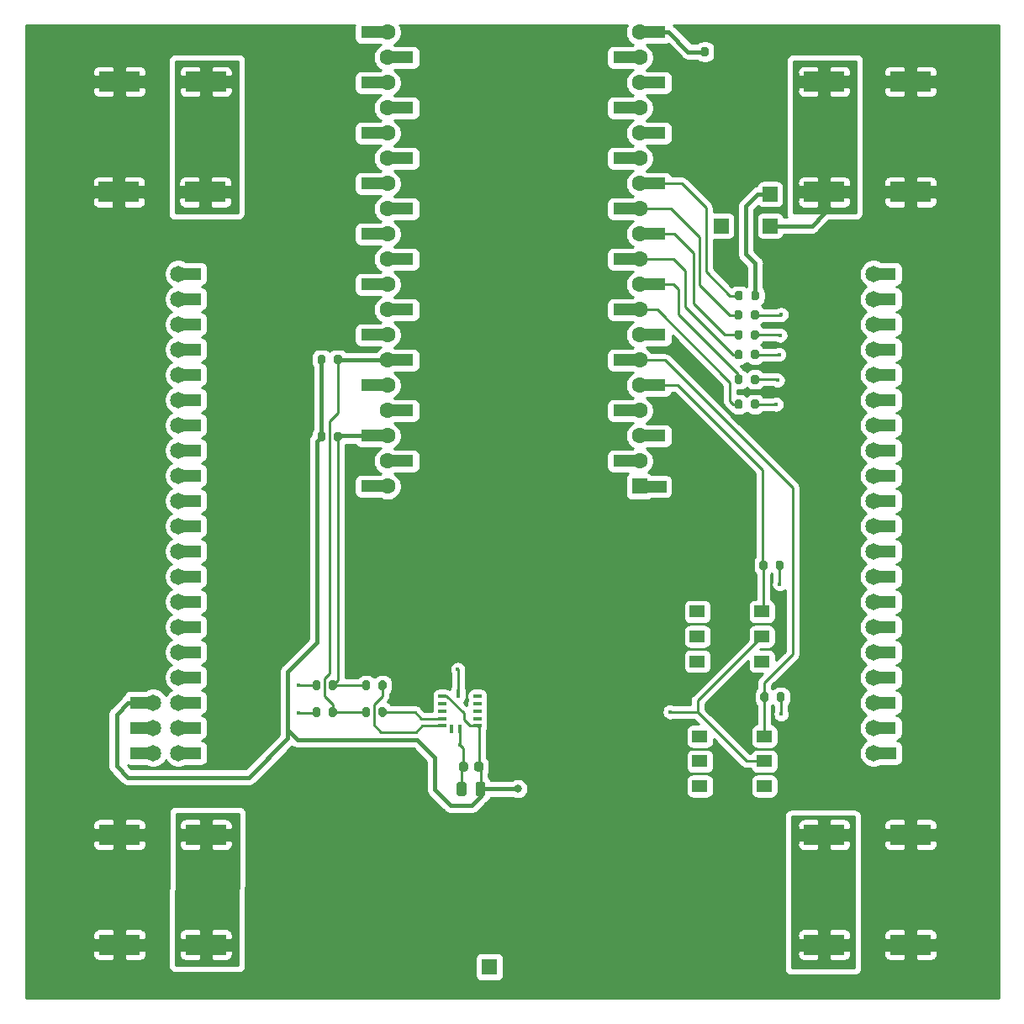
<source format=gbr>
%TF.GenerationSoftware,KiCad,Pcbnew,(5.1.9)-1*%
%TF.CreationDate,2021-12-22T11:31:27-05:00*%
%TF.ProjectId,ESP backpack,45535020-6261-4636-9b70-61636b2e6b69,rev?*%
%TF.SameCoordinates,Original*%
%TF.FileFunction,Copper,L1,Top*%
%TF.FilePolarity,Positive*%
%FSLAX46Y46*%
G04 Gerber Fmt 4.6, Leading zero omitted, Abs format (unit mm)*
G04 Created by KiCad (PCBNEW (5.1.9)-1) date 2021-12-22 11:31:27*
%MOMM*%
%LPD*%
G01*
G04 APERTURE LIST*
%TA.AperFunction,SMDPad,CuDef*%
%ADD10R,4.100000X2.000000*%
%TD*%
%TA.AperFunction,SMDPad,CuDef*%
%ADD11R,4.099999X2.000000*%
%TD*%
%TA.AperFunction,ComponentPad*%
%ADD12C,1.650000*%
%TD*%
%TA.AperFunction,ComponentPad*%
%ADD13R,1.650000X1.650000*%
%TD*%
%TA.AperFunction,ComponentPad*%
%ADD14R,1.560000X1.560000*%
%TD*%
%TA.AperFunction,ComponentPad*%
%ADD15C,1.600000*%
%TD*%
%TA.AperFunction,SMDPad,CuDef*%
%ADD16R,2.000000X1.200000*%
%TD*%
%TA.AperFunction,SMDPad,CuDef*%
%ADD17R,2.150000X1.200000*%
%TD*%
%TA.AperFunction,SMDPad,CuDef*%
%ADD18R,1.500000X1.200000*%
%TD*%
%TA.AperFunction,SMDPad,CuDef*%
%ADD19R,1.500000X1.500000*%
%TD*%
%TA.AperFunction,SMDPad,CuDef*%
%ADD20R,1.778000X1.270000*%
%TD*%
%TA.AperFunction,ComponentPad*%
%ADD21C,1.651000*%
%TD*%
%TA.AperFunction,SMDPad,CuDef*%
%ADD22R,0.805000X0.350000*%
%TD*%
%TA.AperFunction,SMDPad,CuDef*%
%ADD23R,0.400000X0.805000*%
%TD*%
%TA.AperFunction,ViaPad*%
%ADD24C,0.400000*%
%TD*%
%TA.AperFunction,ViaPad*%
%ADD25C,0.800000*%
%TD*%
%TA.AperFunction,Conductor*%
%ADD26C,0.250000*%
%TD*%
%TA.AperFunction,Conductor*%
%ADD27C,0.254000*%
%TD*%
%TA.AperFunction,Conductor*%
%ADD28C,0.457200*%
%TD*%
%TA.AperFunction,Conductor*%
%ADD29C,0.100000*%
%TD*%
G04 APERTURE END LIST*
D10*
%TO.P,C10,2*%
%TO.N,GND*%
X81298800Y-93421200D03*
D11*
%TO.P,C10,1*%
%TO.N,+5V*%
X89998800Y-93421200D03*
%TD*%
%TO.P,C9,1*%
%TO.N,+5V*%
X89998800Y-82346800D03*
D10*
%TO.P,C9,2*%
%TO.N,GND*%
X81298800Y-82346800D03*
%TD*%
%TO.P,C8,2*%
%TO.N,GND*%
X19031200Y-93421200D03*
D11*
%TO.P,C8,1*%
%TO.N,+5V*%
X10331200Y-93421200D03*
%TD*%
D10*
%TO.P,C7,2*%
%TO.N,GND*%
X19031200Y-82346800D03*
D11*
%TO.P,C7,1*%
%TO.N,+5V*%
X10331200Y-82346800D03*
%TD*%
D10*
%TO.P,C6,2*%
%TO.N,GND*%
X18980400Y-17627600D03*
D11*
%TO.P,C6,1*%
%TO.N,+5V*%
X10280400Y-17627600D03*
%TD*%
D10*
%TO.P,C5,2*%
%TO.N,GND*%
X19031200Y-6502400D03*
D11*
%TO.P,C5,1*%
%TO.N,+5V*%
X10331200Y-6502400D03*
%TD*%
D10*
%TO.P,C4,2*%
%TO.N,GND*%
X81298800Y-17627600D03*
D11*
%TO.P,C4,1*%
%TO.N,+5V*%
X89998800Y-17627600D03*
%TD*%
D10*
%TO.P,C3,2*%
%TO.N,GND*%
X81298800Y-6502400D03*
D11*
%TO.P,C3,1*%
%TO.N,+5V*%
X89998800Y-6502400D03*
%TD*%
D12*
%TO.P,5VDC_IN1,2*%
%TO.N,+5V*%
X52679600Y-95656400D03*
D13*
%TO.P,5VDC_IN1,1*%
%TO.N,GND*%
X47599600Y-95656400D03*
%TD*%
D14*
%TO.P,U1,1*%
%TO.N,+3V3*%
X62700000Y-47260000D03*
D15*
%TO.P,U1,2*%
%TO.N,Net-(U1-Pad2)*%
X62700000Y-44720000D03*
%TO.P,U1,19*%
%TO.N,Net-(ExtPower1-Pad2)*%
X62700000Y-1540000D03*
%TO.P,U1,3*%
%TO.N,Net-(U1-Pad3)*%
X62700000Y-42180000D03*
%TO.P,U1,4*%
%TO.N,Net-(U1-Pad4)*%
X62700000Y-39640000D03*
%TO.P,U1,5*%
%TO.N,Net-(R8-Pad1)*%
X62700000Y-37100000D03*
%TO.P,U1,6*%
%TO.N,Net-(R9-Pad1)*%
X62700000Y-34560000D03*
%TO.P,U1,7*%
%TO.N,Net-(U1-Pad7)*%
X62700000Y-32020000D03*
%TO.P,U1,8*%
%TO.N,Net-(R7-Pad1)*%
X62700000Y-29480000D03*
%TO.P,U1,9*%
%TO.N,Net-(R6-Pad1)*%
X62700000Y-26940000D03*
%TO.P,U1,10*%
%TO.N,Net-(R5-Pad1)*%
X62700000Y-24400000D03*
%TO.P,U1,11*%
%TO.N,Net-(R4-Pad1)*%
X62700000Y-21860000D03*
%TO.P,U1,12*%
%TO.N,Net-(R3-Pad1)*%
X62700000Y-19320000D03*
%TO.P,U1,13*%
%TO.N,Net-(R10-Pad1)*%
X62700000Y-16780000D03*
%TO.P,U1,14*%
%TO.N,GND*%
X62700000Y-14240000D03*
%TO.P,U1,15*%
%TO.N,Net-(U1-Pad15)*%
X62700000Y-11700000D03*
%TO.P,U1,16*%
%TO.N,Net-(U1-Pad16)*%
X62700000Y-9160000D03*
%TO.P,U1,17*%
%TO.N,Net-(U1-Pad17)*%
X62700000Y-6620000D03*
%TO.P,U1,18*%
%TO.N,Net-(U1-Pad18)*%
X62700000Y-4080000D03*
%TO.P,U1,20*%
%TO.N,GND*%
X37300000Y-47260000D03*
%TO.P,U1,21*%
%TO.N,Net-(U1-Pad21)*%
X37300000Y-44720000D03*
%TO.P,U1,22*%
%TO.N,/SCL*%
X37300000Y-42180000D03*
%TO.P,U1,23*%
%TO.N,Net-(U1-Pad23)*%
X37300000Y-39640000D03*
%TO.P,U1,24*%
%TO.N,Net-(U1-Pad24)*%
X37300000Y-37100000D03*
%TO.P,U1,25*%
%TO.N,/SDA*%
X37300000Y-34560000D03*
%TO.P,U1,26*%
%TO.N,GND*%
X37300000Y-32020000D03*
%TO.P,U1,27*%
%TO.N,Net-(U1-Pad27)*%
X37300000Y-29480000D03*
%TO.P,U1,28*%
%TO.N,Net-(U1-Pad28)*%
X37300000Y-26940000D03*
%TO.P,U1,29*%
%TO.N,Net-(U1-Pad29)*%
X37300000Y-24400000D03*
%TO.P,U1,30*%
%TO.N,Net-(U1-Pad30)*%
X37300000Y-21860000D03*
%TO.P,U1,31*%
%TO.N,Net-(U1-Pad31)*%
X37300000Y-19320000D03*
%TO.P,U1,32*%
%TO.N,Net-(U1-Pad32)*%
X37300000Y-16780000D03*
%TO.P,U1,33*%
%TO.N,Net-(U1-Pad33)*%
X37300000Y-14240000D03*
%TO.P,U1,34*%
%TO.N,Net-(U1-Pad34)*%
X37300000Y-11700000D03*
%TO.P,U1,35*%
%TO.N,Net-(U1-Pad35)*%
X37300000Y-9160000D03*
%TO.P,U1,36*%
%TO.N,Net-(U1-Pad36)*%
X37300000Y-6620000D03*
%TO.P,U1,37*%
%TO.N,Net-(U1-Pad37)*%
X37300000Y-4080000D03*
%TO.P,U1,38*%
%TO.N,Net-(U1-Pad38)*%
X37300000Y-1540000D03*
D16*
%TO.P,U1,1*%
%TO.N,+3V3*%
X64400000Y-47300000D03*
D17*
%TO.P,U1,2*%
%TO.N,Net-(U1-Pad2)*%
X61100000Y-44725000D03*
%TO.P,U1,4*%
%TO.N,Net-(U1-Pad4)*%
X61100000Y-39645000D03*
%TO.P,U1,6*%
%TO.N,Net-(R9-Pad1)*%
X61100000Y-34565000D03*
%TO.P,U1,8*%
%TO.N,Net-(R7-Pad1)*%
X61100000Y-29485000D03*
%TO.P,U1,10*%
%TO.N,Net-(R5-Pad1)*%
X61100000Y-24405000D03*
%TO.P,U1,12*%
%TO.N,Net-(R3-Pad1)*%
X61100000Y-19325000D03*
%TO.P,U1,14*%
%TO.N,GND*%
X61100000Y-14245000D03*
%TO.P,U1,16*%
%TO.N,Net-(U1-Pad16)*%
X61100000Y-9165000D03*
%TO.P,U1,18*%
%TO.N,Net-(U1-Pad18)*%
X61100000Y-4085000D03*
%TO.P,U1,3*%
%TO.N,Net-(U1-Pad3)*%
X64300000Y-42175000D03*
%TO.P,U1,5*%
%TO.N,Net-(R8-Pad1)*%
X64300000Y-37095000D03*
%TO.P,U1,7*%
%TO.N,Net-(U1-Pad7)*%
X64300000Y-32015000D03*
%TO.P,U1,9*%
%TO.N,Net-(R6-Pad1)*%
X64300000Y-26935000D03*
%TO.P,U1,11*%
%TO.N,Net-(R4-Pad1)*%
X64300000Y-21855000D03*
%TO.P,U1,13*%
%TO.N,Net-(R10-Pad1)*%
X64300000Y-16775000D03*
%TO.P,U1,15*%
%TO.N,Net-(U1-Pad15)*%
X64300000Y-11695000D03*
%TO.P,U1,17*%
%TO.N,Net-(U1-Pad17)*%
X64300000Y-6615000D03*
%TO.P,U1,19*%
%TO.N,Net-(ExtPower1-Pad2)*%
X64300000Y-1535000D03*
%TO.P,U1,38*%
%TO.N,Net-(U1-Pad38)*%
X35700000Y-1550000D03*
%TO.P,U1,37*%
%TO.N,Net-(U1-Pad37)*%
X38900000Y-4075000D03*
%TO.P,U1,35*%
%TO.N,Net-(U1-Pad35)*%
X38900000Y-9155000D03*
%TO.P,U1,21*%
%TO.N,Net-(U1-Pad21)*%
X38900000Y-44715000D03*
%TO.P,U1,29*%
%TO.N,Net-(U1-Pad29)*%
X38900000Y-24395000D03*
%TO.P,U1,36*%
%TO.N,Net-(U1-Pad36)*%
X35700000Y-6625000D03*
%TO.P,U1,23*%
%TO.N,Net-(U1-Pad23)*%
X38900000Y-39635000D03*
%TO.P,U1,33*%
%TO.N,Net-(U1-Pad33)*%
X38900000Y-14235000D03*
%TO.P,U1,31*%
%TO.N,Net-(U1-Pad31)*%
X38900000Y-19315000D03*
%TO.P,U1,25*%
%TO.N,/SDA*%
X38900000Y-34555000D03*
%TO.P,U1,27*%
%TO.N,Net-(U1-Pad27)*%
X38900000Y-29475000D03*
%TO.P,U1,28*%
%TO.N,Net-(U1-Pad28)*%
X35700000Y-26945000D03*
%TO.P,U1,34*%
%TO.N,Net-(U1-Pad34)*%
X35700000Y-11705000D03*
%TO.P,U1,22*%
%TO.N,/SCL*%
X35700000Y-42185000D03*
%TO.P,U1,30*%
%TO.N,Net-(U1-Pad30)*%
X35700000Y-21865000D03*
%TO.P,U1,32*%
%TO.N,Net-(U1-Pad32)*%
X35700000Y-16785000D03*
%TO.P,U1,24*%
%TO.N,Net-(U1-Pad24)*%
X35700000Y-37105000D03*
%TO.P,U1,20*%
%TO.N,GND*%
X35700000Y-47265000D03*
%TO.P,U1,26*%
X35700000Y-32025000D03*
%TD*%
D18*
%TO.P,S1,1*%
%TO.N,Net-(R8-Pad1)*%
X75030400Y-59882400D03*
%TO.P,S1,2*%
%TO.N,+3V3*%
X75030400Y-62382400D03*
%TO.P,S1,3*%
%TO.N,Net-(S1-Pad3)*%
X75030400Y-64882400D03*
%TO.P,S1,4*%
%TO.N,Net-(S1-Pad4)*%
X68530400Y-59882400D03*
%TO.P,S1,5*%
%TO.N,Net-(S1-Pad5)*%
X68530400Y-62382400D03*
%TO.P,S1,6*%
%TO.N,Net-(S1-Pad6)*%
X68530400Y-64882400D03*
%TD*%
D19*
%TO.P,D1,4*%
%TO.N,/DiagLED*%
X75856000Y-17831000D03*
%TO.P,D1,3*%
%TO.N,GND*%
X75856000Y-21031000D03*
%TO.P,D1,2*%
%TO.N,Net-(D1-Pad2)*%
X70956000Y-21031000D03*
%TO.P,D1,1*%
%TO.N,+5V*%
X70956000Y-17831000D03*
%TD*%
D20*
%TO.P,J1,39*%
%TO.N,Net-(J1-Pad39)*%
X12300000Y-74130000D03*
%TO.P,J1,40*%
%TO.N,GND*%
X17700000Y-74130000D03*
D21*
X16270000Y-74130000D03*
%TO.P,J1,39*%
%TO.N,Net-(J1-Pad39)*%
X13730000Y-74130000D03*
D20*
%TO.P,J1,37*%
%TO.N,Net-(J1-Pad37)*%
X12280000Y-71590000D03*
%TO.P,J1,38*%
%TO.N,GND*%
X17670000Y-71590000D03*
D21*
X16270000Y-71590000D03*
%TO.P,J1,37*%
%TO.N,Net-(J1-Pad37)*%
X13730000Y-71590000D03*
D20*
%TO.P,J1,35*%
%TO.N,+3V3*%
X12280000Y-69050000D03*
%TO.P,J1,36*%
%TO.N,GND*%
X17670000Y-69050000D03*
D21*
X16270000Y-69050000D03*
%TO.P,J1,35*%
%TO.N,+3V3*%
X13730000Y-69050000D03*
D20*
%TO.P,J1,33*%
%TO.N,+5V*%
X12280000Y-66510000D03*
%TO.P,J1,34*%
%TO.N,GND*%
X17670000Y-66510000D03*
D21*
X16270000Y-66510000D03*
%TO.P,J1,33*%
%TO.N,+5V*%
X13730000Y-66510000D03*
D20*
%TO.P,J1,31*%
X12280000Y-63970000D03*
%TO.P,J1,32*%
%TO.N,GND*%
X17670000Y-63970000D03*
D21*
X16270000Y-63970000D03*
%TO.P,J1,31*%
%TO.N,+5V*%
X13730000Y-63970000D03*
D20*
%TO.P,J1,29*%
X12280000Y-61430000D03*
%TO.P,J1,30*%
%TO.N,GND*%
X17670000Y-61430000D03*
D21*
X16270000Y-61430000D03*
%TO.P,J1,29*%
%TO.N,+5V*%
X13730000Y-61430000D03*
D20*
%TO.P,J1,27*%
X12280000Y-58890000D03*
%TO.P,J1,28*%
%TO.N,GND*%
X17670000Y-58890000D03*
D21*
X16270000Y-58890000D03*
%TO.P,J1,27*%
%TO.N,+5V*%
X13730000Y-58890000D03*
D20*
%TO.P,J1,25*%
X12280000Y-56350000D03*
%TO.P,J1,26*%
%TO.N,GND*%
X17670000Y-56350000D03*
D21*
X16270000Y-56350000D03*
%TO.P,J1,25*%
%TO.N,+5V*%
X13730000Y-56350000D03*
D20*
%TO.P,J1,23*%
X12280000Y-53810000D03*
%TO.P,J1,24*%
%TO.N,GND*%
X17670000Y-53810000D03*
D21*
X16270000Y-53810000D03*
%TO.P,J1,23*%
%TO.N,+5V*%
X13730000Y-53810000D03*
D20*
%TO.P,J1,21*%
X12280000Y-51270000D03*
%TO.P,J1,22*%
%TO.N,GND*%
X17670000Y-51270000D03*
D21*
X16270000Y-51270000D03*
%TO.P,J1,21*%
%TO.N,+5V*%
X13730000Y-51270000D03*
D20*
%TO.P,J1,19*%
X12280000Y-48730000D03*
%TO.P,J1,20*%
%TO.N,GND*%
X17670000Y-48730000D03*
D21*
X16270000Y-48730000D03*
%TO.P,J1,19*%
%TO.N,+5V*%
X13730000Y-48730000D03*
D20*
%TO.P,J1,17*%
X12280000Y-46190000D03*
%TO.P,J1,18*%
%TO.N,GND*%
X17670000Y-46190000D03*
D21*
X16270000Y-46190000D03*
%TO.P,J1,17*%
%TO.N,+5V*%
X13730000Y-46190000D03*
D20*
%TO.P,J1,15*%
X12280000Y-43650000D03*
%TO.P,J1,16*%
%TO.N,GND*%
X17670000Y-43650000D03*
D21*
X16270000Y-43650000D03*
%TO.P,J1,15*%
%TO.N,+5V*%
X13730000Y-43650000D03*
D20*
%TO.P,J1,13*%
X12280000Y-41110000D03*
%TO.P,J1,14*%
%TO.N,GND*%
X17670000Y-41110000D03*
D21*
X16270000Y-41110000D03*
%TO.P,J1,13*%
%TO.N,+5V*%
X13730000Y-41110000D03*
D20*
%TO.P,J1,11*%
X12280000Y-38570000D03*
%TO.P,J1,12*%
%TO.N,GND*%
X17670000Y-38570000D03*
D21*
X16270000Y-38570000D03*
%TO.P,J1,11*%
%TO.N,+5V*%
X13730000Y-38570000D03*
D20*
%TO.P,J1,09*%
X12280000Y-36030000D03*
%TO.P,J1,10*%
%TO.N,GND*%
X17670000Y-36030000D03*
D21*
X16270000Y-36030000D03*
%TO.P,J1,09*%
%TO.N,+5V*%
X13730000Y-36030000D03*
D20*
%TO.P,J1,07*%
X12280000Y-33490000D03*
%TO.P,J1,08*%
%TO.N,GND*%
X17670000Y-33490000D03*
D21*
X16270000Y-33490000D03*
%TO.P,J1,07*%
%TO.N,+5V*%
X13730000Y-33490000D03*
D20*
%TO.P,J1,05*%
X12280000Y-30950000D03*
%TO.P,J1,06*%
%TO.N,GND*%
X17670000Y-30950000D03*
D21*
X16270000Y-30950000D03*
%TO.P,J1,05*%
%TO.N,+5V*%
X13730000Y-30950000D03*
D20*
%TO.P,J1,03*%
X12280000Y-28410000D03*
%TO.P,J1,04*%
%TO.N,GND*%
X17670000Y-28410000D03*
D21*
X16270000Y-28410000D03*
%TO.P,J1,03*%
%TO.N,+5V*%
X13730000Y-28410000D03*
D20*
%TO.P,J1,01*%
X12280000Y-25870000D03*
%TO.P,J1,02*%
%TO.N,GND*%
X17670000Y-25870000D03*
D21*
X16270000Y-25870000D03*
%TO.P,J1,01*%
%TO.N,+5V*%
X13730000Y-25870000D03*
%TD*%
%TO.P,J2,01*%
%TO.N,+5V*%
X83730000Y-25870000D03*
%TO.P,J2,02*%
%TO.N,GND*%
X86270000Y-25870000D03*
D20*
X87670000Y-25870000D03*
%TO.P,J2,01*%
%TO.N,+5V*%
X82280000Y-25870000D03*
D21*
%TO.P,J2,03*%
X83730000Y-28410000D03*
%TO.P,J2,04*%
%TO.N,/OrangeLine*%
X86270000Y-28410000D03*
D20*
X87670000Y-28410000D03*
%TO.P,J2,03*%
%TO.N,+5V*%
X82280000Y-28410000D03*
D21*
%TO.P,J2,05*%
X83730000Y-30950000D03*
%TO.P,J2,06*%
%TO.N,GND*%
X86270000Y-30950000D03*
D20*
X87670000Y-30950000D03*
%TO.P,J2,05*%
%TO.N,+5V*%
X82280000Y-30950000D03*
D21*
%TO.P,J2,07*%
X83730000Y-33490000D03*
%TO.P,J2,08*%
%TO.N,/YellowLine*%
X86270000Y-33490000D03*
D20*
X87670000Y-33490000D03*
%TO.P,J2,07*%
%TO.N,+5V*%
X82280000Y-33490000D03*
D21*
%TO.P,J2,09*%
X83730000Y-36030000D03*
%TO.P,J2,10*%
%TO.N,GND*%
X86270000Y-36030000D03*
D20*
X87670000Y-36030000D03*
%TO.P,J2,09*%
%TO.N,+5V*%
X82280000Y-36030000D03*
D21*
%TO.P,J2,11*%
X83730000Y-38570000D03*
%TO.P,J2,12*%
%TO.N,/GreenLine*%
X86270000Y-38570000D03*
D20*
X87670000Y-38570000D03*
%TO.P,J2,11*%
%TO.N,+5V*%
X82280000Y-38570000D03*
D21*
%TO.P,J2,13*%
X83730000Y-41110000D03*
%TO.P,J2,14*%
%TO.N,GND*%
X86270000Y-41110000D03*
D20*
X87670000Y-41110000D03*
%TO.P,J2,13*%
%TO.N,+5V*%
X82280000Y-41110000D03*
D21*
%TO.P,J2,15*%
X83730000Y-43650000D03*
%TO.P,J2,16*%
%TO.N,/BlueLine*%
X86270000Y-43650000D03*
D20*
X87670000Y-43650000D03*
%TO.P,J2,15*%
%TO.N,+5V*%
X82280000Y-43650000D03*
D21*
%TO.P,J2,17*%
X83730000Y-46190000D03*
%TO.P,J2,18*%
%TO.N,GND*%
X86270000Y-46190000D03*
D20*
X87670000Y-46190000D03*
%TO.P,J2,17*%
%TO.N,+5V*%
X82280000Y-46190000D03*
D21*
%TO.P,J2,19*%
X83730000Y-48730000D03*
%TO.P,J2,20*%
%TO.N,/RedLine*%
X86270000Y-48730000D03*
D20*
X87670000Y-48730000D03*
%TO.P,J2,19*%
%TO.N,+5V*%
X82280000Y-48730000D03*
D21*
%TO.P,J2,21*%
X83730000Y-51270000D03*
%TO.P,J2,22*%
%TO.N,GND*%
X86270000Y-51270000D03*
D20*
X87670000Y-51270000D03*
%TO.P,J2,21*%
%TO.N,+5V*%
X82280000Y-51270000D03*
D21*
%TO.P,J2,23*%
X83730000Y-53810000D03*
%TO.P,J2,24*%
%TO.N,GND*%
X86270000Y-53810000D03*
D20*
X87670000Y-53810000D03*
%TO.P,J2,23*%
%TO.N,+5V*%
X82280000Y-53810000D03*
D21*
%TO.P,J2,25*%
X83730000Y-56350000D03*
%TO.P,J2,26*%
%TO.N,GND*%
X86270000Y-56350000D03*
D20*
X87670000Y-56350000D03*
%TO.P,J2,25*%
%TO.N,+5V*%
X82280000Y-56350000D03*
D21*
%TO.P,J2,27*%
X83730000Y-58890000D03*
%TO.P,J2,28*%
%TO.N,GND*%
X86270000Y-58890000D03*
D20*
X87670000Y-58890000D03*
%TO.P,J2,27*%
%TO.N,+5V*%
X82280000Y-58890000D03*
D21*
%TO.P,J2,29*%
X83730000Y-61430000D03*
%TO.P,J2,30*%
%TO.N,GND*%
X86270000Y-61430000D03*
D20*
X87670000Y-61430000D03*
%TO.P,J2,29*%
%TO.N,+5V*%
X82280000Y-61430000D03*
D21*
%TO.P,J2,31*%
X83730000Y-63970000D03*
%TO.P,J2,32*%
%TO.N,GND*%
X86270000Y-63970000D03*
D20*
X87670000Y-63970000D03*
%TO.P,J2,31*%
%TO.N,+5V*%
X82280000Y-63970000D03*
D21*
%TO.P,J2,33*%
X83730000Y-66510000D03*
%TO.P,J2,34*%
%TO.N,GND*%
X86270000Y-66510000D03*
D20*
X87670000Y-66510000D03*
%TO.P,J2,33*%
%TO.N,+5V*%
X82280000Y-66510000D03*
D21*
%TO.P,J2,35*%
X83730000Y-69050000D03*
%TO.P,J2,36*%
%TO.N,GND*%
X86270000Y-69050000D03*
D20*
X87670000Y-69050000D03*
%TO.P,J2,35*%
%TO.N,+5V*%
X82280000Y-69050000D03*
D21*
%TO.P,J2,37*%
X83730000Y-71590000D03*
%TO.P,J2,38*%
%TO.N,GND*%
X86270000Y-71590000D03*
D20*
X87670000Y-71590000D03*
%TO.P,J2,37*%
%TO.N,+5V*%
X82280000Y-71590000D03*
D21*
%TO.P,J2,39*%
X83730000Y-74130000D03*
%TO.P,J2,40*%
%TO.N,GND*%
X86270000Y-74130000D03*
D20*
X87700000Y-74130000D03*
%TO.P,J2,39*%
%TO.N,+5V*%
X82300000Y-74130000D03*
%TD*%
%TO.P,C1,1*%
%TO.N,+3V3*%
%TA.AperFunction,SMDPad,CuDef*%
G36*
G01*
X46975000Y-75250000D02*
X46975000Y-75750000D01*
G75*
G02*
X46750000Y-75975000I-225000J0D01*
G01*
X46300000Y-75975000D01*
G75*
G02*
X46075000Y-75750000I0J225000D01*
G01*
X46075000Y-75250000D01*
G75*
G02*
X46300000Y-75025000I225000J0D01*
G01*
X46750000Y-75025000D01*
G75*
G02*
X46975000Y-75250000I0J-225000D01*
G01*
G37*
%TD.AperFunction*%
%TO.P,C1,2*%
%TO.N,GND*%
%TA.AperFunction,SMDPad,CuDef*%
G36*
G01*
X45425000Y-75250000D02*
X45425000Y-75750000D01*
G75*
G02*
X45200000Y-75975000I-225000J0D01*
G01*
X44750000Y-75975000D01*
G75*
G02*
X44525000Y-75750000I0J225000D01*
G01*
X44525000Y-75250000D01*
G75*
G02*
X44750000Y-75025000I225000J0D01*
G01*
X45200000Y-75025000D01*
G75*
G02*
X45425000Y-75250000I0J-225000D01*
G01*
G37*
%TD.AperFunction*%
%TD*%
%TO.P,C2,1*%
%TO.N,+3V3*%
%TA.AperFunction,SMDPad,CuDef*%
G36*
G01*
X47200000Y-77275000D02*
X47200000Y-78225000D01*
G75*
G02*
X46950000Y-78475000I-250000J0D01*
G01*
X46450000Y-78475000D01*
G75*
G02*
X46200000Y-78225000I0J250000D01*
G01*
X46200000Y-77275000D01*
G75*
G02*
X46450000Y-77025000I250000J0D01*
G01*
X46950000Y-77025000D01*
G75*
G02*
X47200000Y-77275000I0J-250000D01*
G01*
G37*
%TD.AperFunction*%
%TO.P,C2,2*%
%TO.N,GND*%
%TA.AperFunction,SMDPad,CuDef*%
G36*
G01*
X45300000Y-77275000D02*
X45300000Y-78225000D01*
G75*
G02*
X45050000Y-78475000I-250000J0D01*
G01*
X44550000Y-78475000D01*
G75*
G02*
X44300000Y-78225000I0J250000D01*
G01*
X44300000Y-77275000D01*
G75*
G02*
X44550000Y-77025000I250000J0D01*
G01*
X45050000Y-77025000D01*
G75*
G02*
X45300000Y-77275000I0J-250000D01*
G01*
G37*
%TD.AperFunction*%
%TD*%
%TO.P,ExtPower1,2*%
%TO.N,Net-(ExtPower1-Pad2)*%
%TA.AperFunction,SMDPad,CuDef*%
G36*
G01*
X69675000Y-3225000D02*
X69675000Y-3775000D01*
G75*
G02*
X69475000Y-3975000I-200000J0D01*
G01*
X69075000Y-3975000D01*
G75*
G02*
X68875000Y-3775000I0J200000D01*
G01*
X68875000Y-3225000D01*
G75*
G02*
X69075000Y-3025000I200000J0D01*
G01*
X69475000Y-3025000D01*
G75*
G02*
X69675000Y-3225000I0J-200000D01*
G01*
G37*
%TD.AperFunction*%
%TO.P,ExtPower1,1*%
%TO.N,+5V*%
%TA.AperFunction,SMDPad,CuDef*%
G36*
G01*
X71325000Y-3225000D02*
X71325000Y-3775000D01*
G75*
G02*
X71125000Y-3975000I-200000J0D01*
G01*
X70725000Y-3975000D01*
G75*
G02*
X70525000Y-3775000I0J200000D01*
G01*
X70525000Y-3225000D01*
G75*
G02*
X70725000Y-3025000I200000J0D01*
G01*
X71125000Y-3025000D01*
G75*
G02*
X71325000Y-3225000I0J-200000D01*
G01*
G37*
%TD.AperFunction*%
%TD*%
%TO.P,R2,1*%
%TO.N,/SCL*%
%TA.AperFunction,SMDPad,CuDef*%
G36*
G01*
X32725000Y-41975000D02*
X32725000Y-42525000D01*
G75*
G02*
X32525000Y-42725000I-200000J0D01*
G01*
X32125000Y-42725000D01*
G75*
G02*
X31925000Y-42525000I0J200000D01*
G01*
X31925000Y-41975000D01*
G75*
G02*
X32125000Y-41775000I200000J0D01*
G01*
X32525000Y-41775000D01*
G75*
G02*
X32725000Y-41975000I0J-200000D01*
G01*
G37*
%TD.AperFunction*%
%TO.P,R2,2*%
%TO.N,+3V3*%
%TA.AperFunction,SMDPad,CuDef*%
G36*
G01*
X31075000Y-41975000D02*
X31075000Y-42525000D01*
G75*
G02*
X30875000Y-42725000I-200000J0D01*
G01*
X30475000Y-42725000D01*
G75*
G02*
X30275000Y-42525000I0J200000D01*
G01*
X30275000Y-41975000D01*
G75*
G02*
X30475000Y-41775000I200000J0D01*
G01*
X30875000Y-41775000D01*
G75*
G02*
X31075000Y-41975000I0J-200000D01*
G01*
G37*
%TD.AperFunction*%
%TD*%
%TO.P,R7,1*%
%TO.N,Net-(R7-Pad1)*%
%TA.AperFunction,SMDPad,CuDef*%
G36*
G01*
X72275000Y-39275000D02*
X72275000Y-38725000D01*
G75*
G02*
X72475000Y-38525000I200000J0D01*
G01*
X72875000Y-38525000D01*
G75*
G02*
X73075000Y-38725000I0J-200000D01*
G01*
X73075000Y-39275000D01*
G75*
G02*
X72875000Y-39475000I-200000J0D01*
G01*
X72475000Y-39475000D01*
G75*
G02*
X72275000Y-39275000I0J200000D01*
G01*
G37*
%TD.AperFunction*%
%TO.P,R7,2*%
%TO.N,/RedLine*%
%TA.AperFunction,SMDPad,CuDef*%
G36*
G01*
X73925000Y-39275000D02*
X73925000Y-38725000D01*
G75*
G02*
X74125000Y-38525000I200000J0D01*
G01*
X74525000Y-38525000D01*
G75*
G02*
X74725000Y-38725000I0J-200000D01*
G01*
X74725000Y-39275000D01*
G75*
G02*
X74525000Y-39475000I-200000J0D01*
G01*
X74125000Y-39475000D01*
G75*
G02*
X73925000Y-39275000I0J200000D01*
G01*
G37*
%TD.AperFunction*%
%TD*%
%TO.P,R6,2*%
%TO.N,/BlueLine*%
%TA.AperFunction,SMDPad,CuDef*%
G36*
G01*
X73925000Y-36775000D02*
X73925000Y-36225000D01*
G75*
G02*
X74125000Y-36025000I200000J0D01*
G01*
X74525000Y-36025000D01*
G75*
G02*
X74725000Y-36225000I0J-200000D01*
G01*
X74725000Y-36775000D01*
G75*
G02*
X74525000Y-36975000I-200000J0D01*
G01*
X74125000Y-36975000D01*
G75*
G02*
X73925000Y-36775000I0J200000D01*
G01*
G37*
%TD.AperFunction*%
%TO.P,R6,1*%
%TO.N,Net-(R6-Pad1)*%
%TA.AperFunction,SMDPad,CuDef*%
G36*
G01*
X72275000Y-36775000D02*
X72275000Y-36225000D01*
G75*
G02*
X72475000Y-36025000I200000J0D01*
G01*
X72875000Y-36025000D01*
G75*
G02*
X73075000Y-36225000I0J-200000D01*
G01*
X73075000Y-36775000D01*
G75*
G02*
X72875000Y-36975000I-200000J0D01*
G01*
X72475000Y-36975000D01*
G75*
G02*
X72275000Y-36775000I0J200000D01*
G01*
G37*
%TD.AperFunction*%
%TD*%
%TO.P,R1,2*%
%TO.N,+3V3*%
%TA.AperFunction,SMDPad,CuDef*%
G36*
G01*
X31075000Y-34225000D02*
X31075000Y-34775000D01*
G75*
G02*
X30875000Y-34975000I-200000J0D01*
G01*
X30475000Y-34975000D01*
G75*
G02*
X30275000Y-34775000I0J200000D01*
G01*
X30275000Y-34225000D01*
G75*
G02*
X30475000Y-34025000I200000J0D01*
G01*
X30875000Y-34025000D01*
G75*
G02*
X31075000Y-34225000I0J-200000D01*
G01*
G37*
%TD.AperFunction*%
%TO.P,R1,1*%
%TO.N,/SDA*%
%TA.AperFunction,SMDPad,CuDef*%
G36*
G01*
X32725000Y-34225000D02*
X32725000Y-34775000D01*
G75*
G02*
X32525000Y-34975000I-200000J0D01*
G01*
X32125000Y-34975000D01*
G75*
G02*
X31925000Y-34775000I0J200000D01*
G01*
X31925000Y-34225000D01*
G75*
G02*
X32125000Y-34025000I200000J0D01*
G01*
X32525000Y-34025000D01*
G75*
G02*
X32725000Y-34225000I0J-200000D01*
G01*
G37*
%TD.AperFunction*%
%TD*%
%TO.P,R5,2*%
%TO.N,/GreenLine*%
%TA.AperFunction,SMDPad,CuDef*%
G36*
G01*
X73925000Y-34275000D02*
X73925000Y-33725000D01*
G75*
G02*
X74125000Y-33525000I200000J0D01*
G01*
X74525000Y-33525000D01*
G75*
G02*
X74725000Y-33725000I0J-200000D01*
G01*
X74725000Y-34275000D01*
G75*
G02*
X74525000Y-34475000I-200000J0D01*
G01*
X74125000Y-34475000D01*
G75*
G02*
X73925000Y-34275000I0J200000D01*
G01*
G37*
%TD.AperFunction*%
%TO.P,R5,1*%
%TO.N,Net-(R5-Pad1)*%
%TA.AperFunction,SMDPad,CuDef*%
G36*
G01*
X72275000Y-34275000D02*
X72275000Y-33725000D01*
G75*
G02*
X72475000Y-33525000I200000J0D01*
G01*
X72875000Y-33525000D01*
G75*
G02*
X73075000Y-33725000I0J-200000D01*
G01*
X73075000Y-34275000D01*
G75*
G02*
X72875000Y-34475000I-200000J0D01*
G01*
X72475000Y-34475000D01*
G75*
G02*
X72275000Y-34275000I0J200000D01*
G01*
G37*
%TD.AperFunction*%
%TD*%
%TO.P,R4,1*%
%TO.N,Net-(R4-Pad1)*%
%TA.AperFunction,SMDPad,CuDef*%
G36*
G01*
X72275000Y-32275000D02*
X72275000Y-31725000D01*
G75*
G02*
X72475000Y-31525000I200000J0D01*
G01*
X72875000Y-31525000D01*
G75*
G02*
X73075000Y-31725000I0J-200000D01*
G01*
X73075000Y-32275000D01*
G75*
G02*
X72875000Y-32475000I-200000J0D01*
G01*
X72475000Y-32475000D01*
G75*
G02*
X72275000Y-32275000I0J200000D01*
G01*
G37*
%TD.AperFunction*%
%TO.P,R4,2*%
%TO.N,/YellowLine*%
%TA.AperFunction,SMDPad,CuDef*%
G36*
G01*
X73925000Y-32275000D02*
X73925000Y-31725000D01*
G75*
G02*
X74125000Y-31525000I200000J0D01*
G01*
X74525000Y-31525000D01*
G75*
G02*
X74725000Y-31725000I0J-200000D01*
G01*
X74725000Y-32275000D01*
G75*
G02*
X74525000Y-32475000I-200000J0D01*
G01*
X74125000Y-32475000D01*
G75*
G02*
X73925000Y-32275000I0J200000D01*
G01*
G37*
%TD.AperFunction*%
%TD*%
%TO.P,R3,1*%
%TO.N,Net-(R3-Pad1)*%
%TA.AperFunction,SMDPad,CuDef*%
G36*
G01*
X72275000Y-30275000D02*
X72275000Y-29725000D01*
G75*
G02*
X72475000Y-29525000I200000J0D01*
G01*
X72875000Y-29525000D01*
G75*
G02*
X73075000Y-29725000I0J-200000D01*
G01*
X73075000Y-30275000D01*
G75*
G02*
X72875000Y-30475000I-200000J0D01*
G01*
X72475000Y-30475000D01*
G75*
G02*
X72275000Y-30275000I0J200000D01*
G01*
G37*
%TD.AperFunction*%
%TO.P,R3,2*%
%TO.N,/OrangeLine*%
%TA.AperFunction,SMDPad,CuDef*%
G36*
G01*
X73925000Y-30275000D02*
X73925000Y-29725000D01*
G75*
G02*
X74125000Y-29525000I200000J0D01*
G01*
X74525000Y-29525000D01*
G75*
G02*
X74725000Y-29725000I0J-200000D01*
G01*
X74725000Y-30275000D01*
G75*
G02*
X74525000Y-30475000I-200000J0D01*
G01*
X74125000Y-30475000D01*
G75*
G02*
X73925000Y-30275000I0J200000D01*
G01*
G37*
%TD.AperFunction*%
%TD*%
%TO.P,SCL1,2*%
%TO.N,Net-(SCL1-Pad2)*%
%TA.AperFunction,SMDPad,CuDef*%
G36*
G01*
X36425000Y-67575000D02*
X36425000Y-67025000D01*
G75*
G02*
X36625000Y-66825000I200000J0D01*
G01*
X37025000Y-66825000D01*
G75*
G02*
X37225000Y-67025000I0J-200000D01*
G01*
X37225000Y-67575000D01*
G75*
G02*
X37025000Y-67775000I-200000J0D01*
G01*
X36625000Y-67775000D01*
G75*
G02*
X36425000Y-67575000I0J200000D01*
G01*
G37*
%TD.AperFunction*%
%TO.P,SCL1,1*%
%TO.N,/SCL*%
%TA.AperFunction,SMDPad,CuDef*%
G36*
G01*
X34775000Y-67575000D02*
X34775000Y-67025000D01*
G75*
G02*
X34975000Y-66825000I200000J0D01*
G01*
X35375000Y-66825000D01*
G75*
G02*
X35575000Y-67025000I0J-200000D01*
G01*
X35575000Y-67575000D01*
G75*
G02*
X35375000Y-67775000I-200000J0D01*
G01*
X34975000Y-67775000D01*
G75*
G02*
X34775000Y-67575000I0J200000D01*
G01*
G37*
%TD.AperFunction*%
%TD*%
%TO.P,SCL_EXT1,2*%
%TO.N,/SCL*%
%TA.AperFunction,SMDPad,CuDef*%
G36*
G01*
X31425000Y-67575000D02*
X31425000Y-67025000D01*
G75*
G02*
X31625000Y-66825000I200000J0D01*
G01*
X32025000Y-66825000D01*
G75*
G02*
X32225000Y-67025000I0J-200000D01*
G01*
X32225000Y-67575000D01*
G75*
G02*
X32025000Y-67775000I-200000J0D01*
G01*
X31625000Y-67775000D01*
G75*
G02*
X31425000Y-67575000I0J200000D01*
G01*
G37*
%TD.AperFunction*%
%TO.P,SCL_EXT1,1*%
%TO.N,Net-(J1-Pad39)*%
%TA.AperFunction,SMDPad,CuDef*%
G36*
G01*
X29775000Y-67575000D02*
X29775000Y-67025000D01*
G75*
G02*
X29975000Y-66825000I200000J0D01*
G01*
X30375000Y-66825000D01*
G75*
G02*
X30575000Y-67025000I0J-200000D01*
G01*
X30575000Y-67575000D01*
G75*
G02*
X30375000Y-67775000I-200000J0D01*
G01*
X29975000Y-67775000D01*
G75*
G02*
X29775000Y-67575000I0J200000D01*
G01*
G37*
%TD.AperFunction*%
%TD*%
%TO.P,SDA1,1*%
%TO.N,/SDA*%
%TA.AperFunction,SMDPad,CuDef*%
G36*
G01*
X34775000Y-70275000D02*
X34775000Y-69725000D01*
G75*
G02*
X34975000Y-69525000I200000J0D01*
G01*
X35375000Y-69525000D01*
G75*
G02*
X35575000Y-69725000I0J-200000D01*
G01*
X35575000Y-70275000D01*
G75*
G02*
X35375000Y-70475000I-200000J0D01*
G01*
X34975000Y-70475000D01*
G75*
G02*
X34775000Y-70275000I0J200000D01*
G01*
G37*
%TD.AperFunction*%
%TO.P,SDA1,2*%
%TO.N,Net-(SDA1-Pad2)*%
%TA.AperFunction,SMDPad,CuDef*%
G36*
G01*
X36425000Y-70275000D02*
X36425000Y-69725000D01*
G75*
G02*
X36625000Y-69525000I200000J0D01*
G01*
X37025000Y-69525000D01*
G75*
G02*
X37225000Y-69725000I0J-200000D01*
G01*
X37225000Y-70275000D01*
G75*
G02*
X37025000Y-70475000I-200000J0D01*
G01*
X36625000Y-70475000D01*
G75*
G02*
X36425000Y-70275000I0J200000D01*
G01*
G37*
%TD.AperFunction*%
%TD*%
%TO.P,SDA_EXT1,1*%
%TO.N,Net-(J1-Pad37)*%
%TA.AperFunction,SMDPad,CuDef*%
G36*
G01*
X29775000Y-70275000D02*
X29775000Y-69725000D01*
G75*
G02*
X29975000Y-69525000I200000J0D01*
G01*
X30375000Y-69525000D01*
G75*
G02*
X30575000Y-69725000I0J-200000D01*
G01*
X30575000Y-70275000D01*
G75*
G02*
X30375000Y-70475000I-200000J0D01*
G01*
X29975000Y-70475000D01*
G75*
G02*
X29775000Y-70275000I0J200000D01*
G01*
G37*
%TD.AperFunction*%
%TO.P,SDA_EXT1,2*%
%TO.N,/SDA*%
%TA.AperFunction,SMDPad,CuDef*%
G36*
G01*
X31425000Y-70275000D02*
X31425000Y-69725000D01*
G75*
G02*
X31625000Y-69525000I200000J0D01*
G01*
X32025000Y-69525000D01*
G75*
G02*
X32225000Y-69725000I0J-200000D01*
G01*
X32225000Y-70275000D01*
G75*
G02*
X32025000Y-70475000I-200000J0D01*
G01*
X31625000Y-70475000D01*
G75*
G02*
X31425000Y-70275000I0J200000D01*
G01*
G37*
%TD.AperFunction*%
%TD*%
D22*
%TO.P,U2,1*%
%TO.N,+3V3*%
X42832500Y-68400000D03*
%TO.P,U2,3*%
%TO.N,Net-(U2-Pad3)*%
X42832500Y-69900000D03*
%TO.P,U2,2*%
%TO.N,Net-(U2-Pad2)*%
X42832500Y-69150000D03*
%TO.P,U2,4*%
%TO.N,Net-(SDA1-Pad2)*%
X42832500Y-70650000D03*
%TO.P,U2,5*%
%TO.N,Net-(SCL1-Pad2)*%
X42832500Y-71400000D03*
%TO.P,U2,11*%
%TO.N,Net-(U2-Pad11)*%
X46372500Y-68400000D03*
%TO.P,U2,10*%
%TO.N,Net-(U2-Pad10)*%
X46372500Y-69150000D03*
%TO.P,U2,9*%
%TO.N,Net-(U2-Pad9)*%
X46372500Y-69900000D03*
%TO.P,U2,8*%
%TO.N,Net-(U2-Pad8)*%
X46372500Y-70650000D03*
%TO.P,U2,7*%
%TO.N,+3V3*%
X46372500Y-71400000D03*
D23*
%TO.P,U2,12*%
%TO.N,GND*%
X44425000Y-68127500D03*
%TO.P,U2,13*%
X44600000Y-71672500D03*
%TO.P,U2,6*%
%TO.N,Net-(U2-Pad6)*%
X43800000Y-71672500D03*
%TD*%
%TO.P,R8,1*%
%TO.N,Net-(R8-Pad1)*%
%TA.AperFunction,SMDPad,CuDef*%
G36*
G01*
X74771800Y-55494600D02*
X74771800Y-54944600D01*
G75*
G02*
X74971800Y-54744600I200000J0D01*
G01*
X75371800Y-54744600D01*
G75*
G02*
X75571800Y-54944600I0J-200000D01*
G01*
X75571800Y-55494600D01*
G75*
G02*
X75371800Y-55694600I-200000J0D01*
G01*
X74971800Y-55694600D01*
G75*
G02*
X74771800Y-55494600I0J200000D01*
G01*
G37*
%TD.AperFunction*%
%TO.P,R8,2*%
%TO.N,GND*%
%TA.AperFunction,SMDPad,CuDef*%
G36*
G01*
X76421800Y-55494600D02*
X76421800Y-54944600D01*
G75*
G02*
X76621800Y-54744600I200000J0D01*
G01*
X77021800Y-54744600D01*
G75*
G02*
X77221800Y-54944600I0J-200000D01*
G01*
X77221800Y-55494600D01*
G75*
G02*
X77021800Y-55694600I-200000J0D01*
G01*
X76621800Y-55694600D01*
G75*
G02*
X76421800Y-55494600I0J200000D01*
G01*
G37*
%TD.AperFunction*%
%TD*%
%TO.P,R9,2*%
%TO.N,GND*%
%TA.AperFunction,SMDPad,CuDef*%
G36*
G01*
X76523400Y-68753400D02*
X76523400Y-68203400D01*
G75*
G02*
X76723400Y-68003400I200000J0D01*
G01*
X77123400Y-68003400D01*
G75*
G02*
X77323400Y-68203400I0J-200000D01*
G01*
X77323400Y-68753400D01*
G75*
G02*
X77123400Y-68953400I-200000J0D01*
G01*
X76723400Y-68953400D01*
G75*
G02*
X76523400Y-68753400I0J200000D01*
G01*
G37*
%TD.AperFunction*%
%TO.P,R9,1*%
%TO.N,Net-(R9-Pad1)*%
%TA.AperFunction,SMDPad,CuDef*%
G36*
G01*
X74873400Y-68753400D02*
X74873400Y-68203400D01*
G75*
G02*
X75073400Y-68003400I200000J0D01*
G01*
X75473400Y-68003400D01*
G75*
G02*
X75673400Y-68203400I0J-200000D01*
G01*
X75673400Y-68753400D01*
G75*
G02*
X75473400Y-68953400I-200000J0D01*
G01*
X75073400Y-68953400D01*
G75*
G02*
X74873400Y-68753400I0J200000D01*
G01*
G37*
%TD.AperFunction*%
%TD*%
%TO.P,R10,1*%
%TO.N,Net-(R10-Pad1)*%
%TA.AperFunction,SMDPad,CuDef*%
G36*
G01*
X72308000Y-28342000D02*
X72308000Y-27792000D01*
G75*
G02*
X72508000Y-27592000I200000J0D01*
G01*
X72908000Y-27592000D01*
G75*
G02*
X73108000Y-27792000I0J-200000D01*
G01*
X73108000Y-28342000D01*
G75*
G02*
X72908000Y-28542000I-200000J0D01*
G01*
X72508000Y-28542000D01*
G75*
G02*
X72308000Y-28342000I0J200000D01*
G01*
G37*
%TD.AperFunction*%
%TO.P,R10,2*%
%TO.N,/DiagLED*%
%TA.AperFunction,SMDPad,CuDef*%
G36*
G01*
X73958000Y-28342000D02*
X73958000Y-27792000D01*
G75*
G02*
X74158000Y-27592000I200000J0D01*
G01*
X74558000Y-27592000D01*
G75*
G02*
X74758000Y-27792000I0J-200000D01*
G01*
X74758000Y-28342000D01*
G75*
G02*
X74558000Y-28542000I-200000J0D01*
G01*
X74158000Y-28542000D01*
G75*
G02*
X73958000Y-28342000I0J200000D01*
G01*
G37*
%TD.AperFunction*%
%TD*%
D18*
%TO.P,S2,1*%
%TO.N,Net-(R9-Pad1)*%
X75284400Y-72455400D03*
%TO.P,S2,2*%
%TO.N,+3V3*%
X75284400Y-74955400D03*
%TO.P,S2,3*%
%TO.N,Net-(S2-Pad3)*%
X75284400Y-77455400D03*
%TO.P,S2,4*%
%TO.N,Net-(S2-Pad4)*%
X68784400Y-72455400D03*
%TO.P,S2,5*%
%TO.N,Net-(S2-Pad5)*%
X68784400Y-74955400D03*
%TO.P,S2,6*%
%TO.N,Net-(S2-Pad6)*%
X68784400Y-77455400D03*
%TD*%
D24*
%TO.N,GND*%
X17887600Y-13754800D03*
X19157600Y-9944800D03*
X20427600Y-13754800D03*
X20427600Y-15024800D03*
X17887600Y-9944800D03*
X19157600Y-15024800D03*
X19157600Y-11214800D03*
X19157600Y-12484800D03*
X19157600Y-8674800D03*
X17887600Y-15024800D03*
X17887600Y-8674800D03*
X17887600Y-11214800D03*
X20427600Y-12484800D03*
X20427600Y-11214800D03*
X20427600Y-9944800D03*
X19157600Y-13754800D03*
X20427600Y-8674800D03*
X17887600Y-12484800D03*
X80117600Y-13754800D03*
X81387600Y-9944800D03*
X82657600Y-13754800D03*
X82657600Y-15024800D03*
X80117600Y-9944800D03*
X81387600Y-15024800D03*
X81387600Y-11214800D03*
X81387600Y-12484800D03*
X81387600Y-8674800D03*
X80117600Y-15024800D03*
X80117600Y-8674800D03*
X80117600Y-11214800D03*
X82657600Y-12484800D03*
X82657600Y-11214800D03*
X82657600Y-9944800D03*
X81387600Y-13754800D03*
X82657600Y-8674800D03*
X80117600Y-12484800D03*
X79965200Y-89650000D03*
X81235200Y-85840000D03*
X82505200Y-89650000D03*
X82505200Y-90920000D03*
X79965200Y-85840000D03*
X81235200Y-90920000D03*
X81235200Y-87110000D03*
X81235200Y-88380000D03*
X81235200Y-84570000D03*
X79965200Y-90920000D03*
X79965200Y-84570000D03*
X79965200Y-87110000D03*
X82505200Y-88380000D03*
X82505200Y-87110000D03*
X82505200Y-85840000D03*
X81235200Y-89650000D03*
X82505200Y-84570000D03*
X79965200Y-88380000D03*
X17938400Y-85738400D03*
X17938400Y-89548400D03*
X19208400Y-85738400D03*
X19208400Y-90818400D03*
X20478400Y-89548400D03*
X20478400Y-90818400D03*
X19208400Y-87008400D03*
X19208400Y-88278400D03*
X19208400Y-84468400D03*
X17938400Y-87008400D03*
X20478400Y-87008400D03*
X17938400Y-84468400D03*
X19208400Y-89548400D03*
X17938400Y-88278400D03*
X20478400Y-88278400D03*
X20478400Y-85738400D03*
X17938400Y-90818400D03*
X20478400Y-84468400D03*
X44400000Y-65700000D03*
X44600000Y-73300000D03*
X76962000Y-70205600D03*
X76809600Y-57099200D03*
D25*
%TO.N,+3V3*%
X50444400Y-77724000D03*
D24*
X65786000Y-69977000D03*
%TO.N,/OrangeLine*%
X76962000Y-29972000D03*
%TO.N,/YellowLine*%
X76860400Y-32054800D03*
%TO.N,/GreenLine*%
X76758800Y-33985200D03*
%TO.N,/BlueLine*%
X76606400Y-36576000D03*
%TO.N,/RedLine*%
X76454000Y-39014400D03*
%TO.N,Net-(J1-Pad39)*%
X28321000Y-67310000D03*
%TO.N,Net-(J1-Pad37)*%
X28321000Y-70104000D03*
%TD*%
D26*
%TO.N,GND*%
X16270000Y-25870000D02*
X16325001Y-25814999D01*
D27*
X44425000Y-65725000D02*
X44400000Y-65700000D01*
X44425000Y-68127500D02*
X44425000Y-65725000D01*
X44600000Y-71672500D02*
X44600000Y-73300000D01*
X44975000Y-73675000D02*
X44600000Y-73300000D01*
X44975000Y-75500000D02*
X44975000Y-73675000D01*
X44800000Y-75675000D02*
X44975000Y-75500000D01*
X44800000Y-77750000D02*
X44800000Y-75675000D01*
D28*
X75856000Y-21031000D02*
X77394000Y-21031000D01*
D27*
X76923400Y-68478400D02*
X76923400Y-70192400D01*
X86270000Y-36030000D02*
X87670000Y-36030000D01*
X86270000Y-41110000D02*
X87670000Y-41110000D01*
X86270000Y-46190000D02*
X87670000Y-46190000D01*
X86270000Y-51270000D02*
X87670000Y-51270000D01*
X86270000Y-53810000D02*
X87670000Y-53810000D01*
X86270000Y-56350000D02*
X87670000Y-56350000D01*
X86270000Y-58890000D02*
X87670000Y-58890000D01*
D28*
X77394000Y-21031000D02*
X80061000Y-21031000D01*
X80061000Y-21031000D02*
X81280000Y-19812000D01*
X81280000Y-19812000D02*
X81280000Y-19456400D01*
D27*
X76821800Y-57087000D02*
X76809600Y-57099200D01*
X76821800Y-55219600D02*
X76821800Y-57087000D01*
D28*
%TO.N,+5V*%
X89950000Y-6200000D02*
X90750000Y-6200000D01*
X82210000Y-28340000D02*
X82280000Y-28410000D01*
X82210000Y-33420000D02*
X82280000Y-33490000D01*
X82250000Y-38600000D02*
X82280000Y-38570000D01*
X82131000Y-48730000D02*
X82280000Y-48730000D01*
D27*
%TO.N,+3V3*%
X46700000Y-75675000D02*
X46525000Y-75500000D01*
X46700000Y-77750000D02*
X46700000Y-75675000D01*
X46525000Y-71552500D02*
X46372500Y-71400000D01*
X46525000Y-75500000D02*
X46525000Y-71552500D01*
D28*
X30200000Y-42725000D02*
X30675000Y-42250000D01*
X30200000Y-63000000D02*
X30200000Y-42725000D01*
X27300000Y-71800000D02*
X27300000Y-65900000D01*
X27300000Y-65900000D02*
X30200000Y-63000000D01*
X30675000Y-42250000D02*
X30675000Y-34500000D01*
D27*
X42832500Y-68400000D02*
X43300000Y-68400000D01*
X43300000Y-68400000D02*
X45000000Y-70100000D01*
X45000000Y-70100000D02*
X45000000Y-70800000D01*
X45600000Y-71400000D02*
X46372500Y-71400000D01*
X45000000Y-70800000D02*
X45600000Y-71400000D01*
D28*
X64800000Y-47300000D02*
X64643000Y-47457000D01*
X64400000Y-47300000D02*
X64800000Y-47300000D01*
X11214000Y-69050000D02*
X12280000Y-69050000D01*
X10033000Y-70231000D02*
X11214000Y-69050000D01*
X10033000Y-75438000D02*
X10033000Y-70231000D01*
X11176000Y-76581000D02*
X10033000Y-75438000D01*
X23368000Y-76581000D02*
X11176000Y-76581000D01*
X27300000Y-72649000D02*
X23368000Y-76581000D01*
X27300000Y-71800000D02*
X27300000Y-72649000D01*
X28300000Y-72800000D02*
X27300000Y-71800000D01*
X40300000Y-72800000D02*
X28300000Y-72800000D01*
X42100000Y-77800000D02*
X42100000Y-74600000D01*
X42100000Y-74600000D02*
X40300000Y-72800000D01*
X45160800Y-79400000D02*
X43700000Y-79400000D01*
X45161200Y-79400400D02*
X45160800Y-79400000D01*
X45799600Y-79400400D02*
X45161200Y-79400400D01*
X46700000Y-78500000D02*
X45799600Y-79400400D01*
X43700000Y-79400000D02*
X42100000Y-77800000D01*
X46700000Y-77750000D02*
X46700000Y-78500000D01*
X50418400Y-77750000D02*
X50444400Y-77724000D01*
X46700000Y-77750000D02*
X50418400Y-77750000D01*
D27*
X75284400Y-74955400D02*
X73482200Y-74955400D01*
X68503800Y-69977000D02*
X65786000Y-69977000D01*
X68554600Y-68858200D02*
X68554600Y-70027800D01*
X75030400Y-62382400D02*
X68554600Y-68858200D01*
X68554600Y-70027800D02*
X68503800Y-69977000D01*
X73482200Y-74955400D02*
X68554600Y-70027800D01*
%TO.N,/OrangeLine*%
X76934000Y-30000000D02*
X76962000Y-29972000D01*
X74325000Y-30000000D02*
X76934000Y-30000000D01*
%TO.N,/YellowLine*%
X86270000Y-33490000D02*
X87670000Y-33490000D01*
X76805600Y-32000000D02*
X76860400Y-32054800D01*
X74325000Y-32000000D02*
X76805600Y-32000000D01*
%TO.N,/GreenLine*%
X86270000Y-38570000D02*
X87670000Y-38570000D01*
X76744000Y-34000000D02*
X76758800Y-33985200D01*
X74325000Y-34000000D02*
X76744000Y-34000000D01*
%TO.N,/BlueLine*%
X86270000Y-43650000D02*
X87670000Y-43650000D01*
X76530400Y-36500000D02*
X76606400Y-36576000D01*
X74325000Y-36500000D02*
X76530400Y-36500000D01*
%TO.N,/RedLine*%
X86270000Y-48730000D02*
X87670000Y-48730000D01*
X76439600Y-39000000D02*
X76454000Y-39014400D01*
X74325000Y-39000000D02*
X76439600Y-39000000D01*
D28*
%TO.N,/SCL*%
X32390000Y-42185000D02*
X32325000Y-42250000D01*
X35700000Y-42185000D02*
X32390000Y-42185000D01*
D27*
X32325000Y-66800000D02*
X31825000Y-67300000D01*
X32325000Y-42250000D02*
X32325000Y-66800000D01*
X31825000Y-67300000D02*
X35175000Y-67300000D01*
D26*
%TO.N,Net-(R3-Pad1)*%
X62695000Y-19325000D02*
X62700000Y-19320000D01*
X61100000Y-19325000D02*
X62695000Y-19325000D01*
X65903600Y-19320000D02*
X62700000Y-19320000D01*
X68783200Y-27025600D02*
X68783200Y-22199600D01*
X71757600Y-30000000D02*
X68783200Y-27025600D01*
X68783200Y-22199600D02*
X65903600Y-19320000D01*
X72675000Y-30000000D02*
X71757600Y-30000000D01*
%TO.N,Net-(R4-Pad1)*%
X66208400Y-21860000D02*
X62700000Y-21860000D01*
X68122800Y-23774400D02*
X66208400Y-21860000D01*
X68122800Y-28854400D02*
X68122800Y-23774400D01*
X71268400Y-32000000D02*
X68122800Y-28854400D01*
X72675000Y-32000000D02*
X71268400Y-32000000D01*
%TO.N,Net-(R6-Pad1)*%
X66157600Y-26940000D02*
X62700000Y-26940000D01*
X66649600Y-27432000D02*
X66157600Y-26940000D01*
X66649600Y-29972000D02*
X66649600Y-27432000D01*
X72675000Y-35997400D02*
X66649600Y-29972000D01*
X72675000Y-36500000D02*
X72675000Y-35997400D01*
%TO.N,Net-(R7-Pad1)*%
X62695000Y-29485000D02*
X62700000Y-29480000D01*
X61100000Y-29485000D02*
X62695000Y-29485000D01*
X71805800Y-36804600D02*
X64481200Y-29480000D01*
X64481200Y-29480000D02*
X62700000Y-29480000D01*
X71805800Y-38684200D02*
X71805800Y-36804600D01*
X72121600Y-39000000D02*
X71805800Y-38684200D01*
X72675000Y-39000000D02*
X72121600Y-39000000D01*
D27*
%TO.N,Net-(SCL1-Pad2)*%
X40800000Y-71400000D02*
X42832500Y-71400000D01*
X36695980Y-72000000D02*
X40200000Y-72000000D01*
X40200000Y-72000000D02*
X40800000Y-71400000D01*
X36000000Y-71304020D02*
X36695980Y-72000000D01*
X36825000Y-68375000D02*
X36000000Y-69200000D01*
X36000000Y-69200000D02*
X36000000Y-71304020D01*
X36825000Y-67300000D02*
X36825000Y-68375000D01*
%TO.N,Net-(SDA1-Pad2)*%
X36825000Y-70000000D02*
X40100000Y-70000000D01*
X40750000Y-70650000D02*
X42832500Y-70650000D01*
X40100000Y-70000000D02*
X40750000Y-70650000D01*
D28*
%TO.N,Net-(ExtPower1-Pad2)*%
X64300000Y-1535000D02*
X65635000Y-1535000D01*
X67600000Y-3500000D02*
X69275000Y-3500000D01*
X65635000Y-1535000D02*
X67600000Y-3500000D01*
%TO.N,/SDA*%
X32385000Y-34560000D02*
X32325000Y-34500000D01*
X37300000Y-34560000D02*
X32385000Y-34560000D01*
D27*
X31825000Y-70000000D02*
X35175000Y-70000000D01*
X31000000Y-68400000D02*
X31825000Y-69225000D01*
X31500000Y-66102347D02*
X31000000Y-66602347D01*
X31500000Y-40700000D02*
X31500000Y-66102347D01*
X31000000Y-66602347D02*
X31000000Y-68400000D01*
X32325000Y-39875000D02*
X31500000Y-40700000D01*
X31825000Y-69225000D02*
X31825000Y-70000000D01*
X32325000Y-34500000D02*
X32325000Y-39875000D01*
D26*
%TO.N,Net-(R5-Pad1)*%
X62695000Y-24405000D02*
X62700000Y-24400000D01*
X61100000Y-24405000D02*
X62695000Y-24405000D01*
X67310000Y-25552400D02*
X66157600Y-24400000D01*
X67310000Y-29210000D02*
X67310000Y-25552400D01*
X66157600Y-24400000D02*
X62700000Y-24400000D01*
X72100000Y-34000000D02*
X67310000Y-29210000D01*
X72675000Y-34000000D02*
X72100000Y-34000000D01*
D28*
%TO.N,/DiagLED*%
X74358000Y-28067000D02*
X74358000Y-24828000D01*
X74358000Y-24828000D02*
X73406000Y-23876000D01*
X73406000Y-23876000D02*
X73406000Y-19050000D01*
X74625000Y-17831000D02*
X75856000Y-17831000D01*
X73406000Y-19050000D02*
X74625000Y-17831000D01*
D26*
%TO.N,Net-(R10-Pad1)*%
X62705000Y-16775000D02*
X62700000Y-16780000D01*
X64300000Y-16775000D02*
X62705000Y-16775000D01*
X66965400Y-16775000D02*
X64300000Y-16775000D01*
X69392800Y-19202400D02*
X66965400Y-16775000D01*
X69392800Y-25654000D02*
X69392800Y-19202400D01*
X71805800Y-28067000D02*
X69392800Y-25654000D01*
X72708000Y-28067000D02*
X71805800Y-28067000D01*
%TO.N,Net-(R8-Pad1)*%
X75121000Y-45657000D02*
X75121000Y-46165000D01*
X66559000Y-37095000D02*
X75121000Y-45657000D01*
X64300000Y-37095000D02*
X66559000Y-37095000D01*
D27*
X75121000Y-55168800D02*
X75171800Y-55219600D01*
X75121000Y-46165000D02*
X75121000Y-55168800D01*
X75171800Y-59741000D02*
X75030400Y-59882400D01*
X75171800Y-55219600D02*
X75171800Y-59741000D01*
D26*
%TO.N,Net-(R9-Pad1)*%
X65294000Y-34560000D02*
X62700000Y-34560000D01*
X71374000Y-40640000D02*
X65294000Y-34560000D01*
X62695000Y-34565000D02*
X62700000Y-34560000D01*
X61100000Y-34565000D02*
X62695000Y-34565000D01*
D27*
X75273400Y-67017400D02*
X75273400Y-68478400D01*
X78105000Y-64185800D02*
X75273400Y-67017400D01*
X78105000Y-47371000D02*
X78105000Y-64185800D01*
X71374000Y-40640000D02*
X78105000Y-47371000D01*
X75273400Y-72444400D02*
X75284400Y-72455400D01*
X75273400Y-68478400D02*
X75273400Y-72444400D01*
%TO.N,Net-(J1-Pad39)*%
X30165000Y-67310000D02*
X30175000Y-67300000D01*
X28321000Y-67310000D02*
X30165000Y-67310000D01*
%TO.N,Net-(J1-Pad37)*%
X30071000Y-70104000D02*
X30175000Y-70000000D01*
X28321000Y-70104000D02*
X30071000Y-70104000D01*
%TD*%
%TO.N,GND*%
X22276215Y-95529400D02*
X16027815Y-95529400D01*
X16031436Y-94421200D01*
X16343128Y-94421200D01*
X16355388Y-94545682D01*
X16391698Y-94665380D01*
X16450663Y-94775694D01*
X16530015Y-94872385D01*
X16626706Y-94951737D01*
X16737020Y-95010702D01*
X16856718Y-95047012D01*
X16981200Y-95059272D01*
X18364450Y-95056200D01*
X18523200Y-94897450D01*
X18523200Y-93929200D01*
X19539200Y-93929200D01*
X19539200Y-94897450D01*
X19697950Y-95056200D01*
X21081200Y-95059272D01*
X21205682Y-95047012D01*
X21325380Y-95010702D01*
X21435694Y-94951737D01*
X21532385Y-94872385D01*
X21611737Y-94775694D01*
X21670702Y-94665380D01*
X21707012Y-94545682D01*
X21719272Y-94421200D01*
X21716200Y-94087950D01*
X21557450Y-93929200D01*
X19539200Y-93929200D01*
X18523200Y-93929200D01*
X16504950Y-93929200D01*
X16346200Y-94087950D01*
X16343128Y-94421200D01*
X16031436Y-94421200D01*
X16037972Y-92421200D01*
X16343128Y-92421200D01*
X16346200Y-92754450D01*
X16504950Y-92913200D01*
X18523200Y-92913200D01*
X18523200Y-91944950D01*
X19539200Y-91944950D01*
X19539200Y-92913200D01*
X21557450Y-92913200D01*
X21716200Y-92754450D01*
X21719272Y-92421200D01*
X21707012Y-92296718D01*
X21670702Y-92177020D01*
X21611737Y-92066706D01*
X21532385Y-91970015D01*
X21435694Y-91890663D01*
X21325380Y-91831698D01*
X21205682Y-91795388D01*
X21081200Y-91783128D01*
X19697950Y-91786200D01*
X19539200Y-91944950D01*
X18523200Y-91944950D01*
X18364450Y-91786200D01*
X16981200Y-91783128D01*
X16856718Y-91795388D01*
X16737020Y-91831698D01*
X16626706Y-91890663D01*
X16530015Y-91970015D01*
X16450663Y-92066706D01*
X16391698Y-92177020D01*
X16355388Y-92296718D01*
X16343128Y-92421200D01*
X16037972Y-92421200D01*
X16067627Y-83346800D01*
X16343128Y-83346800D01*
X16355388Y-83471282D01*
X16391698Y-83590980D01*
X16450663Y-83701294D01*
X16530015Y-83797985D01*
X16626706Y-83877337D01*
X16737020Y-83936302D01*
X16856718Y-83972612D01*
X16981200Y-83984872D01*
X18364450Y-83981800D01*
X18523200Y-83823050D01*
X18523200Y-82854800D01*
X19539200Y-82854800D01*
X19539200Y-83823050D01*
X19697950Y-83981800D01*
X21081200Y-83984872D01*
X21205682Y-83972612D01*
X21325380Y-83936302D01*
X21435694Y-83877337D01*
X21532385Y-83797985D01*
X21611737Y-83701294D01*
X21670702Y-83590980D01*
X21707012Y-83471282D01*
X21719272Y-83346800D01*
X21716200Y-83013550D01*
X21557450Y-82854800D01*
X19539200Y-82854800D01*
X18523200Y-82854800D01*
X16504950Y-82854800D01*
X16346200Y-83013550D01*
X16343128Y-83346800D01*
X16067627Y-83346800D01*
X16074163Y-81346800D01*
X16343128Y-81346800D01*
X16346200Y-81680050D01*
X16504950Y-81838800D01*
X18523200Y-81838800D01*
X18523200Y-80870550D01*
X19539200Y-80870550D01*
X19539200Y-81838800D01*
X21557450Y-81838800D01*
X21716200Y-81680050D01*
X21719272Y-81346800D01*
X21707012Y-81222318D01*
X21670702Y-81102620D01*
X21611737Y-80992306D01*
X21532385Y-80895615D01*
X21435694Y-80816263D01*
X21325380Y-80757298D01*
X21205682Y-80720988D01*
X21081200Y-80708728D01*
X19697950Y-80711800D01*
X19539200Y-80870550D01*
X18523200Y-80870550D01*
X18364450Y-80711800D01*
X16981200Y-80708728D01*
X16856718Y-80720988D01*
X16737020Y-80757298D01*
X16626706Y-80816263D01*
X16530015Y-80895615D01*
X16450663Y-80992306D01*
X16391698Y-81102620D01*
X16355388Y-81222318D01*
X16343128Y-81346800D01*
X16074163Y-81346800D01*
X16077785Y-80238600D01*
X22326185Y-80238600D01*
X22276215Y-95529400D01*
%TA.AperFunction,Conductor*%
D29*
G36*
X22276215Y-95529400D02*
G01*
X16027815Y-95529400D01*
X16031436Y-94421200D01*
X16343128Y-94421200D01*
X16355388Y-94545682D01*
X16391698Y-94665380D01*
X16450663Y-94775694D01*
X16530015Y-94872385D01*
X16626706Y-94951737D01*
X16737020Y-95010702D01*
X16856718Y-95047012D01*
X16981200Y-95059272D01*
X18364450Y-95056200D01*
X18523200Y-94897450D01*
X18523200Y-93929200D01*
X19539200Y-93929200D01*
X19539200Y-94897450D01*
X19697950Y-95056200D01*
X21081200Y-95059272D01*
X21205682Y-95047012D01*
X21325380Y-95010702D01*
X21435694Y-94951737D01*
X21532385Y-94872385D01*
X21611737Y-94775694D01*
X21670702Y-94665380D01*
X21707012Y-94545682D01*
X21719272Y-94421200D01*
X21716200Y-94087950D01*
X21557450Y-93929200D01*
X19539200Y-93929200D01*
X18523200Y-93929200D01*
X16504950Y-93929200D01*
X16346200Y-94087950D01*
X16343128Y-94421200D01*
X16031436Y-94421200D01*
X16037972Y-92421200D01*
X16343128Y-92421200D01*
X16346200Y-92754450D01*
X16504950Y-92913200D01*
X18523200Y-92913200D01*
X18523200Y-91944950D01*
X19539200Y-91944950D01*
X19539200Y-92913200D01*
X21557450Y-92913200D01*
X21716200Y-92754450D01*
X21719272Y-92421200D01*
X21707012Y-92296718D01*
X21670702Y-92177020D01*
X21611737Y-92066706D01*
X21532385Y-91970015D01*
X21435694Y-91890663D01*
X21325380Y-91831698D01*
X21205682Y-91795388D01*
X21081200Y-91783128D01*
X19697950Y-91786200D01*
X19539200Y-91944950D01*
X18523200Y-91944950D01*
X18364450Y-91786200D01*
X16981200Y-91783128D01*
X16856718Y-91795388D01*
X16737020Y-91831698D01*
X16626706Y-91890663D01*
X16530015Y-91970015D01*
X16450663Y-92066706D01*
X16391698Y-92177020D01*
X16355388Y-92296718D01*
X16343128Y-92421200D01*
X16037972Y-92421200D01*
X16067627Y-83346800D01*
X16343128Y-83346800D01*
X16355388Y-83471282D01*
X16391698Y-83590980D01*
X16450663Y-83701294D01*
X16530015Y-83797985D01*
X16626706Y-83877337D01*
X16737020Y-83936302D01*
X16856718Y-83972612D01*
X16981200Y-83984872D01*
X18364450Y-83981800D01*
X18523200Y-83823050D01*
X18523200Y-82854800D01*
X19539200Y-82854800D01*
X19539200Y-83823050D01*
X19697950Y-83981800D01*
X21081200Y-83984872D01*
X21205682Y-83972612D01*
X21325380Y-83936302D01*
X21435694Y-83877337D01*
X21532385Y-83797985D01*
X21611737Y-83701294D01*
X21670702Y-83590980D01*
X21707012Y-83471282D01*
X21719272Y-83346800D01*
X21716200Y-83013550D01*
X21557450Y-82854800D01*
X19539200Y-82854800D01*
X18523200Y-82854800D01*
X16504950Y-82854800D01*
X16346200Y-83013550D01*
X16343128Y-83346800D01*
X16067627Y-83346800D01*
X16074163Y-81346800D01*
X16343128Y-81346800D01*
X16346200Y-81680050D01*
X16504950Y-81838800D01*
X18523200Y-81838800D01*
X18523200Y-80870550D01*
X19539200Y-80870550D01*
X19539200Y-81838800D01*
X21557450Y-81838800D01*
X21716200Y-81680050D01*
X21719272Y-81346800D01*
X21707012Y-81222318D01*
X21670702Y-81102620D01*
X21611737Y-80992306D01*
X21532385Y-80895615D01*
X21435694Y-80816263D01*
X21325380Y-80757298D01*
X21205682Y-80720988D01*
X21081200Y-80708728D01*
X19697950Y-80711800D01*
X19539200Y-80870550D01*
X18523200Y-80870550D01*
X18364450Y-80711800D01*
X16981200Y-80708728D01*
X16856718Y-80720988D01*
X16737020Y-80757298D01*
X16626706Y-80816263D01*
X16530015Y-80895615D01*
X16450663Y-80992306D01*
X16391698Y-81102620D01*
X16355388Y-81222318D01*
X16343128Y-81346800D01*
X16074163Y-81346800D01*
X16077785Y-80238600D01*
X22326185Y-80238600D01*
X22276215Y-95529400D01*
G37*
%TD.AperFunction*%
%TD*%
D27*
%TO.N,+5V*%
X33986928Y-950000D02*
X33986928Y-2150000D01*
X33999188Y-2274482D01*
X34035498Y-2394180D01*
X34094463Y-2504494D01*
X34173815Y-2601185D01*
X34270506Y-2680537D01*
X34380820Y-2739502D01*
X34500518Y-2775812D01*
X34625000Y-2788072D01*
X36584941Y-2788072D01*
X36617759Y-2810000D01*
X36385241Y-2965363D01*
X36185363Y-3165241D01*
X36028320Y-3400273D01*
X35920147Y-3661426D01*
X35865000Y-3938665D01*
X35865000Y-4221335D01*
X35920147Y-4498574D01*
X36028320Y-4759727D01*
X36185363Y-4994759D01*
X36385241Y-5194637D01*
X36617759Y-5350000D01*
X36562492Y-5386928D01*
X34625000Y-5386928D01*
X34500518Y-5399188D01*
X34380820Y-5435498D01*
X34270506Y-5494463D01*
X34173815Y-5573815D01*
X34094463Y-5670506D01*
X34035498Y-5780820D01*
X33999188Y-5900518D01*
X33986928Y-6025000D01*
X33986928Y-7225000D01*
X33999188Y-7349482D01*
X34035498Y-7469180D01*
X34094463Y-7579494D01*
X34173815Y-7676185D01*
X34270506Y-7755537D01*
X34380820Y-7814502D01*
X34500518Y-7850812D01*
X34625000Y-7863072D01*
X36577458Y-7863072D01*
X36617759Y-7890000D01*
X36385241Y-8045363D01*
X36185363Y-8245241D01*
X36028320Y-8480273D01*
X35920147Y-8741426D01*
X35865000Y-9018665D01*
X35865000Y-9301335D01*
X35920147Y-9578574D01*
X36028320Y-9839727D01*
X36185363Y-10074759D01*
X36385241Y-10274637D01*
X36617759Y-10430000D01*
X36562492Y-10466928D01*
X34625000Y-10466928D01*
X34500518Y-10479188D01*
X34380820Y-10515498D01*
X34270506Y-10574463D01*
X34173815Y-10653815D01*
X34094463Y-10750506D01*
X34035498Y-10860820D01*
X33999188Y-10980518D01*
X33986928Y-11105000D01*
X33986928Y-12305000D01*
X33999188Y-12429482D01*
X34035498Y-12549180D01*
X34094463Y-12659494D01*
X34173815Y-12756185D01*
X34270506Y-12835537D01*
X34380820Y-12894502D01*
X34500518Y-12930812D01*
X34625000Y-12943072D01*
X36577458Y-12943072D01*
X36617759Y-12970000D01*
X36385241Y-13125363D01*
X36185363Y-13325241D01*
X36028320Y-13560273D01*
X35920147Y-13821426D01*
X35865000Y-14098665D01*
X35865000Y-14381335D01*
X35920147Y-14658574D01*
X36028320Y-14919727D01*
X36185363Y-15154759D01*
X36385241Y-15354637D01*
X36617759Y-15510000D01*
X36562492Y-15546928D01*
X34625000Y-15546928D01*
X34500518Y-15559188D01*
X34380820Y-15595498D01*
X34270506Y-15654463D01*
X34173815Y-15733815D01*
X34094463Y-15830506D01*
X34035498Y-15940820D01*
X33999188Y-16060518D01*
X33986928Y-16185000D01*
X33986928Y-17385000D01*
X33999188Y-17509482D01*
X34035498Y-17629180D01*
X34094463Y-17739494D01*
X34173815Y-17836185D01*
X34270506Y-17915537D01*
X34380820Y-17974502D01*
X34500518Y-18010812D01*
X34625000Y-18023072D01*
X36577458Y-18023072D01*
X36617759Y-18050000D01*
X36385241Y-18205363D01*
X36185363Y-18405241D01*
X36028320Y-18640273D01*
X35920147Y-18901426D01*
X35865000Y-19178665D01*
X35865000Y-19461335D01*
X35920147Y-19738574D01*
X36028320Y-19999727D01*
X36185363Y-20234759D01*
X36385241Y-20434637D01*
X36617759Y-20590000D01*
X36562492Y-20626928D01*
X34625000Y-20626928D01*
X34500518Y-20639188D01*
X34380820Y-20675498D01*
X34270506Y-20734463D01*
X34173815Y-20813815D01*
X34094463Y-20910506D01*
X34035498Y-21020820D01*
X33999188Y-21140518D01*
X33986928Y-21265000D01*
X33986928Y-22465000D01*
X33999188Y-22589482D01*
X34035498Y-22709180D01*
X34094463Y-22819494D01*
X34173815Y-22916185D01*
X34270506Y-22995537D01*
X34380820Y-23054502D01*
X34500518Y-23090812D01*
X34625000Y-23103072D01*
X36577458Y-23103072D01*
X36617759Y-23130000D01*
X36385241Y-23285363D01*
X36185363Y-23485241D01*
X36028320Y-23720273D01*
X35920147Y-23981426D01*
X35865000Y-24258665D01*
X35865000Y-24541335D01*
X35920147Y-24818574D01*
X36028320Y-25079727D01*
X36185363Y-25314759D01*
X36385241Y-25514637D01*
X36617759Y-25670000D01*
X36562492Y-25706928D01*
X34625000Y-25706928D01*
X34500518Y-25719188D01*
X34380820Y-25755498D01*
X34270506Y-25814463D01*
X34173815Y-25893815D01*
X34094463Y-25990506D01*
X34035498Y-26100820D01*
X33999188Y-26220518D01*
X33986928Y-26345000D01*
X33986928Y-27545000D01*
X33999188Y-27669482D01*
X34035498Y-27789180D01*
X34094463Y-27899494D01*
X34173815Y-27996185D01*
X34270506Y-28075537D01*
X34380820Y-28134502D01*
X34500518Y-28170812D01*
X34625000Y-28183072D01*
X36577458Y-28183072D01*
X36617759Y-28210000D01*
X36385241Y-28365363D01*
X36185363Y-28565241D01*
X36028320Y-28800273D01*
X35920147Y-29061426D01*
X35865000Y-29338665D01*
X35865000Y-29621335D01*
X35920147Y-29898574D01*
X36028320Y-30159727D01*
X36185363Y-30394759D01*
X36385241Y-30594637D01*
X36617759Y-30750000D01*
X36562492Y-30786928D01*
X34625000Y-30786928D01*
X34500518Y-30799188D01*
X34380820Y-30835498D01*
X34270506Y-30894463D01*
X34173815Y-30973815D01*
X34094463Y-31070506D01*
X34035498Y-31180820D01*
X33999188Y-31300518D01*
X33986928Y-31425000D01*
X33986928Y-32625000D01*
X33999188Y-32749482D01*
X34035498Y-32869180D01*
X34094463Y-32979494D01*
X34173815Y-33076185D01*
X34270506Y-33155537D01*
X34380820Y-33214502D01*
X34500518Y-33250812D01*
X34625000Y-33263072D01*
X36577458Y-33263072D01*
X36617759Y-33290000D01*
X36385241Y-33445363D01*
X36185363Y-33645241D01*
X36151180Y-33696400D01*
X33170135Y-33696400D01*
X33117606Y-33632394D01*
X32990608Y-33528169D01*
X32845716Y-33450722D01*
X32688500Y-33403031D01*
X32525000Y-33386928D01*
X32125000Y-33386928D01*
X31961500Y-33403031D01*
X31804284Y-33450722D01*
X31659392Y-33528169D01*
X31532394Y-33632394D01*
X31500000Y-33671866D01*
X31467606Y-33632394D01*
X31340608Y-33528169D01*
X31195716Y-33450722D01*
X31038500Y-33403031D01*
X30875000Y-33386928D01*
X30475000Y-33386928D01*
X30311500Y-33403031D01*
X30154284Y-33450722D01*
X30009392Y-33528169D01*
X29882394Y-33632394D01*
X29778169Y-33759392D01*
X29700722Y-33904284D01*
X29653031Y-34061500D01*
X29636928Y-34225000D01*
X29636928Y-34775000D01*
X29653031Y-34938500D01*
X29700722Y-35095716D01*
X29778169Y-35240608D01*
X29811401Y-35281101D01*
X29811400Y-41468900D01*
X29778169Y-41509392D01*
X29700722Y-41654284D01*
X29653031Y-41811500D01*
X29636928Y-41975000D01*
X29636928Y-42066759D01*
X29619346Y-42084341D01*
X29586389Y-42111388D01*
X29503348Y-42212574D01*
X29478469Y-42242889D01*
X29398279Y-42392916D01*
X29348896Y-42555706D01*
X29332222Y-42725000D01*
X29336401Y-42767430D01*
X29336400Y-62642285D01*
X26719346Y-65259341D01*
X26686389Y-65286388D01*
X26614181Y-65374374D01*
X26578469Y-65417889D01*
X26498279Y-65567916D01*
X26448896Y-65730706D01*
X26432222Y-65900000D01*
X26436401Y-65942430D01*
X26436400Y-71757580D01*
X26432222Y-71800000D01*
X26436400Y-71842419D01*
X26436400Y-72291285D01*
X23010287Y-75717400D01*
X11533715Y-75717400D01*
X11172556Y-75356242D01*
X11286518Y-75390812D01*
X11411000Y-75403072D01*
X13006455Y-75403072D01*
X13038194Y-75424279D01*
X13303988Y-75534374D01*
X13586153Y-75590500D01*
X13873847Y-75590500D01*
X14156012Y-75534374D01*
X14421806Y-75424279D01*
X14661015Y-75264445D01*
X14864445Y-75061015D01*
X15000000Y-74858142D01*
X15135555Y-75061015D01*
X15338985Y-75264445D01*
X15578194Y-75424279D01*
X15843988Y-75534374D01*
X16126153Y-75590500D01*
X16413847Y-75590500D01*
X16696012Y-75534374D01*
X16961806Y-75424279D01*
X16993545Y-75403072D01*
X18589000Y-75403072D01*
X18713482Y-75390812D01*
X18833180Y-75354502D01*
X18943494Y-75295537D01*
X19040185Y-75216185D01*
X19119537Y-75119494D01*
X19178502Y-75009180D01*
X19214812Y-74889482D01*
X19227072Y-74765000D01*
X19227072Y-73495000D01*
X19214812Y-73370518D01*
X19178502Y-73250820D01*
X19119537Y-73140506D01*
X19040185Y-73043815D01*
X18943494Y-72964463D01*
X18833180Y-72905498D01*
X18713482Y-72869188D01*
X18605192Y-72858523D01*
X18683482Y-72850812D01*
X18803180Y-72814502D01*
X18913494Y-72755537D01*
X19010185Y-72676185D01*
X19089537Y-72579494D01*
X19148502Y-72469180D01*
X19184812Y-72349482D01*
X19197072Y-72225000D01*
X19197072Y-70955000D01*
X19184812Y-70830518D01*
X19148502Y-70710820D01*
X19089537Y-70600506D01*
X19010185Y-70503815D01*
X18913494Y-70424463D01*
X18803180Y-70365498D01*
X18683482Y-70329188D01*
X18590192Y-70320000D01*
X18683482Y-70310812D01*
X18803180Y-70274502D01*
X18913494Y-70215537D01*
X19010185Y-70136185D01*
X19089537Y-70039494D01*
X19148502Y-69929180D01*
X19184812Y-69809482D01*
X19197072Y-69685000D01*
X19197072Y-68415000D01*
X19184812Y-68290518D01*
X19148502Y-68170820D01*
X19089537Y-68060506D01*
X19010185Y-67963815D01*
X18913494Y-67884463D01*
X18803180Y-67825498D01*
X18683482Y-67789188D01*
X18590192Y-67780000D01*
X18683482Y-67770812D01*
X18803180Y-67734502D01*
X18913494Y-67675537D01*
X19010185Y-67596185D01*
X19089537Y-67499494D01*
X19148502Y-67389180D01*
X19184812Y-67269482D01*
X19197072Y-67145000D01*
X19197072Y-65875000D01*
X19184812Y-65750518D01*
X19148502Y-65630820D01*
X19089537Y-65520506D01*
X19010185Y-65423815D01*
X18913494Y-65344463D01*
X18803180Y-65285498D01*
X18683482Y-65249188D01*
X18590192Y-65240000D01*
X18683482Y-65230812D01*
X18803180Y-65194502D01*
X18913494Y-65135537D01*
X19010185Y-65056185D01*
X19089537Y-64959494D01*
X19148502Y-64849180D01*
X19184812Y-64729482D01*
X19197072Y-64605000D01*
X19197072Y-63335000D01*
X19184812Y-63210518D01*
X19148502Y-63090820D01*
X19089537Y-62980506D01*
X19010185Y-62883815D01*
X18913494Y-62804463D01*
X18803180Y-62745498D01*
X18683482Y-62709188D01*
X18590192Y-62700000D01*
X18683482Y-62690812D01*
X18803180Y-62654502D01*
X18913494Y-62595537D01*
X19010185Y-62516185D01*
X19089537Y-62419494D01*
X19148502Y-62309180D01*
X19184812Y-62189482D01*
X19197072Y-62065000D01*
X19197072Y-60795000D01*
X19184812Y-60670518D01*
X19148502Y-60550820D01*
X19089537Y-60440506D01*
X19010185Y-60343815D01*
X18913494Y-60264463D01*
X18803180Y-60205498D01*
X18683482Y-60169188D01*
X18590192Y-60160000D01*
X18683482Y-60150812D01*
X18803180Y-60114502D01*
X18913494Y-60055537D01*
X19010185Y-59976185D01*
X19089537Y-59879494D01*
X19148502Y-59769180D01*
X19184812Y-59649482D01*
X19197072Y-59525000D01*
X19197072Y-58255000D01*
X19184812Y-58130518D01*
X19148502Y-58010820D01*
X19089537Y-57900506D01*
X19010185Y-57803815D01*
X18913494Y-57724463D01*
X18803180Y-57665498D01*
X18683482Y-57629188D01*
X18590192Y-57620000D01*
X18683482Y-57610812D01*
X18803180Y-57574502D01*
X18913494Y-57515537D01*
X19010185Y-57436185D01*
X19089537Y-57339494D01*
X19148502Y-57229180D01*
X19184812Y-57109482D01*
X19197072Y-56985000D01*
X19197072Y-55715000D01*
X19184812Y-55590518D01*
X19148502Y-55470820D01*
X19089537Y-55360506D01*
X19010185Y-55263815D01*
X18913494Y-55184463D01*
X18803180Y-55125498D01*
X18683482Y-55089188D01*
X18590192Y-55080000D01*
X18683482Y-55070812D01*
X18803180Y-55034502D01*
X18913494Y-54975537D01*
X19010185Y-54896185D01*
X19089537Y-54799494D01*
X19148502Y-54689180D01*
X19184812Y-54569482D01*
X19197072Y-54445000D01*
X19197072Y-53175000D01*
X19184812Y-53050518D01*
X19148502Y-52930820D01*
X19089537Y-52820506D01*
X19010185Y-52723815D01*
X18913494Y-52644463D01*
X18803180Y-52585498D01*
X18683482Y-52549188D01*
X18590192Y-52540000D01*
X18683482Y-52530812D01*
X18803180Y-52494502D01*
X18913494Y-52435537D01*
X19010185Y-52356185D01*
X19089537Y-52259494D01*
X19148502Y-52149180D01*
X19184812Y-52029482D01*
X19197072Y-51905000D01*
X19197072Y-50635000D01*
X19184812Y-50510518D01*
X19148502Y-50390820D01*
X19089537Y-50280506D01*
X19010185Y-50183815D01*
X18913494Y-50104463D01*
X18803180Y-50045498D01*
X18683482Y-50009188D01*
X18590192Y-50000000D01*
X18683482Y-49990812D01*
X18803180Y-49954502D01*
X18913494Y-49895537D01*
X19010185Y-49816185D01*
X19089537Y-49719494D01*
X19148502Y-49609180D01*
X19184812Y-49489482D01*
X19197072Y-49365000D01*
X19197072Y-48095000D01*
X19184812Y-47970518D01*
X19148502Y-47850820D01*
X19089537Y-47740506D01*
X19010185Y-47643815D01*
X18913494Y-47564463D01*
X18803180Y-47505498D01*
X18683482Y-47469188D01*
X18590192Y-47460000D01*
X18683482Y-47450812D01*
X18803180Y-47414502D01*
X18913494Y-47355537D01*
X19010185Y-47276185D01*
X19089537Y-47179494D01*
X19148502Y-47069180D01*
X19184812Y-46949482D01*
X19197072Y-46825000D01*
X19197072Y-45555000D01*
X19184812Y-45430518D01*
X19148502Y-45310820D01*
X19089537Y-45200506D01*
X19010185Y-45103815D01*
X18913494Y-45024463D01*
X18803180Y-44965498D01*
X18683482Y-44929188D01*
X18590192Y-44920000D01*
X18683482Y-44910812D01*
X18803180Y-44874502D01*
X18913494Y-44815537D01*
X19010185Y-44736185D01*
X19089537Y-44639494D01*
X19148502Y-44529180D01*
X19184812Y-44409482D01*
X19197072Y-44285000D01*
X19197072Y-43015000D01*
X19184812Y-42890518D01*
X19148502Y-42770820D01*
X19089537Y-42660506D01*
X19010185Y-42563815D01*
X18913494Y-42484463D01*
X18803180Y-42425498D01*
X18683482Y-42389188D01*
X18590192Y-42380000D01*
X18683482Y-42370812D01*
X18803180Y-42334502D01*
X18913494Y-42275537D01*
X19010185Y-42196185D01*
X19089537Y-42099494D01*
X19148502Y-41989180D01*
X19184812Y-41869482D01*
X19197072Y-41745000D01*
X19197072Y-40475000D01*
X19184812Y-40350518D01*
X19148502Y-40230820D01*
X19089537Y-40120506D01*
X19010185Y-40023815D01*
X18913494Y-39944463D01*
X18803180Y-39885498D01*
X18683482Y-39849188D01*
X18590192Y-39840000D01*
X18683482Y-39830812D01*
X18803180Y-39794502D01*
X18913494Y-39735537D01*
X19010185Y-39656185D01*
X19089537Y-39559494D01*
X19148502Y-39449180D01*
X19184812Y-39329482D01*
X19197072Y-39205000D01*
X19197072Y-37935000D01*
X19184812Y-37810518D01*
X19148502Y-37690820D01*
X19089537Y-37580506D01*
X19010185Y-37483815D01*
X18913494Y-37404463D01*
X18803180Y-37345498D01*
X18683482Y-37309188D01*
X18590192Y-37300000D01*
X18683482Y-37290812D01*
X18803180Y-37254502D01*
X18913494Y-37195537D01*
X19010185Y-37116185D01*
X19089537Y-37019494D01*
X19148502Y-36909180D01*
X19184812Y-36789482D01*
X19197072Y-36665000D01*
X19197072Y-35395000D01*
X19184812Y-35270518D01*
X19148502Y-35150820D01*
X19089537Y-35040506D01*
X19010185Y-34943815D01*
X18913494Y-34864463D01*
X18803180Y-34805498D01*
X18683482Y-34769188D01*
X18590192Y-34760000D01*
X18683482Y-34750812D01*
X18803180Y-34714502D01*
X18913494Y-34655537D01*
X19010185Y-34576185D01*
X19089537Y-34479494D01*
X19148502Y-34369180D01*
X19184812Y-34249482D01*
X19197072Y-34125000D01*
X19197072Y-32855000D01*
X19184812Y-32730518D01*
X19148502Y-32610820D01*
X19089537Y-32500506D01*
X19010185Y-32403815D01*
X18913494Y-32324463D01*
X18803180Y-32265498D01*
X18683482Y-32229188D01*
X18590192Y-32220000D01*
X18683482Y-32210812D01*
X18803180Y-32174502D01*
X18913494Y-32115537D01*
X19010185Y-32036185D01*
X19089537Y-31939494D01*
X19148502Y-31829180D01*
X19184812Y-31709482D01*
X19197072Y-31585000D01*
X19197072Y-30315000D01*
X19184812Y-30190518D01*
X19148502Y-30070820D01*
X19089537Y-29960506D01*
X19010185Y-29863815D01*
X18913494Y-29784463D01*
X18803180Y-29725498D01*
X18683482Y-29689188D01*
X18590192Y-29680000D01*
X18683482Y-29670812D01*
X18803180Y-29634502D01*
X18913494Y-29575537D01*
X19010185Y-29496185D01*
X19089537Y-29399494D01*
X19148502Y-29289180D01*
X19184812Y-29169482D01*
X19197072Y-29045000D01*
X19197072Y-27775000D01*
X19184812Y-27650518D01*
X19148502Y-27530820D01*
X19089537Y-27420506D01*
X19010185Y-27323815D01*
X18913494Y-27244463D01*
X18803180Y-27185498D01*
X18683482Y-27149188D01*
X18590192Y-27140000D01*
X18683482Y-27130812D01*
X18803180Y-27094502D01*
X18913494Y-27035537D01*
X19010185Y-26956185D01*
X19089537Y-26859494D01*
X19148502Y-26749180D01*
X19184812Y-26629482D01*
X19197072Y-26505000D01*
X19197072Y-25235000D01*
X19184812Y-25110518D01*
X19148502Y-24990820D01*
X19089537Y-24880506D01*
X19010185Y-24783815D01*
X18913494Y-24704463D01*
X18803180Y-24645498D01*
X18683482Y-24609188D01*
X18559000Y-24596928D01*
X16993545Y-24596928D01*
X16961806Y-24575721D01*
X16696012Y-24465626D01*
X16413847Y-24409500D01*
X16126153Y-24409500D01*
X15843988Y-24465626D01*
X15578194Y-24575721D01*
X15338985Y-24735555D01*
X15135555Y-24938985D01*
X14975721Y-25178194D01*
X14865626Y-25443988D01*
X14809500Y-25726153D01*
X14809500Y-26013847D01*
X14865626Y-26296012D01*
X14975721Y-26561806D01*
X15135555Y-26801015D01*
X15338985Y-27004445D01*
X15541858Y-27140000D01*
X15338985Y-27275555D01*
X15135555Y-27478985D01*
X14975721Y-27718194D01*
X14865626Y-27983988D01*
X14809500Y-28266153D01*
X14809500Y-28553847D01*
X14865626Y-28836012D01*
X14975721Y-29101806D01*
X15135555Y-29341015D01*
X15338985Y-29544445D01*
X15541858Y-29680000D01*
X15338985Y-29815555D01*
X15135555Y-30018985D01*
X14975721Y-30258194D01*
X14865626Y-30523988D01*
X14809500Y-30806153D01*
X14809500Y-31093847D01*
X14865626Y-31376012D01*
X14975721Y-31641806D01*
X15135555Y-31881015D01*
X15338985Y-32084445D01*
X15541858Y-32220000D01*
X15338985Y-32355555D01*
X15135555Y-32558985D01*
X14975721Y-32798194D01*
X14865626Y-33063988D01*
X14809500Y-33346153D01*
X14809500Y-33633847D01*
X14865626Y-33916012D01*
X14975721Y-34181806D01*
X15135555Y-34421015D01*
X15338985Y-34624445D01*
X15541858Y-34760000D01*
X15338985Y-34895555D01*
X15135555Y-35098985D01*
X14975721Y-35338194D01*
X14865626Y-35603988D01*
X14809500Y-35886153D01*
X14809500Y-36173847D01*
X14865626Y-36456012D01*
X14975721Y-36721806D01*
X15135555Y-36961015D01*
X15338985Y-37164445D01*
X15541858Y-37300000D01*
X15338985Y-37435555D01*
X15135555Y-37638985D01*
X14975721Y-37878194D01*
X14865626Y-38143988D01*
X14809500Y-38426153D01*
X14809500Y-38713847D01*
X14865626Y-38996012D01*
X14975721Y-39261806D01*
X15135555Y-39501015D01*
X15338985Y-39704445D01*
X15541858Y-39840000D01*
X15338985Y-39975555D01*
X15135555Y-40178985D01*
X14975721Y-40418194D01*
X14865626Y-40683988D01*
X14809500Y-40966153D01*
X14809500Y-41253847D01*
X14865626Y-41536012D01*
X14975721Y-41801806D01*
X15135555Y-42041015D01*
X15338985Y-42244445D01*
X15541858Y-42380000D01*
X15338985Y-42515555D01*
X15135555Y-42718985D01*
X14975721Y-42958194D01*
X14865626Y-43223988D01*
X14809500Y-43506153D01*
X14809500Y-43793847D01*
X14865626Y-44076012D01*
X14975721Y-44341806D01*
X15135555Y-44581015D01*
X15338985Y-44784445D01*
X15541858Y-44920000D01*
X15338985Y-45055555D01*
X15135555Y-45258985D01*
X14975721Y-45498194D01*
X14865626Y-45763988D01*
X14809500Y-46046153D01*
X14809500Y-46333847D01*
X14865626Y-46616012D01*
X14975721Y-46881806D01*
X15135555Y-47121015D01*
X15338985Y-47324445D01*
X15541858Y-47460000D01*
X15338985Y-47595555D01*
X15135555Y-47798985D01*
X14975721Y-48038194D01*
X14865626Y-48303988D01*
X14809500Y-48586153D01*
X14809500Y-48873847D01*
X14865626Y-49156012D01*
X14975721Y-49421806D01*
X15135555Y-49661015D01*
X15338985Y-49864445D01*
X15541858Y-50000000D01*
X15338985Y-50135555D01*
X15135555Y-50338985D01*
X14975721Y-50578194D01*
X14865626Y-50843988D01*
X14809500Y-51126153D01*
X14809500Y-51413847D01*
X14865626Y-51696012D01*
X14975721Y-51961806D01*
X15135555Y-52201015D01*
X15338985Y-52404445D01*
X15541858Y-52540000D01*
X15338985Y-52675555D01*
X15135555Y-52878985D01*
X14975721Y-53118194D01*
X14865626Y-53383988D01*
X14809500Y-53666153D01*
X14809500Y-53953847D01*
X14865626Y-54236012D01*
X14975721Y-54501806D01*
X15135555Y-54741015D01*
X15338985Y-54944445D01*
X15541858Y-55080000D01*
X15338985Y-55215555D01*
X15135555Y-55418985D01*
X14975721Y-55658194D01*
X14865626Y-55923988D01*
X14809500Y-56206153D01*
X14809500Y-56493847D01*
X14865626Y-56776012D01*
X14975721Y-57041806D01*
X15135555Y-57281015D01*
X15338985Y-57484445D01*
X15541858Y-57620000D01*
X15338985Y-57755555D01*
X15135555Y-57958985D01*
X14975721Y-58198194D01*
X14865626Y-58463988D01*
X14809500Y-58746153D01*
X14809500Y-59033847D01*
X14865626Y-59316012D01*
X14975721Y-59581806D01*
X15135555Y-59821015D01*
X15338985Y-60024445D01*
X15541858Y-60160000D01*
X15338985Y-60295555D01*
X15135555Y-60498985D01*
X14975721Y-60738194D01*
X14865626Y-61003988D01*
X14809500Y-61286153D01*
X14809500Y-61573847D01*
X14865626Y-61856012D01*
X14975721Y-62121806D01*
X15135555Y-62361015D01*
X15338985Y-62564445D01*
X15541858Y-62700000D01*
X15338985Y-62835555D01*
X15135555Y-63038985D01*
X14975721Y-63278194D01*
X14865626Y-63543988D01*
X14809500Y-63826153D01*
X14809500Y-64113847D01*
X14865626Y-64396012D01*
X14975721Y-64661806D01*
X15135555Y-64901015D01*
X15338985Y-65104445D01*
X15541858Y-65240000D01*
X15338985Y-65375555D01*
X15135555Y-65578985D01*
X14975721Y-65818194D01*
X14865626Y-66083988D01*
X14809500Y-66366153D01*
X14809500Y-66653847D01*
X14865626Y-66936012D01*
X14975721Y-67201806D01*
X15135555Y-67441015D01*
X15338985Y-67644445D01*
X15541858Y-67780000D01*
X15338985Y-67915555D01*
X15135555Y-68118985D01*
X15000000Y-68321858D01*
X14864445Y-68118985D01*
X14661015Y-67915555D01*
X14421806Y-67755721D01*
X14156012Y-67645626D01*
X13873847Y-67589500D01*
X13586153Y-67589500D01*
X13303988Y-67645626D01*
X13038194Y-67755721D01*
X13006455Y-67776928D01*
X11391000Y-67776928D01*
X11266518Y-67789188D01*
X11146820Y-67825498D01*
X11036506Y-67884463D01*
X10939815Y-67963815D01*
X10860463Y-68060506D01*
X10801498Y-68170820D01*
X10765188Y-68290518D01*
X10763093Y-68311790D01*
X10731888Y-68328469D01*
X10600388Y-68436388D01*
X10573345Y-68469340D01*
X9452346Y-69590341D01*
X9419389Y-69617388D01*
X9345859Y-69706985D01*
X9311469Y-69748889D01*
X9231279Y-69898916D01*
X9181896Y-70061706D01*
X9165222Y-70231000D01*
X9169401Y-70273430D01*
X9169400Y-75395580D01*
X9165222Y-75438000D01*
X9171329Y-75500001D01*
X9181896Y-75607294D01*
X9231278Y-75770083D01*
X9311469Y-75920111D01*
X9419388Y-76051612D01*
X9452350Y-76078663D01*
X10535345Y-77161660D01*
X10562388Y-77194612D01*
X10693888Y-77302531D01*
X10843916Y-77382722D01*
X11006705Y-77432104D01*
X11175999Y-77448778D01*
X11218419Y-77444600D01*
X23325580Y-77444600D01*
X23368000Y-77448778D01*
X23410420Y-77444600D01*
X23537295Y-77432104D01*
X23700084Y-77382722D01*
X23850112Y-77302531D01*
X23981612Y-77194612D01*
X24008664Y-77161649D01*
X27725008Y-73445307D01*
X27817888Y-73521531D01*
X27967916Y-73601722D01*
X28130705Y-73651104D01*
X28300000Y-73667778D01*
X28342420Y-73663600D01*
X39942287Y-73663600D01*
X41236401Y-74957716D01*
X41236400Y-77757580D01*
X41232222Y-77800000D01*
X41236400Y-77842419D01*
X41248896Y-77969294D01*
X41298278Y-78132083D01*
X41378469Y-78282111D01*
X41486388Y-78413612D01*
X41519350Y-78440663D01*
X43059345Y-79980660D01*
X43086388Y-80013612D01*
X43119338Y-80040653D01*
X43217888Y-80121531D01*
X43367915Y-80201722D01*
X43530705Y-80251104D01*
X43700000Y-80267778D01*
X43742420Y-80263600D01*
X45114719Y-80263600D01*
X45118780Y-80264000D01*
X45161200Y-80268178D01*
X45203620Y-80264000D01*
X45757180Y-80264000D01*
X45799600Y-80268178D01*
X45842020Y-80264000D01*
X45968895Y-80251504D01*
X46131684Y-80202122D01*
X46281712Y-80121931D01*
X46413212Y-80014012D01*
X46440264Y-79981050D01*
X47280654Y-79140660D01*
X47313612Y-79113612D01*
X47421531Y-78982112D01*
X47426788Y-78972277D01*
X47443386Y-78963405D01*
X47577962Y-78852962D01*
X47688405Y-78718386D01*
X47744414Y-78613600D01*
X49912830Y-78613600D01*
X49954144Y-78641205D01*
X50142502Y-78719226D01*
X50342461Y-78759000D01*
X50546339Y-78759000D01*
X50746298Y-78719226D01*
X50934656Y-78641205D01*
X51104174Y-78527937D01*
X51248337Y-78383774D01*
X51361605Y-78214256D01*
X51439626Y-78025898D01*
X51479400Y-77825939D01*
X51479400Y-77622061D01*
X51439626Y-77422102D01*
X51361605Y-77233744D01*
X51248337Y-77064226D01*
X51104174Y-76920063D01*
X51007399Y-76855400D01*
X67396328Y-76855400D01*
X67396328Y-78055400D01*
X67408588Y-78179882D01*
X67444898Y-78299580D01*
X67503863Y-78409894D01*
X67583215Y-78506585D01*
X67679906Y-78585937D01*
X67790220Y-78644902D01*
X67909918Y-78681212D01*
X68034400Y-78693472D01*
X69534400Y-78693472D01*
X69658882Y-78681212D01*
X69778580Y-78644902D01*
X69888894Y-78585937D01*
X69985585Y-78506585D01*
X70064937Y-78409894D01*
X70123902Y-78299580D01*
X70160212Y-78179882D01*
X70172472Y-78055400D01*
X70172472Y-76855400D01*
X73896328Y-76855400D01*
X73896328Y-78055400D01*
X73908588Y-78179882D01*
X73944898Y-78299580D01*
X74003863Y-78409894D01*
X74083215Y-78506585D01*
X74179906Y-78585937D01*
X74290220Y-78644902D01*
X74409918Y-78681212D01*
X74534400Y-78693472D01*
X76034400Y-78693472D01*
X76158882Y-78681212D01*
X76278580Y-78644902D01*
X76388894Y-78585937D01*
X76485585Y-78506585D01*
X76564937Y-78409894D01*
X76623902Y-78299580D01*
X76660212Y-78179882D01*
X76672472Y-78055400D01*
X76672472Y-76855400D01*
X76660212Y-76730918D01*
X76623902Y-76611220D01*
X76564937Y-76500906D01*
X76485585Y-76404215D01*
X76388894Y-76324863D01*
X76278580Y-76265898D01*
X76158882Y-76229588D01*
X76034400Y-76217328D01*
X74534400Y-76217328D01*
X74409918Y-76229588D01*
X74290220Y-76265898D01*
X74179906Y-76324863D01*
X74083215Y-76404215D01*
X74003863Y-76500906D01*
X73944898Y-76611220D01*
X73908588Y-76730918D01*
X73896328Y-76855400D01*
X70172472Y-76855400D01*
X70160212Y-76730918D01*
X70123902Y-76611220D01*
X70064937Y-76500906D01*
X69985585Y-76404215D01*
X69888894Y-76324863D01*
X69778580Y-76265898D01*
X69658882Y-76229588D01*
X69534400Y-76217328D01*
X68034400Y-76217328D01*
X67909918Y-76229588D01*
X67790220Y-76265898D01*
X67679906Y-76324863D01*
X67583215Y-76404215D01*
X67503863Y-76500906D01*
X67444898Y-76611220D01*
X67408588Y-76730918D01*
X67396328Y-76855400D01*
X51007399Y-76855400D01*
X50934656Y-76806795D01*
X50746298Y-76728774D01*
X50546339Y-76689000D01*
X50342461Y-76689000D01*
X50142502Y-76728774D01*
X49954144Y-76806795D01*
X49835006Y-76886400D01*
X47744414Y-76886400D01*
X47688405Y-76781614D01*
X47577962Y-76647038D01*
X47462000Y-76551871D01*
X47462000Y-76236343D01*
X47467618Y-76229497D01*
X47547375Y-76080283D01*
X47596488Y-75918377D01*
X47613072Y-75750000D01*
X47613072Y-75250000D01*
X47596488Y-75081623D01*
X47547375Y-74919717D01*
X47467618Y-74770503D01*
X47360284Y-74639716D01*
X47287000Y-74579573D01*
X47287000Y-74355400D01*
X67396328Y-74355400D01*
X67396328Y-75555400D01*
X67408588Y-75679882D01*
X67444898Y-75799580D01*
X67503863Y-75909894D01*
X67583215Y-76006585D01*
X67679906Y-76085937D01*
X67790220Y-76144902D01*
X67909918Y-76181212D01*
X68034400Y-76193472D01*
X69534400Y-76193472D01*
X69658882Y-76181212D01*
X69778580Y-76144902D01*
X69888894Y-76085937D01*
X69985585Y-76006585D01*
X70064937Y-75909894D01*
X70123902Y-75799580D01*
X70160212Y-75679882D01*
X70172472Y-75555400D01*
X70172472Y-74355400D01*
X70160212Y-74230918D01*
X70123902Y-74111220D01*
X70064937Y-74000906D01*
X69985585Y-73904215D01*
X69888894Y-73824863D01*
X69778580Y-73765898D01*
X69658882Y-73729588D01*
X69534400Y-73717328D01*
X68034400Y-73717328D01*
X67909918Y-73729588D01*
X67790220Y-73765898D01*
X67679906Y-73824863D01*
X67583215Y-73904215D01*
X67503863Y-74000906D01*
X67444898Y-74111220D01*
X67408588Y-74230918D01*
X67396328Y-74355400D01*
X47287000Y-74355400D01*
X47287000Y-71952081D01*
X47305537Y-71929494D01*
X47364502Y-71819180D01*
X47400812Y-71699482D01*
X47413072Y-71575000D01*
X47413072Y-71225000D01*
X47400812Y-71100518D01*
X47377904Y-71025000D01*
X47400812Y-70949482D01*
X47413072Y-70825000D01*
X47413072Y-70475000D01*
X47400812Y-70350518D01*
X47377904Y-70275000D01*
X47400812Y-70199482D01*
X47413072Y-70075000D01*
X47413072Y-69725000D01*
X47400812Y-69600518D01*
X47377904Y-69525000D01*
X47400812Y-69449482D01*
X47413072Y-69325000D01*
X47413072Y-68975000D01*
X47400812Y-68850518D01*
X47377904Y-68775000D01*
X47400812Y-68699482D01*
X47413072Y-68575000D01*
X47413072Y-68225000D01*
X47400812Y-68100518D01*
X47364502Y-67980820D01*
X47305537Y-67870506D01*
X47226185Y-67773815D01*
X47129494Y-67694463D01*
X47019180Y-67635498D01*
X46899482Y-67599188D01*
X46775000Y-67586928D01*
X45970000Y-67586928D01*
X45845518Y-67599188D01*
X45725820Y-67635498D01*
X45615506Y-67694463D01*
X45518815Y-67773815D01*
X45439463Y-67870506D01*
X45380498Y-67980820D01*
X45344188Y-68100518D01*
X45331928Y-68225000D01*
X45331928Y-68575000D01*
X45344188Y-68699482D01*
X45367096Y-68775000D01*
X45344188Y-68850518D01*
X45331928Y-68975000D01*
X45331928Y-69325000D01*
X45335129Y-69357498D01*
X45011720Y-69034090D01*
X45076185Y-68981185D01*
X45155537Y-68884494D01*
X45214502Y-68774180D01*
X45250812Y-68654482D01*
X45263072Y-68530000D01*
X45263072Y-67725000D01*
X45250812Y-67600518D01*
X45214502Y-67480820D01*
X45187000Y-67429368D01*
X45187000Y-65981973D01*
X45202911Y-65943560D01*
X45235000Y-65782240D01*
X45235000Y-65617760D01*
X45202911Y-65456440D01*
X45139967Y-65304479D01*
X45048587Y-65167719D01*
X44932281Y-65051413D01*
X44795521Y-64960033D01*
X44643560Y-64897089D01*
X44482240Y-64865000D01*
X44317760Y-64865000D01*
X44156440Y-64897089D01*
X44004479Y-64960033D01*
X43867719Y-65051413D01*
X43751413Y-65167719D01*
X43660033Y-65304479D01*
X43597089Y-65456440D01*
X43565000Y-65617760D01*
X43565000Y-65782240D01*
X43597089Y-65943560D01*
X43660033Y-66095521D01*
X43663001Y-66099963D01*
X43663000Y-67429368D01*
X43635498Y-67480820D01*
X43599188Y-67600518D01*
X43590203Y-67691745D01*
X43576806Y-67687681D01*
X43479180Y-67635498D01*
X43359482Y-67599188D01*
X43235000Y-67586928D01*
X42430000Y-67586928D01*
X42305518Y-67599188D01*
X42185820Y-67635498D01*
X42075506Y-67694463D01*
X41978815Y-67773815D01*
X41899463Y-67870506D01*
X41840498Y-67980820D01*
X41804188Y-68100518D01*
X41791928Y-68225000D01*
X41791928Y-68575000D01*
X41804188Y-68699482D01*
X41827096Y-68775000D01*
X41804188Y-68850518D01*
X41791928Y-68975000D01*
X41791928Y-69325000D01*
X41804188Y-69449482D01*
X41827096Y-69525000D01*
X41804188Y-69600518D01*
X41791928Y-69725000D01*
X41791928Y-69888000D01*
X41065631Y-69888000D01*
X40665283Y-69487653D01*
X40641422Y-69458578D01*
X40525392Y-69363355D01*
X40393015Y-69292598D01*
X40249378Y-69249026D01*
X40137426Y-69238000D01*
X40137423Y-69238000D01*
X40100000Y-69234314D01*
X40062577Y-69238000D01*
X37704275Y-69238000D01*
X37617606Y-69132394D01*
X37490608Y-69028169D01*
X37345716Y-68950722D01*
X37331286Y-68946345D01*
X37337351Y-68940280D01*
X37366422Y-68916422D01*
X37461645Y-68800392D01*
X37532402Y-68668015D01*
X37575974Y-68524378D01*
X37587000Y-68412426D01*
X37587000Y-68412424D01*
X37590686Y-68375001D01*
X37587000Y-68337578D01*
X37587000Y-68192724D01*
X37617606Y-68167606D01*
X37721831Y-68040608D01*
X37799278Y-67895716D01*
X37846969Y-67738500D01*
X37863072Y-67575000D01*
X37863072Y-67025000D01*
X37846969Y-66861500D01*
X37799278Y-66704284D01*
X37721831Y-66559392D01*
X37617606Y-66432394D01*
X37490608Y-66328169D01*
X37345716Y-66250722D01*
X37188500Y-66203031D01*
X37025000Y-66186928D01*
X36625000Y-66186928D01*
X36461500Y-66203031D01*
X36304284Y-66250722D01*
X36159392Y-66328169D01*
X36032394Y-66432394D01*
X36000000Y-66471866D01*
X35967606Y-66432394D01*
X35840608Y-66328169D01*
X35695716Y-66250722D01*
X35538500Y-66203031D01*
X35375000Y-66186928D01*
X34975000Y-66186928D01*
X34811500Y-66203031D01*
X34654284Y-66250722D01*
X34509392Y-66328169D01*
X34382394Y-66432394D01*
X34295725Y-66538000D01*
X33087000Y-66538000D01*
X33087000Y-64282400D01*
X67142328Y-64282400D01*
X67142328Y-65482400D01*
X67154588Y-65606882D01*
X67190898Y-65726580D01*
X67249863Y-65836894D01*
X67329215Y-65933585D01*
X67425906Y-66012937D01*
X67536220Y-66071902D01*
X67655918Y-66108212D01*
X67780400Y-66120472D01*
X69280400Y-66120472D01*
X69404882Y-66108212D01*
X69524580Y-66071902D01*
X69634894Y-66012937D01*
X69731585Y-65933585D01*
X69810937Y-65836894D01*
X69869902Y-65726580D01*
X69906212Y-65606882D01*
X69918472Y-65482400D01*
X69918472Y-64282400D01*
X69906212Y-64157918D01*
X69869902Y-64038220D01*
X69810937Y-63927906D01*
X69731585Y-63831215D01*
X69634894Y-63751863D01*
X69524580Y-63692898D01*
X69404882Y-63656588D01*
X69280400Y-63644328D01*
X67780400Y-63644328D01*
X67655918Y-63656588D01*
X67536220Y-63692898D01*
X67425906Y-63751863D01*
X67329215Y-63831215D01*
X67249863Y-63927906D01*
X67190898Y-64038220D01*
X67154588Y-64157918D01*
X67142328Y-64282400D01*
X33087000Y-64282400D01*
X33087000Y-61782400D01*
X67142328Y-61782400D01*
X67142328Y-62982400D01*
X67154588Y-63106882D01*
X67190898Y-63226580D01*
X67249863Y-63336894D01*
X67329215Y-63433585D01*
X67425906Y-63512937D01*
X67536220Y-63571902D01*
X67655918Y-63608212D01*
X67780400Y-63620472D01*
X69280400Y-63620472D01*
X69404882Y-63608212D01*
X69524580Y-63571902D01*
X69634894Y-63512937D01*
X69731585Y-63433585D01*
X69810937Y-63336894D01*
X69869902Y-63226580D01*
X69906212Y-63106882D01*
X69918472Y-62982400D01*
X69918472Y-61782400D01*
X69906212Y-61657918D01*
X69869902Y-61538220D01*
X69810937Y-61427906D01*
X69731585Y-61331215D01*
X69634894Y-61251863D01*
X69524580Y-61192898D01*
X69404882Y-61156588D01*
X69280400Y-61144328D01*
X67780400Y-61144328D01*
X67655918Y-61156588D01*
X67536220Y-61192898D01*
X67425906Y-61251863D01*
X67329215Y-61331215D01*
X67249863Y-61427906D01*
X67190898Y-61538220D01*
X67154588Y-61657918D01*
X67142328Y-61782400D01*
X33087000Y-61782400D01*
X33087000Y-59282400D01*
X67142328Y-59282400D01*
X67142328Y-60482400D01*
X67154588Y-60606882D01*
X67190898Y-60726580D01*
X67249863Y-60836894D01*
X67329215Y-60933585D01*
X67425906Y-61012937D01*
X67536220Y-61071902D01*
X67655918Y-61108212D01*
X67780400Y-61120472D01*
X69280400Y-61120472D01*
X69404882Y-61108212D01*
X69524580Y-61071902D01*
X69634894Y-61012937D01*
X69731585Y-60933585D01*
X69810937Y-60836894D01*
X69869902Y-60726580D01*
X69906212Y-60606882D01*
X69918472Y-60482400D01*
X69918472Y-59282400D01*
X69906212Y-59157918D01*
X69869902Y-59038220D01*
X69810937Y-58927906D01*
X69731585Y-58831215D01*
X69634894Y-58751863D01*
X69524580Y-58692898D01*
X69404882Y-58656588D01*
X69280400Y-58644328D01*
X67780400Y-58644328D01*
X67655918Y-58656588D01*
X67536220Y-58692898D01*
X67425906Y-58751863D01*
X67329215Y-58831215D01*
X67249863Y-58927906D01*
X67190898Y-59038220D01*
X67154588Y-59157918D01*
X67142328Y-59282400D01*
X33087000Y-59282400D01*
X33087000Y-43142724D01*
X33117606Y-43117606D01*
X33174238Y-43048600D01*
X34045878Y-43048600D01*
X34094463Y-43139494D01*
X34173815Y-43236185D01*
X34270506Y-43315537D01*
X34380820Y-43374502D01*
X34500518Y-43410812D01*
X34625000Y-43423072D01*
X36577458Y-43423072D01*
X36617759Y-43450000D01*
X36385241Y-43605363D01*
X36185363Y-43805241D01*
X36028320Y-44040273D01*
X35920147Y-44301426D01*
X35865000Y-44578665D01*
X35865000Y-44861335D01*
X35920147Y-45138574D01*
X36028320Y-45399727D01*
X36185363Y-45634759D01*
X36385241Y-45834637D01*
X36617759Y-45990000D01*
X36562492Y-46026928D01*
X34625000Y-46026928D01*
X34500518Y-46039188D01*
X34380820Y-46075498D01*
X34270506Y-46134463D01*
X34173815Y-46213815D01*
X34094463Y-46310506D01*
X34035498Y-46420820D01*
X33999188Y-46540518D01*
X33986928Y-46665000D01*
X33986928Y-47865000D01*
X33999188Y-47989482D01*
X34035498Y-48109180D01*
X34094463Y-48219494D01*
X34173815Y-48316185D01*
X34270506Y-48395537D01*
X34380820Y-48454502D01*
X34500518Y-48490812D01*
X34625000Y-48503072D01*
X36577458Y-48503072D01*
X36620273Y-48531680D01*
X36881426Y-48639853D01*
X37158665Y-48695000D01*
X37441335Y-48695000D01*
X37718574Y-48639853D01*
X37979727Y-48531680D01*
X38214759Y-48374637D01*
X38414637Y-48174759D01*
X38571680Y-47939727D01*
X38679853Y-47678574D01*
X38735000Y-47401335D01*
X38735000Y-47118665D01*
X38679853Y-46841426D01*
X38571680Y-46580273D01*
X38414637Y-46345241D01*
X38214759Y-46145363D01*
X37982241Y-45990000D01*
X38037508Y-45953072D01*
X39975000Y-45953072D01*
X40099482Y-45940812D01*
X40219180Y-45904502D01*
X40329494Y-45845537D01*
X40426185Y-45766185D01*
X40505537Y-45669494D01*
X40564502Y-45559180D01*
X40600812Y-45439482D01*
X40613072Y-45315000D01*
X40613072Y-44115000D01*
X40600812Y-43990518D01*
X40564502Y-43870820D01*
X40505537Y-43760506D01*
X40426185Y-43663815D01*
X40329494Y-43584463D01*
X40219180Y-43525498D01*
X40099482Y-43489188D01*
X39975000Y-43476928D01*
X38022542Y-43476928D01*
X37982241Y-43450000D01*
X38214759Y-43294637D01*
X38414637Y-43094759D01*
X38571680Y-42859727D01*
X38679853Y-42598574D01*
X38735000Y-42321335D01*
X38735000Y-42038665D01*
X38679853Y-41761426D01*
X38571680Y-41500273D01*
X38414637Y-41265241D01*
X38214759Y-41065363D01*
X37982241Y-40910000D01*
X38037508Y-40873072D01*
X39975000Y-40873072D01*
X40099482Y-40860812D01*
X40219180Y-40824502D01*
X40329494Y-40765537D01*
X40426185Y-40686185D01*
X40505537Y-40589494D01*
X40564502Y-40479180D01*
X40600812Y-40359482D01*
X40613072Y-40235000D01*
X40613072Y-39035000D01*
X40600812Y-38910518D01*
X40564502Y-38790820D01*
X40505537Y-38680506D01*
X40426185Y-38583815D01*
X40329494Y-38504463D01*
X40219180Y-38445498D01*
X40099482Y-38409188D01*
X39975000Y-38396928D01*
X38022542Y-38396928D01*
X37982241Y-38370000D01*
X38214759Y-38214637D01*
X38414637Y-38014759D01*
X38571680Y-37779727D01*
X38679853Y-37518574D01*
X38735000Y-37241335D01*
X38735000Y-36958665D01*
X38679853Y-36681426D01*
X38571680Y-36420273D01*
X38414637Y-36185241D01*
X38214759Y-35985363D01*
X37982241Y-35830000D01*
X38037508Y-35793072D01*
X39975000Y-35793072D01*
X40099482Y-35780812D01*
X40219180Y-35744502D01*
X40329494Y-35685537D01*
X40426185Y-35606185D01*
X40505537Y-35509494D01*
X40564502Y-35399180D01*
X40600812Y-35279482D01*
X40613072Y-35155000D01*
X40613072Y-33955000D01*
X40600812Y-33830518D01*
X40564502Y-33710820D01*
X40505537Y-33600506D01*
X40426185Y-33503815D01*
X40329494Y-33424463D01*
X40219180Y-33365498D01*
X40099482Y-33329188D01*
X39975000Y-33316928D01*
X38022542Y-33316928D01*
X37982241Y-33290000D01*
X38214759Y-33134637D01*
X38414637Y-32934759D01*
X38571680Y-32699727D01*
X38679853Y-32438574D01*
X38735000Y-32161335D01*
X38735000Y-31878665D01*
X38679853Y-31601426D01*
X38571680Y-31340273D01*
X38414637Y-31105241D01*
X38214759Y-30905363D01*
X37982241Y-30750000D01*
X38037508Y-30713072D01*
X39975000Y-30713072D01*
X40099482Y-30700812D01*
X40219180Y-30664502D01*
X40329494Y-30605537D01*
X40426185Y-30526185D01*
X40505537Y-30429494D01*
X40564502Y-30319180D01*
X40600812Y-30199482D01*
X40613072Y-30075000D01*
X40613072Y-28875000D01*
X40600812Y-28750518D01*
X40564502Y-28630820D01*
X40505537Y-28520506D01*
X40426185Y-28423815D01*
X40329494Y-28344463D01*
X40219180Y-28285498D01*
X40099482Y-28249188D01*
X39975000Y-28236928D01*
X38022542Y-28236928D01*
X37982241Y-28210000D01*
X38214759Y-28054637D01*
X38414637Y-27854759D01*
X38571680Y-27619727D01*
X38679853Y-27358574D01*
X38735000Y-27081335D01*
X38735000Y-26798665D01*
X38679853Y-26521426D01*
X38571680Y-26260273D01*
X38414637Y-26025241D01*
X38214759Y-25825363D01*
X37982241Y-25670000D01*
X38037508Y-25633072D01*
X39975000Y-25633072D01*
X40099482Y-25620812D01*
X40219180Y-25584502D01*
X40329494Y-25525537D01*
X40426185Y-25446185D01*
X40505537Y-25349494D01*
X40564502Y-25239180D01*
X40600812Y-25119482D01*
X40613072Y-24995000D01*
X40613072Y-23795000D01*
X40600812Y-23670518D01*
X40564502Y-23550820D01*
X40505537Y-23440506D01*
X40426185Y-23343815D01*
X40329494Y-23264463D01*
X40219180Y-23205498D01*
X40099482Y-23169188D01*
X39975000Y-23156928D01*
X38022542Y-23156928D01*
X37982241Y-23130000D01*
X38214759Y-22974637D01*
X38414637Y-22774759D01*
X38571680Y-22539727D01*
X38679853Y-22278574D01*
X38735000Y-22001335D01*
X38735000Y-21718665D01*
X38679853Y-21441426D01*
X38571680Y-21180273D01*
X38414637Y-20945241D01*
X38214759Y-20745363D01*
X37982241Y-20590000D01*
X38037508Y-20553072D01*
X39975000Y-20553072D01*
X40099482Y-20540812D01*
X40219180Y-20504502D01*
X40329494Y-20445537D01*
X40426185Y-20366185D01*
X40505537Y-20269494D01*
X40564502Y-20159180D01*
X40600812Y-20039482D01*
X40613072Y-19915000D01*
X40613072Y-18715000D01*
X40600812Y-18590518D01*
X40564502Y-18470820D01*
X40505537Y-18360506D01*
X40426185Y-18263815D01*
X40329494Y-18184463D01*
X40219180Y-18125498D01*
X40099482Y-18089188D01*
X39975000Y-18076928D01*
X38022542Y-18076928D01*
X37982241Y-18050000D01*
X38214759Y-17894637D01*
X38414637Y-17694759D01*
X38571680Y-17459727D01*
X38679853Y-17198574D01*
X38735000Y-16921335D01*
X38735000Y-16638665D01*
X38679853Y-16361426D01*
X38571680Y-16100273D01*
X38414637Y-15865241D01*
X38214759Y-15665363D01*
X37982241Y-15510000D01*
X38037508Y-15473072D01*
X39975000Y-15473072D01*
X40099482Y-15460812D01*
X40219180Y-15424502D01*
X40329494Y-15365537D01*
X40426185Y-15286185D01*
X40505537Y-15189494D01*
X40564502Y-15079180D01*
X40600812Y-14959482D01*
X40613072Y-14835000D01*
X40613072Y-13635000D01*
X40600812Y-13510518D01*
X40564502Y-13390820D01*
X40505537Y-13280506D01*
X40426185Y-13183815D01*
X40329494Y-13104463D01*
X40219180Y-13045498D01*
X40099482Y-13009188D01*
X39975000Y-12996928D01*
X38022542Y-12996928D01*
X37982241Y-12970000D01*
X38214759Y-12814637D01*
X38414637Y-12614759D01*
X38571680Y-12379727D01*
X38679853Y-12118574D01*
X38735000Y-11841335D01*
X38735000Y-11558665D01*
X38679853Y-11281426D01*
X38571680Y-11020273D01*
X38414637Y-10785241D01*
X38214759Y-10585363D01*
X37982241Y-10430000D01*
X38037508Y-10393072D01*
X39975000Y-10393072D01*
X40099482Y-10380812D01*
X40219180Y-10344502D01*
X40329494Y-10285537D01*
X40426185Y-10206185D01*
X40505537Y-10109494D01*
X40564502Y-9999180D01*
X40600812Y-9879482D01*
X40613072Y-9755000D01*
X40613072Y-8555000D01*
X40600812Y-8430518D01*
X40564502Y-8310820D01*
X40505537Y-8200506D01*
X40426185Y-8103815D01*
X40329494Y-8024463D01*
X40219180Y-7965498D01*
X40099482Y-7929188D01*
X39975000Y-7916928D01*
X38022542Y-7916928D01*
X37982241Y-7890000D01*
X38214759Y-7734637D01*
X38414637Y-7534759D01*
X38571680Y-7299727D01*
X38679853Y-7038574D01*
X38735000Y-6761335D01*
X38735000Y-6478665D01*
X38679853Y-6201426D01*
X38571680Y-5940273D01*
X38414637Y-5705241D01*
X38214759Y-5505363D01*
X37982241Y-5350000D01*
X38037508Y-5313072D01*
X39975000Y-5313072D01*
X40099482Y-5300812D01*
X40219180Y-5264502D01*
X40329494Y-5205537D01*
X40426185Y-5126185D01*
X40505537Y-5029494D01*
X40564502Y-4919180D01*
X40600812Y-4799482D01*
X40613072Y-4675000D01*
X40613072Y-3475000D01*
X40600812Y-3350518D01*
X40564502Y-3230820D01*
X40505537Y-3120506D01*
X40426185Y-3023815D01*
X40329494Y-2944463D01*
X40219180Y-2885498D01*
X40099482Y-2849188D01*
X39975000Y-2836928D01*
X38022542Y-2836928D01*
X37982241Y-2810000D01*
X38214759Y-2654637D01*
X38414637Y-2454759D01*
X38571680Y-2219727D01*
X38679853Y-1958574D01*
X38735000Y-1681335D01*
X38735000Y-1398665D01*
X38679853Y-1121426D01*
X38571680Y-860273D01*
X38556931Y-838200D01*
X61443069Y-838200D01*
X61428320Y-860273D01*
X61320147Y-1121426D01*
X61265000Y-1398665D01*
X61265000Y-1681335D01*
X61320147Y-1958574D01*
X61428320Y-2219727D01*
X61585363Y-2454759D01*
X61785241Y-2654637D01*
X62017759Y-2810000D01*
X61962492Y-2846928D01*
X60025000Y-2846928D01*
X59900518Y-2859188D01*
X59780820Y-2895498D01*
X59670506Y-2954463D01*
X59573815Y-3033815D01*
X59494463Y-3130506D01*
X59435498Y-3240820D01*
X59399188Y-3360518D01*
X59386928Y-3485000D01*
X59386928Y-4685000D01*
X59399188Y-4809482D01*
X59435498Y-4929180D01*
X59494463Y-5039494D01*
X59573815Y-5136185D01*
X59670506Y-5215537D01*
X59780820Y-5274502D01*
X59900518Y-5310812D01*
X60025000Y-5323072D01*
X61977458Y-5323072D01*
X62017759Y-5350000D01*
X61785241Y-5505363D01*
X61585363Y-5705241D01*
X61428320Y-5940273D01*
X61320147Y-6201426D01*
X61265000Y-6478665D01*
X61265000Y-6761335D01*
X61320147Y-7038574D01*
X61428320Y-7299727D01*
X61585363Y-7534759D01*
X61785241Y-7734637D01*
X62017759Y-7890000D01*
X61962492Y-7926928D01*
X60025000Y-7926928D01*
X59900518Y-7939188D01*
X59780820Y-7975498D01*
X59670506Y-8034463D01*
X59573815Y-8113815D01*
X59494463Y-8210506D01*
X59435498Y-8320820D01*
X59399188Y-8440518D01*
X59386928Y-8565000D01*
X59386928Y-9765000D01*
X59399188Y-9889482D01*
X59435498Y-10009180D01*
X59494463Y-10119494D01*
X59573815Y-10216185D01*
X59670506Y-10295537D01*
X59780820Y-10354502D01*
X59900518Y-10390812D01*
X60025000Y-10403072D01*
X61977458Y-10403072D01*
X62017759Y-10430000D01*
X61785241Y-10585363D01*
X61585363Y-10785241D01*
X61428320Y-11020273D01*
X61320147Y-11281426D01*
X61265000Y-11558665D01*
X61265000Y-11841335D01*
X61320147Y-12118574D01*
X61428320Y-12379727D01*
X61585363Y-12614759D01*
X61785241Y-12814637D01*
X62017759Y-12970000D01*
X61962492Y-13006928D01*
X60025000Y-13006928D01*
X59900518Y-13019188D01*
X59780820Y-13055498D01*
X59670506Y-13114463D01*
X59573815Y-13193815D01*
X59494463Y-13290506D01*
X59435498Y-13400820D01*
X59399188Y-13520518D01*
X59386928Y-13645000D01*
X59386928Y-14845000D01*
X59399188Y-14969482D01*
X59435498Y-15089180D01*
X59494463Y-15199494D01*
X59573815Y-15296185D01*
X59670506Y-15375537D01*
X59780820Y-15434502D01*
X59900518Y-15470812D01*
X60025000Y-15483072D01*
X61977458Y-15483072D01*
X62017759Y-15510000D01*
X61785241Y-15665363D01*
X61585363Y-15865241D01*
X61428320Y-16100273D01*
X61320147Y-16361426D01*
X61265000Y-16638665D01*
X61265000Y-16921335D01*
X61320147Y-17198574D01*
X61428320Y-17459727D01*
X61585363Y-17694759D01*
X61785241Y-17894637D01*
X62017759Y-18050000D01*
X61962492Y-18086928D01*
X60025000Y-18086928D01*
X59900518Y-18099188D01*
X59780820Y-18135498D01*
X59670506Y-18194463D01*
X59573815Y-18273815D01*
X59494463Y-18370506D01*
X59435498Y-18480820D01*
X59399188Y-18600518D01*
X59386928Y-18725000D01*
X59386928Y-19925000D01*
X59399188Y-20049482D01*
X59435498Y-20169180D01*
X59494463Y-20279494D01*
X59573815Y-20376185D01*
X59670506Y-20455537D01*
X59780820Y-20514502D01*
X59900518Y-20550812D01*
X60025000Y-20563072D01*
X61977458Y-20563072D01*
X62017759Y-20590000D01*
X61785241Y-20745363D01*
X61585363Y-20945241D01*
X61428320Y-21180273D01*
X61320147Y-21441426D01*
X61265000Y-21718665D01*
X61265000Y-22001335D01*
X61320147Y-22278574D01*
X61428320Y-22539727D01*
X61585363Y-22774759D01*
X61785241Y-22974637D01*
X62017759Y-23130000D01*
X61962492Y-23166928D01*
X60025000Y-23166928D01*
X59900518Y-23179188D01*
X59780820Y-23215498D01*
X59670506Y-23274463D01*
X59573815Y-23353815D01*
X59494463Y-23450506D01*
X59435498Y-23560820D01*
X59399188Y-23680518D01*
X59386928Y-23805000D01*
X59386928Y-25005000D01*
X59399188Y-25129482D01*
X59435498Y-25249180D01*
X59494463Y-25359494D01*
X59573815Y-25456185D01*
X59670506Y-25535537D01*
X59780820Y-25594502D01*
X59900518Y-25630812D01*
X60025000Y-25643072D01*
X61977458Y-25643072D01*
X62017759Y-25670000D01*
X61785241Y-25825363D01*
X61585363Y-26025241D01*
X61428320Y-26260273D01*
X61320147Y-26521426D01*
X61265000Y-26798665D01*
X61265000Y-27081335D01*
X61320147Y-27358574D01*
X61428320Y-27619727D01*
X61585363Y-27854759D01*
X61785241Y-28054637D01*
X62017759Y-28210000D01*
X61962492Y-28246928D01*
X60025000Y-28246928D01*
X59900518Y-28259188D01*
X59780820Y-28295498D01*
X59670506Y-28354463D01*
X59573815Y-28433815D01*
X59494463Y-28530506D01*
X59435498Y-28640820D01*
X59399188Y-28760518D01*
X59386928Y-28885000D01*
X59386928Y-30085000D01*
X59399188Y-30209482D01*
X59435498Y-30329180D01*
X59494463Y-30439494D01*
X59573815Y-30536185D01*
X59670506Y-30615537D01*
X59780820Y-30674502D01*
X59900518Y-30710812D01*
X60025000Y-30723072D01*
X61977458Y-30723072D01*
X62017759Y-30750000D01*
X61785241Y-30905363D01*
X61585363Y-31105241D01*
X61428320Y-31340273D01*
X61320147Y-31601426D01*
X61265000Y-31878665D01*
X61265000Y-32161335D01*
X61320147Y-32438574D01*
X61428320Y-32699727D01*
X61585363Y-32934759D01*
X61785241Y-33134637D01*
X62017759Y-33290000D01*
X61962492Y-33326928D01*
X60025000Y-33326928D01*
X59900518Y-33339188D01*
X59780820Y-33375498D01*
X59670506Y-33434463D01*
X59573815Y-33513815D01*
X59494463Y-33610506D01*
X59435498Y-33720820D01*
X59399188Y-33840518D01*
X59386928Y-33965000D01*
X59386928Y-35165000D01*
X59399188Y-35289482D01*
X59435498Y-35409180D01*
X59494463Y-35519494D01*
X59573815Y-35616185D01*
X59670506Y-35695537D01*
X59780820Y-35754502D01*
X59900518Y-35790812D01*
X60025000Y-35803072D01*
X61977458Y-35803072D01*
X62017759Y-35830000D01*
X61785241Y-35985363D01*
X61585363Y-36185241D01*
X61428320Y-36420273D01*
X61320147Y-36681426D01*
X61265000Y-36958665D01*
X61265000Y-37241335D01*
X61320147Y-37518574D01*
X61428320Y-37779727D01*
X61585363Y-38014759D01*
X61785241Y-38214637D01*
X62017759Y-38370000D01*
X61962492Y-38406928D01*
X60025000Y-38406928D01*
X59900518Y-38419188D01*
X59780820Y-38455498D01*
X59670506Y-38514463D01*
X59573815Y-38593815D01*
X59494463Y-38690506D01*
X59435498Y-38800820D01*
X59399188Y-38920518D01*
X59386928Y-39045000D01*
X59386928Y-40245000D01*
X59399188Y-40369482D01*
X59435498Y-40489180D01*
X59494463Y-40599494D01*
X59573815Y-40696185D01*
X59670506Y-40775537D01*
X59780820Y-40834502D01*
X59900518Y-40870812D01*
X60025000Y-40883072D01*
X61977458Y-40883072D01*
X62017759Y-40910000D01*
X61785241Y-41065363D01*
X61585363Y-41265241D01*
X61428320Y-41500273D01*
X61320147Y-41761426D01*
X61265000Y-42038665D01*
X61265000Y-42321335D01*
X61320147Y-42598574D01*
X61428320Y-42859727D01*
X61585363Y-43094759D01*
X61785241Y-43294637D01*
X62017759Y-43450000D01*
X61962492Y-43486928D01*
X60025000Y-43486928D01*
X59900518Y-43499188D01*
X59780820Y-43535498D01*
X59670506Y-43594463D01*
X59573815Y-43673815D01*
X59494463Y-43770506D01*
X59435498Y-43880820D01*
X59399188Y-44000518D01*
X59386928Y-44125000D01*
X59386928Y-45325000D01*
X59399188Y-45449482D01*
X59435498Y-45569180D01*
X59494463Y-45679494D01*
X59573815Y-45776185D01*
X59670506Y-45855537D01*
X59780820Y-45914502D01*
X59900518Y-45950812D01*
X60025000Y-45963072D01*
X61548923Y-45963072D01*
X61468815Y-46028815D01*
X61389463Y-46125506D01*
X61330498Y-46235820D01*
X61294188Y-46355518D01*
X61281928Y-46480000D01*
X61281928Y-48040000D01*
X61294188Y-48164482D01*
X61330498Y-48284180D01*
X61389463Y-48394494D01*
X61468815Y-48491185D01*
X61565506Y-48570537D01*
X61675820Y-48629502D01*
X61795518Y-48665812D01*
X61920000Y-48678072D01*
X63480000Y-48678072D01*
X63604482Y-48665812D01*
X63724180Y-48629502D01*
X63834494Y-48570537D01*
X63874053Y-48538072D01*
X65400000Y-48538072D01*
X65524482Y-48525812D01*
X65644180Y-48489502D01*
X65754494Y-48430537D01*
X65851185Y-48351185D01*
X65930537Y-48254494D01*
X65989502Y-48144180D01*
X66025812Y-48024482D01*
X66038072Y-47900000D01*
X66038072Y-46700000D01*
X66025812Y-46575518D01*
X65989502Y-46455820D01*
X65930537Y-46345506D01*
X65851185Y-46248815D01*
X65754494Y-46169463D01*
X65644180Y-46110498D01*
X65524482Y-46074188D01*
X65400000Y-46061928D01*
X63958360Y-46061928D01*
X63931185Y-46028815D01*
X63834494Y-45949463D01*
X63724180Y-45890498D01*
X63604482Y-45854188D01*
X63587937Y-45852559D01*
X63614759Y-45834637D01*
X63814637Y-45634759D01*
X63971680Y-45399727D01*
X64079853Y-45138574D01*
X64135000Y-44861335D01*
X64135000Y-44578665D01*
X64079853Y-44301426D01*
X63971680Y-44040273D01*
X63814637Y-43805241D01*
X63614759Y-43605363D01*
X63382241Y-43450000D01*
X63437508Y-43413072D01*
X65375000Y-43413072D01*
X65499482Y-43400812D01*
X65619180Y-43364502D01*
X65729494Y-43305537D01*
X65826185Y-43226185D01*
X65905537Y-43129494D01*
X65964502Y-43019180D01*
X66000812Y-42899482D01*
X66013072Y-42775000D01*
X66013072Y-41575000D01*
X66000812Y-41450518D01*
X65964502Y-41330820D01*
X65905537Y-41220506D01*
X65826185Y-41123815D01*
X65729494Y-41044463D01*
X65619180Y-40985498D01*
X65499482Y-40949188D01*
X65375000Y-40936928D01*
X63422542Y-40936928D01*
X63382241Y-40910000D01*
X63614759Y-40754637D01*
X63814637Y-40554759D01*
X63971680Y-40319727D01*
X64079853Y-40058574D01*
X64135000Y-39781335D01*
X64135000Y-39498665D01*
X64079853Y-39221426D01*
X63971680Y-38960273D01*
X63814637Y-38725241D01*
X63614759Y-38525363D01*
X63382241Y-38370000D01*
X63437508Y-38333072D01*
X65375000Y-38333072D01*
X65499482Y-38320812D01*
X65619180Y-38284502D01*
X65729494Y-38225537D01*
X65826185Y-38146185D01*
X65905537Y-38049494D01*
X65964502Y-37939180D01*
X65990038Y-37855000D01*
X66244199Y-37855000D01*
X74361000Y-45971802D01*
X74361000Y-46107268D01*
X74359000Y-46127575D01*
X74359001Y-54376599D01*
X74274969Y-54478992D01*
X74197522Y-54623884D01*
X74149831Y-54781100D01*
X74133728Y-54944600D01*
X74133728Y-55494600D01*
X74149831Y-55658100D01*
X74197522Y-55815316D01*
X74274969Y-55960208D01*
X74379194Y-56087206D01*
X74409800Y-56112324D01*
X74409801Y-58644328D01*
X74280400Y-58644328D01*
X74155918Y-58656588D01*
X74036220Y-58692898D01*
X73925906Y-58751863D01*
X73829215Y-58831215D01*
X73749863Y-58927906D01*
X73690898Y-59038220D01*
X73654588Y-59157918D01*
X73642328Y-59282400D01*
X73642328Y-60482400D01*
X73654588Y-60606882D01*
X73690898Y-60726580D01*
X73749863Y-60836894D01*
X73829215Y-60933585D01*
X73925906Y-61012937D01*
X74036220Y-61071902D01*
X74155918Y-61108212D01*
X74280400Y-61120472D01*
X75780400Y-61120472D01*
X75904882Y-61108212D01*
X76024580Y-61071902D01*
X76134894Y-61012937D01*
X76231585Y-60933585D01*
X76310937Y-60836894D01*
X76369902Y-60726580D01*
X76406212Y-60606882D01*
X76418472Y-60482400D01*
X76418472Y-59282400D01*
X76406212Y-59157918D01*
X76369902Y-59038220D01*
X76310937Y-58927906D01*
X76231585Y-58831215D01*
X76134894Y-58751863D01*
X76024580Y-58692898D01*
X75933800Y-58665360D01*
X75933800Y-56112324D01*
X75964406Y-56087206D01*
X75996800Y-56047734D01*
X76029194Y-56087206D01*
X76059800Y-56112324D01*
X76059801Y-56727416D01*
X76006689Y-56855640D01*
X75974600Y-57016960D01*
X75974600Y-57181440D01*
X76006689Y-57342760D01*
X76069633Y-57494721D01*
X76161013Y-57631481D01*
X76277319Y-57747787D01*
X76414079Y-57839167D01*
X76566040Y-57902111D01*
X76727360Y-57934200D01*
X76891840Y-57934200D01*
X77053160Y-57902111D01*
X77205121Y-57839167D01*
X77341881Y-57747787D01*
X77343001Y-57746667D01*
X77343001Y-63870168D01*
X76418472Y-64794697D01*
X76418472Y-64282400D01*
X76406212Y-64157918D01*
X76369902Y-64038220D01*
X76310937Y-63927906D01*
X76231585Y-63831215D01*
X76134894Y-63751863D01*
X76024580Y-63692898D01*
X75904882Y-63656588D01*
X75780400Y-63644328D01*
X74846103Y-63644328D01*
X74869959Y-63620472D01*
X75780400Y-63620472D01*
X75904882Y-63608212D01*
X76024580Y-63571902D01*
X76134894Y-63512937D01*
X76231585Y-63433585D01*
X76310937Y-63336894D01*
X76369902Y-63226580D01*
X76406212Y-63106882D01*
X76418472Y-62982400D01*
X76418472Y-61782400D01*
X76406212Y-61657918D01*
X76369902Y-61538220D01*
X76310937Y-61427906D01*
X76231585Y-61331215D01*
X76134894Y-61251863D01*
X76024580Y-61192898D01*
X75904882Y-61156588D01*
X75780400Y-61144328D01*
X74280400Y-61144328D01*
X74155918Y-61156588D01*
X74036220Y-61192898D01*
X73925906Y-61251863D01*
X73829215Y-61331215D01*
X73749863Y-61427906D01*
X73690898Y-61538220D01*
X73654588Y-61657918D01*
X73642328Y-61782400D01*
X73642328Y-62692841D01*
X68042254Y-68292916D01*
X68013178Y-68316778D01*
X67965396Y-68375001D01*
X67917955Y-68432808D01*
X67895924Y-68474026D01*
X67847198Y-68565186D01*
X67803626Y-68708823D01*
X67792757Y-68819180D01*
X67788914Y-68858200D01*
X67792600Y-68895624D01*
X67792600Y-69215000D01*
X66128328Y-69215000D01*
X66029560Y-69174089D01*
X65868240Y-69142000D01*
X65703760Y-69142000D01*
X65542440Y-69174089D01*
X65390479Y-69237033D01*
X65253719Y-69328413D01*
X65137413Y-69444719D01*
X65046033Y-69581479D01*
X64983089Y-69733440D01*
X64951000Y-69894760D01*
X64951000Y-70059240D01*
X64983089Y-70220560D01*
X65046033Y-70372521D01*
X65137413Y-70509281D01*
X65253719Y-70625587D01*
X65390479Y-70716967D01*
X65542440Y-70779911D01*
X65703760Y-70812000D01*
X65868240Y-70812000D01*
X66029560Y-70779911D01*
X66128328Y-70739000D01*
X68188170Y-70739000D01*
X68666498Y-71217328D01*
X68034400Y-71217328D01*
X67909918Y-71229588D01*
X67790220Y-71265898D01*
X67679906Y-71324863D01*
X67583215Y-71404215D01*
X67503863Y-71500906D01*
X67444898Y-71611220D01*
X67408588Y-71730918D01*
X67396328Y-71855400D01*
X67396328Y-73055400D01*
X67408588Y-73179882D01*
X67444898Y-73299580D01*
X67503863Y-73409894D01*
X67583215Y-73506585D01*
X67679906Y-73585937D01*
X67790220Y-73644902D01*
X67909918Y-73681212D01*
X68034400Y-73693472D01*
X69534400Y-73693472D01*
X69658882Y-73681212D01*
X69778580Y-73644902D01*
X69888894Y-73585937D01*
X69985585Y-73506585D01*
X70064937Y-73409894D01*
X70123902Y-73299580D01*
X70160212Y-73179882D01*
X70172472Y-73055400D01*
X70172472Y-72723302D01*
X72916921Y-75467752D01*
X72940778Y-75496822D01*
X72969848Y-75520679D01*
X73056807Y-75592045D01*
X73127564Y-75629865D01*
X73189185Y-75662802D01*
X73332822Y-75706374D01*
X73444774Y-75717400D01*
X73444777Y-75717400D01*
X73482200Y-75721086D01*
X73519623Y-75717400D01*
X73919969Y-75717400D01*
X73944898Y-75799580D01*
X74003863Y-75909894D01*
X74083215Y-76006585D01*
X74179906Y-76085937D01*
X74290220Y-76144902D01*
X74409918Y-76181212D01*
X74534400Y-76193472D01*
X76034400Y-76193472D01*
X76158882Y-76181212D01*
X76278580Y-76144902D01*
X76388894Y-76085937D01*
X76485585Y-76006585D01*
X76564937Y-75909894D01*
X76623902Y-75799580D01*
X76660212Y-75679882D01*
X76672472Y-75555400D01*
X76672472Y-74355400D01*
X76660212Y-74230918D01*
X76623902Y-74111220D01*
X76564937Y-74000906D01*
X76485585Y-73904215D01*
X76388894Y-73824863D01*
X76278580Y-73765898D01*
X76158882Y-73729588D01*
X76034400Y-73717328D01*
X74534400Y-73717328D01*
X74409918Y-73729588D01*
X74290220Y-73765898D01*
X74179906Y-73824863D01*
X74083215Y-73904215D01*
X74003863Y-74000906D01*
X73944898Y-74111220D01*
X73919969Y-74193400D01*
X73797831Y-74193400D01*
X69316600Y-69712170D01*
X69316600Y-69173830D01*
X73642328Y-64848103D01*
X73642328Y-65482400D01*
X73654588Y-65606882D01*
X73690898Y-65726580D01*
X73749863Y-65836894D01*
X73829215Y-65933585D01*
X73925906Y-66012937D01*
X74036220Y-66071902D01*
X74155918Y-66108212D01*
X74280400Y-66120472D01*
X75092698Y-66120472D01*
X74761054Y-66452116D01*
X74731978Y-66475978D01*
X74678902Y-66540652D01*
X74636755Y-66592008D01*
X74631229Y-66602347D01*
X74565998Y-66724386D01*
X74522426Y-66868023D01*
X74511400Y-66979974D01*
X74507714Y-67017400D01*
X74511400Y-67054824D01*
X74511400Y-67585676D01*
X74480794Y-67610794D01*
X74376569Y-67737792D01*
X74299122Y-67882684D01*
X74251431Y-68039900D01*
X74235328Y-68203400D01*
X74235328Y-68753400D01*
X74251431Y-68916900D01*
X74299122Y-69074116D01*
X74376569Y-69219008D01*
X74480794Y-69346006D01*
X74511400Y-69371124D01*
X74511401Y-71219593D01*
X74409918Y-71229588D01*
X74290220Y-71265898D01*
X74179906Y-71324863D01*
X74083215Y-71404215D01*
X74003863Y-71500906D01*
X73944898Y-71611220D01*
X73908588Y-71730918D01*
X73896328Y-71855400D01*
X73896328Y-73055400D01*
X73908588Y-73179882D01*
X73944898Y-73299580D01*
X74003863Y-73409894D01*
X74083215Y-73506585D01*
X74179906Y-73585937D01*
X74290220Y-73644902D01*
X74409918Y-73681212D01*
X74534400Y-73693472D01*
X76034400Y-73693472D01*
X76158882Y-73681212D01*
X76278580Y-73644902D01*
X76388894Y-73585937D01*
X76485585Y-73506585D01*
X76564937Y-73409894D01*
X76623902Y-73299580D01*
X76660212Y-73179882D01*
X76672472Y-73055400D01*
X76672472Y-71855400D01*
X76660212Y-71730918D01*
X76623902Y-71611220D01*
X76564937Y-71500906D01*
X76485585Y-71404215D01*
X76388894Y-71324863D01*
X76278580Y-71265898D01*
X76158882Y-71229588D01*
X76035400Y-71217426D01*
X76035400Y-69371124D01*
X76066006Y-69346006D01*
X76098400Y-69306534D01*
X76130794Y-69346006D01*
X76161401Y-69371124D01*
X76161401Y-69956459D01*
X76159089Y-69962040D01*
X76127000Y-70123360D01*
X76127000Y-70287840D01*
X76159089Y-70449160D01*
X76222033Y-70601121D01*
X76313413Y-70737881D01*
X76429719Y-70854187D01*
X76566479Y-70945567D01*
X76718440Y-71008511D01*
X76879760Y-71040600D01*
X77044240Y-71040600D01*
X77205560Y-71008511D01*
X77357521Y-70945567D01*
X77494281Y-70854187D01*
X77610587Y-70737881D01*
X77701967Y-70601121D01*
X77764911Y-70449160D01*
X77797000Y-70287840D01*
X77797000Y-70123360D01*
X77764911Y-69962040D01*
X77701967Y-69810079D01*
X77685400Y-69785285D01*
X77685400Y-69371124D01*
X77716006Y-69346006D01*
X77820231Y-69219008D01*
X77897678Y-69074116D01*
X77945369Y-68916900D01*
X77961472Y-68753400D01*
X77961472Y-68203400D01*
X77945369Y-68039900D01*
X77897678Y-67882684D01*
X77820231Y-67737792D01*
X77716006Y-67610794D01*
X77589008Y-67506569D01*
X77444116Y-67429122D01*
X77286900Y-67381431D01*
X77123400Y-67365328D01*
X76723400Y-67365328D01*
X76559900Y-67381431D01*
X76402684Y-67429122D01*
X76257792Y-67506569D01*
X76130794Y-67610794D01*
X76098400Y-67650266D01*
X76066006Y-67610794D01*
X76035400Y-67585676D01*
X76035400Y-67333030D01*
X78617352Y-64751079D01*
X78646422Y-64727222D01*
X78741645Y-64611192D01*
X78812402Y-64478815D01*
X78855974Y-64335178D01*
X78867000Y-64223226D01*
X78867000Y-64223224D01*
X78870686Y-64185801D01*
X78867000Y-64148378D01*
X78867000Y-47408415D01*
X78870685Y-47370999D01*
X78867000Y-47333583D01*
X78867000Y-47333574D01*
X78855974Y-47221622D01*
X78812402Y-47077985D01*
X78741645Y-46945608D01*
X78646422Y-46829578D01*
X78617353Y-46805722D01*
X71886351Y-40074721D01*
X71870585Y-40061782D01*
X65857804Y-34049003D01*
X65834001Y-34019999D01*
X65718276Y-33925026D01*
X65586247Y-33854454D01*
X65442986Y-33810997D01*
X65331333Y-33800000D01*
X65331322Y-33800000D01*
X65294000Y-33796324D01*
X65256678Y-33800000D01*
X63918043Y-33800000D01*
X63814637Y-33645241D01*
X63614759Y-33445363D01*
X63382241Y-33290000D01*
X63437508Y-33253072D01*
X65375000Y-33253072D01*
X65499482Y-33240812D01*
X65619180Y-33204502D01*
X65729494Y-33145537D01*
X65826185Y-33066185D01*
X65905537Y-32969494D01*
X65964502Y-32859180D01*
X66000812Y-32739482D01*
X66013072Y-32615000D01*
X66013072Y-32086673D01*
X71045801Y-37119403D01*
X71045800Y-38646877D01*
X71042124Y-38684200D01*
X71045800Y-38721522D01*
X71045800Y-38721532D01*
X71056797Y-38833185D01*
X71095348Y-38960273D01*
X71100254Y-38976446D01*
X71170826Y-39108476D01*
X71183589Y-39124027D01*
X71265799Y-39224201D01*
X71294803Y-39248004D01*
X71557796Y-39510997D01*
X71581599Y-39540001D01*
X71697324Y-39634974D01*
X71731459Y-39653220D01*
X71778169Y-39740608D01*
X71882394Y-39867606D01*
X72009392Y-39971831D01*
X72154284Y-40049278D01*
X72311500Y-40096969D01*
X72475000Y-40113072D01*
X72875000Y-40113072D01*
X73038500Y-40096969D01*
X73195716Y-40049278D01*
X73340608Y-39971831D01*
X73467606Y-39867606D01*
X73500000Y-39828134D01*
X73532394Y-39867606D01*
X73659392Y-39971831D01*
X73804284Y-40049278D01*
X73961500Y-40096969D01*
X74125000Y-40113072D01*
X74525000Y-40113072D01*
X74688500Y-40096969D01*
X74845716Y-40049278D01*
X74990608Y-39971831D01*
X75117606Y-39867606D01*
X75204275Y-39762000D01*
X76076907Y-39762000D01*
X76210440Y-39817311D01*
X76371760Y-39849400D01*
X76536240Y-39849400D01*
X76697560Y-39817311D01*
X76849521Y-39754367D01*
X76986281Y-39662987D01*
X77102587Y-39546681D01*
X77193967Y-39409921D01*
X77256911Y-39257960D01*
X77289000Y-39096640D01*
X77289000Y-38932160D01*
X77256911Y-38770840D01*
X77193967Y-38618879D01*
X77102587Y-38482119D01*
X76986281Y-38365813D01*
X76849521Y-38274433D01*
X76697560Y-38211489D01*
X76536240Y-38179400D01*
X76371760Y-38179400D01*
X76210440Y-38211489D01*
X76146436Y-38238000D01*
X75204275Y-38238000D01*
X75117606Y-38132394D01*
X74990608Y-38028169D01*
X74845716Y-37950722D01*
X74688500Y-37903031D01*
X74525000Y-37886928D01*
X74125000Y-37886928D01*
X73961500Y-37903031D01*
X73804284Y-37950722D01*
X73659392Y-38028169D01*
X73532394Y-38132394D01*
X73500000Y-38171866D01*
X73467606Y-38132394D01*
X73340608Y-38028169D01*
X73195716Y-37950722D01*
X73038500Y-37903031D01*
X72875000Y-37886928D01*
X72565800Y-37886928D01*
X72565800Y-37613072D01*
X72875000Y-37613072D01*
X73038500Y-37596969D01*
X73195716Y-37549278D01*
X73340608Y-37471831D01*
X73467606Y-37367606D01*
X73500000Y-37328134D01*
X73532394Y-37367606D01*
X73659392Y-37471831D01*
X73804284Y-37549278D01*
X73961500Y-37596969D01*
X74125000Y-37613072D01*
X74525000Y-37613072D01*
X74688500Y-37596969D01*
X74845716Y-37549278D01*
X74990608Y-37471831D01*
X75117606Y-37367606D01*
X75204275Y-37262000D01*
X76130112Y-37262000D01*
X76210879Y-37315967D01*
X76362840Y-37378911D01*
X76524160Y-37411000D01*
X76688640Y-37411000D01*
X76849960Y-37378911D01*
X77001921Y-37315967D01*
X77138681Y-37224587D01*
X77254987Y-37108281D01*
X77346367Y-36971521D01*
X77409311Y-36819560D01*
X77441400Y-36658240D01*
X77441400Y-36493760D01*
X77409311Y-36332440D01*
X77346367Y-36180479D01*
X77254987Y-36043719D01*
X77138681Y-35927413D01*
X77001921Y-35836033D01*
X76849960Y-35773089D01*
X76688640Y-35741000D01*
X76598286Y-35741000D01*
X76567826Y-35738000D01*
X76567823Y-35738000D01*
X76530400Y-35734314D01*
X76492977Y-35738000D01*
X75204275Y-35738000D01*
X75117606Y-35632394D01*
X74990608Y-35528169D01*
X74845716Y-35450722D01*
X74688500Y-35403031D01*
X74525000Y-35386928D01*
X74125000Y-35386928D01*
X73961500Y-35403031D01*
X73804284Y-35450722D01*
X73659392Y-35528169D01*
X73532394Y-35632394D01*
X73500000Y-35671866D01*
X73467606Y-35632394D01*
X73340608Y-35528169D01*
X73220310Y-35463868D01*
X73215001Y-35457399D01*
X73186008Y-35433605D01*
X72865475Y-35113072D01*
X72875000Y-35113072D01*
X73038500Y-35096969D01*
X73195716Y-35049278D01*
X73340608Y-34971831D01*
X73467606Y-34867606D01*
X73500000Y-34828134D01*
X73532394Y-34867606D01*
X73659392Y-34971831D01*
X73804284Y-35049278D01*
X73961500Y-35096969D01*
X74125000Y-35113072D01*
X74525000Y-35113072D01*
X74688500Y-35096969D01*
X74845716Y-35049278D01*
X74990608Y-34971831D01*
X75117606Y-34867606D01*
X75204275Y-34762000D01*
X76452202Y-34762000D01*
X76515240Y-34788111D01*
X76676560Y-34820200D01*
X76841040Y-34820200D01*
X77002360Y-34788111D01*
X77154321Y-34725167D01*
X77291081Y-34633787D01*
X77407387Y-34517481D01*
X77498767Y-34380721D01*
X77561711Y-34228760D01*
X77593800Y-34067440D01*
X77593800Y-33902960D01*
X77561711Y-33741640D01*
X77498767Y-33589679D01*
X77407387Y-33452919D01*
X77291081Y-33336613D01*
X77154321Y-33245233D01*
X77002360Y-33182289D01*
X76841040Y-33150200D01*
X76676560Y-33150200D01*
X76515240Y-33182289D01*
X76380741Y-33238000D01*
X75204275Y-33238000D01*
X75117606Y-33132394D01*
X74990608Y-33028169D01*
X74937908Y-33000000D01*
X74990608Y-32971831D01*
X75117606Y-32867606D01*
X75204275Y-32762000D01*
X76415840Y-32762000D01*
X76464879Y-32794767D01*
X76616840Y-32857711D01*
X76778160Y-32889800D01*
X76942640Y-32889800D01*
X77103960Y-32857711D01*
X77255921Y-32794767D01*
X77392681Y-32703387D01*
X77508987Y-32587081D01*
X77600367Y-32450321D01*
X77663311Y-32298360D01*
X77695400Y-32137040D01*
X77695400Y-31972560D01*
X77663311Y-31811240D01*
X77600367Y-31659279D01*
X77508987Y-31522519D01*
X77392681Y-31406213D01*
X77255921Y-31314833D01*
X77103960Y-31251889D01*
X76942640Y-31219800D01*
X76778160Y-31219800D01*
X76686664Y-31238000D01*
X75204275Y-31238000D01*
X75117606Y-31132394D01*
X74990608Y-31028169D01*
X74937908Y-31000000D01*
X74990608Y-30971831D01*
X75117606Y-30867606D01*
X75204275Y-30762000D01*
X76687270Y-30762000D01*
X76718440Y-30774911D01*
X76879760Y-30807000D01*
X77044240Y-30807000D01*
X77205560Y-30774911D01*
X77357521Y-30711967D01*
X77494281Y-30620587D01*
X77610587Y-30504281D01*
X77701967Y-30367521D01*
X77764911Y-30215560D01*
X77797000Y-30054240D01*
X77797000Y-29889760D01*
X77764911Y-29728440D01*
X77701967Y-29576479D01*
X77610587Y-29439719D01*
X77494281Y-29323413D01*
X77357521Y-29232033D01*
X77205560Y-29169089D01*
X77044240Y-29137000D01*
X76879760Y-29137000D01*
X76718440Y-29169089D01*
X76566479Y-29232033D01*
X76557549Y-29238000D01*
X75204275Y-29238000D01*
X75117606Y-29132394D01*
X75011491Y-29045308D01*
X75023608Y-29038831D01*
X75150606Y-28934606D01*
X75254831Y-28807608D01*
X75332278Y-28662716D01*
X75379969Y-28505500D01*
X75396072Y-28342000D01*
X75396072Y-27792000D01*
X75379969Y-27628500D01*
X75332278Y-27471284D01*
X75254831Y-27326392D01*
X75221600Y-27285900D01*
X75221600Y-25726153D01*
X84809500Y-25726153D01*
X84809500Y-26013847D01*
X84865626Y-26296012D01*
X84975721Y-26561806D01*
X85135555Y-26801015D01*
X85338985Y-27004445D01*
X85541858Y-27140000D01*
X85338985Y-27275555D01*
X85135555Y-27478985D01*
X84975721Y-27718194D01*
X84865626Y-27983988D01*
X84809500Y-28266153D01*
X84809500Y-28553847D01*
X84865626Y-28836012D01*
X84975721Y-29101806D01*
X85135555Y-29341015D01*
X85338985Y-29544445D01*
X85541858Y-29680000D01*
X85338985Y-29815555D01*
X85135555Y-30018985D01*
X84975721Y-30258194D01*
X84865626Y-30523988D01*
X84809500Y-30806153D01*
X84809500Y-31093847D01*
X84865626Y-31376012D01*
X84975721Y-31641806D01*
X85135555Y-31881015D01*
X85338985Y-32084445D01*
X85541858Y-32220000D01*
X85338985Y-32355555D01*
X85135555Y-32558985D01*
X84975721Y-32798194D01*
X84865626Y-33063988D01*
X84809500Y-33346153D01*
X84809500Y-33633847D01*
X84865626Y-33916012D01*
X84975721Y-34181806D01*
X85135555Y-34421015D01*
X85338985Y-34624445D01*
X85541858Y-34760000D01*
X85338985Y-34895555D01*
X85135555Y-35098985D01*
X84975721Y-35338194D01*
X84865626Y-35603988D01*
X84809500Y-35886153D01*
X84809500Y-36173847D01*
X84865626Y-36456012D01*
X84975721Y-36721806D01*
X85135555Y-36961015D01*
X85338985Y-37164445D01*
X85541858Y-37300000D01*
X85338985Y-37435555D01*
X85135555Y-37638985D01*
X84975721Y-37878194D01*
X84865626Y-38143988D01*
X84809500Y-38426153D01*
X84809500Y-38713847D01*
X84865626Y-38996012D01*
X84975721Y-39261806D01*
X85135555Y-39501015D01*
X85338985Y-39704445D01*
X85541858Y-39840000D01*
X85338985Y-39975555D01*
X85135555Y-40178985D01*
X84975721Y-40418194D01*
X84865626Y-40683988D01*
X84809500Y-40966153D01*
X84809500Y-41253847D01*
X84865626Y-41536012D01*
X84975721Y-41801806D01*
X85135555Y-42041015D01*
X85338985Y-42244445D01*
X85541858Y-42380000D01*
X85338985Y-42515555D01*
X85135555Y-42718985D01*
X84975721Y-42958194D01*
X84865626Y-43223988D01*
X84809500Y-43506153D01*
X84809500Y-43793847D01*
X84865626Y-44076012D01*
X84975721Y-44341806D01*
X85135555Y-44581015D01*
X85338985Y-44784445D01*
X85541858Y-44920000D01*
X85338985Y-45055555D01*
X85135555Y-45258985D01*
X84975721Y-45498194D01*
X84865626Y-45763988D01*
X84809500Y-46046153D01*
X84809500Y-46333847D01*
X84865626Y-46616012D01*
X84975721Y-46881806D01*
X85135555Y-47121015D01*
X85338985Y-47324445D01*
X85541858Y-47460000D01*
X85338985Y-47595555D01*
X85135555Y-47798985D01*
X84975721Y-48038194D01*
X84865626Y-48303988D01*
X84809500Y-48586153D01*
X84809500Y-48873847D01*
X84865626Y-49156012D01*
X84975721Y-49421806D01*
X85135555Y-49661015D01*
X85338985Y-49864445D01*
X85541858Y-50000000D01*
X85338985Y-50135555D01*
X85135555Y-50338985D01*
X84975721Y-50578194D01*
X84865626Y-50843988D01*
X84809500Y-51126153D01*
X84809500Y-51413847D01*
X84865626Y-51696012D01*
X84975721Y-51961806D01*
X85135555Y-52201015D01*
X85338985Y-52404445D01*
X85541858Y-52540000D01*
X85338985Y-52675555D01*
X85135555Y-52878985D01*
X84975721Y-53118194D01*
X84865626Y-53383988D01*
X84809500Y-53666153D01*
X84809500Y-53953847D01*
X84865626Y-54236012D01*
X84975721Y-54501806D01*
X85135555Y-54741015D01*
X85338985Y-54944445D01*
X85541858Y-55080000D01*
X85338985Y-55215555D01*
X85135555Y-55418985D01*
X84975721Y-55658194D01*
X84865626Y-55923988D01*
X84809500Y-56206153D01*
X84809500Y-56493847D01*
X84865626Y-56776012D01*
X84975721Y-57041806D01*
X85135555Y-57281015D01*
X85338985Y-57484445D01*
X85541858Y-57620000D01*
X85338985Y-57755555D01*
X85135555Y-57958985D01*
X84975721Y-58198194D01*
X84865626Y-58463988D01*
X84809500Y-58746153D01*
X84809500Y-59033847D01*
X84865626Y-59316012D01*
X84975721Y-59581806D01*
X85135555Y-59821015D01*
X85338985Y-60024445D01*
X85541858Y-60160000D01*
X85338985Y-60295555D01*
X85135555Y-60498985D01*
X84975721Y-60738194D01*
X84865626Y-61003988D01*
X84809500Y-61286153D01*
X84809500Y-61573847D01*
X84865626Y-61856012D01*
X84975721Y-62121806D01*
X85135555Y-62361015D01*
X85338985Y-62564445D01*
X85541858Y-62700000D01*
X85338985Y-62835555D01*
X85135555Y-63038985D01*
X84975721Y-63278194D01*
X84865626Y-63543988D01*
X84809500Y-63826153D01*
X84809500Y-64113847D01*
X84865626Y-64396012D01*
X84975721Y-64661806D01*
X85135555Y-64901015D01*
X85338985Y-65104445D01*
X85541858Y-65240000D01*
X85338985Y-65375555D01*
X85135555Y-65578985D01*
X84975721Y-65818194D01*
X84865626Y-66083988D01*
X84809500Y-66366153D01*
X84809500Y-66653847D01*
X84865626Y-66936012D01*
X84975721Y-67201806D01*
X85135555Y-67441015D01*
X85338985Y-67644445D01*
X85541858Y-67780000D01*
X85338985Y-67915555D01*
X85135555Y-68118985D01*
X84975721Y-68358194D01*
X84865626Y-68623988D01*
X84809500Y-68906153D01*
X84809500Y-69193847D01*
X84865626Y-69476012D01*
X84975721Y-69741806D01*
X85135555Y-69981015D01*
X85338985Y-70184445D01*
X85541858Y-70320000D01*
X85338985Y-70455555D01*
X85135555Y-70658985D01*
X84975721Y-70898194D01*
X84865626Y-71163988D01*
X84809500Y-71446153D01*
X84809500Y-71733847D01*
X84865626Y-72016012D01*
X84975721Y-72281806D01*
X85135555Y-72521015D01*
X85338985Y-72724445D01*
X85541858Y-72860000D01*
X85338985Y-72995555D01*
X85135555Y-73198985D01*
X84975721Y-73438194D01*
X84865626Y-73703988D01*
X84809500Y-73986153D01*
X84809500Y-74273847D01*
X84865626Y-74556012D01*
X84975721Y-74821806D01*
X85135555Y-75061015D01*
X85338985Y-75264445D01*
X85578194Y-75424279D01*
X85843988Y-75534374D01*
X86126153Y-75590500D01*
X86413847Y-75590500D01*
X86696012Y-75534374D01*
X86961806Y-75424279D01*
X86993545Y-75403072D01*
X88589000Y-75403072D01*
X88713482Y-75390812D01*
X88833180Y-75354502D01*
X88943494Y-75295537D01*
X89040185Y-75216185D01*
X89119537Y-75119494D01*
X89178502Y-75009180D01*
X89214812Y-74889482D01*
X89227072Y-74765000D01*
X89227072Y-73495000D01*
X89214812Y-73370518D01*
X89178502Y-73250820D01*
X89119537Y-73140506D01*
X89040185Y-73043815D01*
X88943494Y-72964463D01*
X88833180Y-72905498D01*
X88713482Y-72869188D01*
X88605192Y-72858523D01*
X88683482Y-72850812D01*
X88803180Y-72814502D01*
X88913494Y-72755537D01*
X89010185Y-72676185D01*
X89089537Y-72579494D01*
X89148502Y-72469180D01*
X89184812Y-72349482D01*
X89197072Y-72225000D01*
X89197072Y-70955000D01*
X89184812Y-70830518D01*
X89148502Y-70710820D01*
X89089537Y-70600506D01*
X89010185Y-70503815D01*
X88913494Y-70424463D01*
X88803180Y-70365498D01*
X88683482Y-70329188D01*
X88590192Y-70320000D01*
X88683482Y-70310812D01*
X88803180Y-70274502D01*
X88913494Y-70215537D01*
X89010185Y-70136185D01*
X89089537Y-70039494D01*
X89148502Y-69929180D01*
X89184812Y-69809482D01*
X89197072Y-69685000D01*
X89197072Y-68415000D01*
X89184812Y-68290518D01*
X89148502Y-68170820D01*
X89089537Y-68060506D01*
X89010185Y-67963815D01*
X88913494Y-67884463D01*
X88803180Y-67825498D01*
X88683482Y-67789188D01*
X88590192Y-67780000D01*
X88683482Y-67770812D01*
X88803180Y-67734502D01*
X88913494Y-67675537D01*
X89010185Y-67596185D01*
X89089537Y-67499494D01*
X89148502Y-67389180D01*
X89184812Y-67269482D01*
X89197072Y-67145000D01*
X89197072Y-65875000D01*
X89184812Y-65750518D01*
X89148502Y-65630820D01*
X89089537Y-65520506D01*
X89010185Y-65423815D01*
X88913494Y-65344463D01*
X88803180Y-65285498D01*
X88683482Y-65249188D01*
X88590192Y-65240000D01*
X88683482Y-65230812D01*
X88803180Y-65194502D01*
X88913494Y-65135537D01*
X89010185Y-65056185D01*
X89089537Y-64959494D01*
X89148502Y-64849180D01*
X89184812Y-64729482D01*
X89197072Y-64605000D01*
X89197072Y-63335000D01*
X89184812Y-63210518D01*
X89148502Y-63090820D01*
X89089537Y-62980506D01*
X89010185Y-62883815D01*
X88913494Y-62804463D01*
X88803180Y-62745498D01*
X88683482Y-62709188D01*
X88590192Y-62700000D01*
X88683482Y-62690812D01*
X88803180Y-62654502D01*
X88913494Y-62595537D01*
X89010185Y-62516185D01*
X89089537Y-62419494D01*
X89148502Y-62309180D01*
X89184812Y-62189482D01*
X89197072Y-62065000D01*
X89197072Y-60795000D01*
X89184812Y-60670518D01*
X89148502Y-60550820D01*
X89089537Y-60440506D01*
X89010185Y-60343815D01*
X88913494Y-60264463D01*
X88803180Y-60205498D01*
X88683482Y-60169188D01*
X88590192Y-60160000D01*
X88683482Y-60150812D01*
X88803180Y-60114502D01*
X88913494Y-60055537D01*
X89010185Y-59976185D01*
X89089537Y-59879494D01*
X89148502Y-59769180D01*
X89184812Y-59649482D01*
X89197072Y-59525000D01*
X89197072Y-58255000D01*
X89184812Y-58130518D01*
X89148502Y-58010820D01*
X89089537Y-57900506D01*
X89010185Y-57803815D01*
X88913494Y-57724463D01*
X88803180Y-57665498D01*
X88683482Y-57629188D01*
X88590192Y-57620000D01*
X88683482Y-57610812D01*
X88803180Y-57574502D01*
X88913494Y-57515537D01*
X89010185Y-57436185D01*
X89089537Y-57339494D01*
X89148502Y-57229180D01*
X89184812Y-57109482D01*
X89197072Y-56985000D01*
X89197072Y-55715000D01*
X89184812Y-55590518D01*
X89148502Y-55470820D01*
X89089537Y-55360506D01*
X89010185Y-55263815D01*
X88913494Y-55184463D01*
X88803180Y-55125498D01*
X88683482Y-55089188D01*
X88590192Y-55080000D01*
X88683482Y-55070812D01*
X88803180Y-55034502D01*
X88913494Y-54975537D01*
X89010185Y-54896185D01*
X89089537Y-54799494D01*
X89148502Y-54689180D01*
X89184812Y-54569482D01*
X89197072Y-54445000D01*
X89197072Y-53175000D01*
X89184812Y-53050518D01*
X89148502Y-52930820D01*
X89089537Y-52820506D01*
X89010185Y-52723815D01*
X88913494Y-52644463D01*
X88803180Y-52585498D01*
X88683482Y-52549188D01*
X88590192Y-52540000D01*
X88683482Y-52530812D01*
X88803180Y-52494502D01*
X88913494Y-52435537D01*
X89010185Y-52356185D01*
X89089537Y-52259494D01*
X89148502Y-52149180D01*
X89184812Y-52029482D01*
X89197072Y-51905000D01*
X89197072Y-50635000D01*
X89184812Y-50510518D01*
X89148502Y-50390820D01*
X89089537Y-50280506D01*
X89010185Y-50183815D01*
X88913494Y-50104463D01*
X88803180Y-50045498D01*
X88683482Y-50009188D01*
X88590192Y-50000000D01*
X88683482Y-49990812D01*
X88803180Y-49954502D01*
X88913494Y-49895537D01*
X89010185Y-49816185D01*
X89089537Y-49719494D01*
X89148502Y-49609180D01*
X89184812Y-49489482D01*
X89197072Y-49365000D01*
X89197072Y-48095000D01*
X89184812Y-47970518D01*
X89148502Y-47850820D01*
X89089537Y-47740506D01*
X89010185Y-47643815D01*
X88913494Y-47564463D01*
X88803180Y-47505498D01*
X88683482Y-47469188D01*
X88590192Y-47460000D01*
X88683482Y-47450812D01*
X88803180Y-47414502D01*
X88913494Y-47355537D01*
X89010185Y-47276185D01*
X89089537Y-47179494D01*
X89148502Y-47069180D01*
X89184812Y-46949482D01*
X89197072Y-46825000D01*
X89197072Y-45555000D01*
X89184812Y-45430518D01*
X89148502Y-45310820D01*
X89089537Y-45200506D01*
X89010185Y-45103815D01*
X88913494Y-45024463D01*
X88803180Y-44965498D01*
X88683482Y-44929188D01*
X88590192Y-44920000D01*
X88683482Y-44910812D01*
X88803180Y-44874502D01*
X88913494Y-44815537D01*
X89010185Y-44736185D01*
X89089537Y-44639494D01*
X89148502Y-44529180D01*
X89184812Y-44409482D01*
X89197072Y-44285000D01*
X89197072Y-43015000D01*
X89184812Y-42890518D01*
X89148502Y-42770820D01*
X89089537Y-42660506D01*
X89010185Y-42563815D01*
X88913494Y-42484463D01*
X88803180Y-42425498D01*
X88683482Y-42389188D01*
X88590192Y-42380000D01*
X88683482Y-42370812D01*
X88803180Y-42334502D01*
X88913494Y-42275537D01*
X89010185Y-42196185D01*
X89089537Y-42099494D01*
X89148502Y-41989180D01*
X89184812Y-41869482D01*
X89197072Y-41745000D01*
X89197072Y-40475000D01*
X89184812Y-40350518D01*
X89148502Y-40230820D01*
X89089537Y-40120506D01*
X89010185Y-40023815D01*
X88913494Y-39944463D01*
X88803180Y-39885498D01*
X88683482Y-39849188D01*
X88590192Y-39840000D01*
X88683482Y-39830812D01*
X88803180Y-39794502D01*
X88913494Y-39735537D01*
X89010185Y-39656185D01*
X89089537Y-39559494D01*
X89148502Y-39449180D01*
X89184812Y-39329482D01*
X89197072Y-39205000D01*
X89197072Y-37935000D01*
X89184812Y-37810518D01*
X89148502Y-37690820D01*
X89089537Y-37580506D01*
X89010185Y-37483815D01*
X88913494Y-37404463D01*
X88803180Y-37345498D01*
X88683482Y-37309188D01*
X88590192Y-37300000D01*
X88683482Y-37290812D01*
X88803180Y-37254502D01*
X88913494Y-37195537D01*
X89010185Y-37116185D01*
X89089537Y-37019494D01*
X89148502Y-36909180D01*
X89184812Y-36789482D01*
X89197072Y-36665000D01*
X89197072Y-35395000D01*
X89184812Y-35270518D01*
X89148502Y-35150820D01*
X89089537Y-35040506D01*
X89010185Y-34943815D01*
X88913494Y-34864463D01*
X88803180Y-34805498D01*
X88683482Y-34769188D01*
X88590192Y-34760000D01*
X88683482Y-34750812D01*
X88803180Y-34714502D01*
X88913494Y-34655537D01*
X89010185Y-34576185D01*
X89089537Y-34479494D01*
X89148502Y-34369180D01*
X89184812Y-34249482D01*
X89197072Y-34125000D01*
X89197072Y-32855000D01*
X89184812Y-32730518D01*
X89148502Y-32610820D01*
X89089537Y-32500506D01*
X89010185Y-32403815D01*
X88913494Y-32324463D01*
X88803180Y-32265498D01*
X88683482Y-32229188D01*
X88590192Y-32220000D01*
X88683482Y-32210812D01*
X88803180Y-32174502D01*
X88913494Y-32115537D01*
X89010185Y-32036185D01*
X89089537Y-31939494D01*
X89148502Y-31829180D01*
X89184812Y-31709482D01*
X89197072Y-31585000D01*
X89197072Y-30315000D01*
X89184812Y-30190518D01*
X89148502Y-30070820D01*
X89089537Y-29960506D01*
X89010185Y-29863815D01*
X88913494Y-29784463D01*
X88803180Y-29725498D01*
X88683482Y-29689188D01*
X88590192Y-29680000D01*
X88683482Y-29670812D01*
X88803180Y-29634502D01*
X88913494Y-29575537D01*
X89010185Y-29496185D01*
X89089537Y-29399494D01*
X89148502Y-29289180D01*
X89184812Y-29169482D01*
X89197072Y-29045000D01*
X89197072Y-27775000D01*
X89184812Y-27650518D01*
X89148502Y-27530820D01*
X89089537Y-27420506D01*
X89010185Y-27323815D01*
X88913494Y-27244463D01*
X88803180Y-27185498D01*
X88683482Y-27149188D01*
X88590192Y-27140000D01*
X88683482Y-27130812D01*
X88803180Y-27094502D01*
X88913494Y-27035537D01*
X89010185Y-26956185D01*
X89089537Y-26859494D01*
X89148502Y-26749180D01*
X89184812Y-26629482D01*
X89197072Y-26505000D01*
X89197072Y-25235000D01*
X89184812Y-25110518D01*
X89148502Y-24990820D01*
X89089537Y-24880506D01*
X89010185Y-24783815D01*
X88913494Y-24704463D01*
X88803180Y-24645498D01*
X88683482Y-24609188D01*
X88559000Y-24596928D01*
X86993545Y-24596928D01*
X86961806Y-24575721D01*
X86696012Y-24465626D01*
X86413847Y-24409500D01*
X86126153Y-24409500D01*
X85843988Y-24465626D01*
X85578194Y-24575721D01*
X85338985Y-24735555D01*
X85135555Y-24938985D01*
X84975721Y-25178194D01*
X84865626Y-25443988D01*
X84809500Y-25726153D01*
X75221600Y-25726153D01*
X75221600Y-24870417D01*
X75225778Y-24827999D01*
X75216673Y-24735555D01*
X75209104Y-24658705D01*
X75159722Y-24495916D01*
X75079531Y-24345888D01*
X74971612Y-24214388D01*
X74938660Y-24187345D01*
X74269600Y-23518286D01*
X74269600Y-20281000D01*
X74467928Y-20281000D01*
X74467928Y-21781000D01*
X74480188Y-21905482D01*
X74516498Y-22025180D01*
X74575463Y-22135494D01*
X74654815Y-22232185D01*
X74751506Y-22311537D01*
X74861820Y-22370502D01*
X74981518Y-22406812D01*
X75106000Y-22419072D01*
X76606000Y-22419072D01*
X76730482Y-22406812D01*
X76850180Y-22370502D01*
X76960494Y-22311537D01*
X77057185Y-22232185D01*
X77136537Y-22135494D01*
X77195502Y-22025180D01*
X77231812Y-21905482D01*
X77232884Y-21894600D01*
X80018580Y-21894600D01*
X80061000Y-21898778D01*
X80103420Y-21894600D01*
X80230295Y-21882104D01*
X80393084Y-21832722D01*
X80543112Y-21752531D01*
X80674612Y-21644612D01*
X80701663Y-21611650D01*
X81815515Y-20497800D01*
X84582000Y-20497800D01*
X84703846Y-20486000D01*
X84823085Y-20450254D01*
X84933060Y-20391933D01*
X85029543Y-20313278D01*
X85108827Y-20217311D01*
X85167866Y-20107720D01*
X85204390Y-19988717D01*
X85216997Y-19864875D01*
X85221040Y-18627600D01*
X87310729Y-18627600D01*
X87322989Y-18752082D01*
X87359299Y-18871780D01*
X87418264Y-18982094D01*
X87497616Y-19078785D01*
X87594307Y-19158137D01*
X87704621Y-19217102D01*
X87824319Y-19253412D01*
X87948801Y-19265672D01*
X89332050Y-19262600D01*
X89490800Y-19103850D01*
X89490800Y-18135600D01*
X90506800Y-18135600D01*
X90506800Y-19103850D01*
X90665550Y-19262600D01*
X92048799Y-19265672D01*
X92173281Y-19253412D01*
X92292979Y-19217102D01*
X92403293Y-19158137D01*
X92499984Y-19078785D01*
X92579336Y-18982094D01*
X92638301Y-18871780D01*
X92674611Y-18752082D01*
X92686871Y-18627600D01*
X92683799Y-18294350D01*
X92525049Y-18135600D01*
X90506800Y-18135600D01*
X89490800Y-18135600D01*
X87472551Y-18135600D01*
X87313801Y-18294350D01*
X87310729Y-18627600D01*
X85221040Y-18627600D01*
X85227576Y-16627600D01*
X87310729Y-16627600D01*
X87313801Y-16960850D01*
X87472551Y-17119600D01*
X89490800Y-17119600D01*
X89490800Y-16151350D01*
X90506800Y-16151350D01*
X90506800Y-17119600D01*
X92525049Y-17119600D01*
X92683799Y-16960850D01*
X92686871Y-16627600D01*
X92674611Y-16503118D01*
X92638301Y-16383420D01*
X92579336Y-16273106D01*
X92499984Y-16176415D01*
X92403293Y-16097063D01*
X92292979Y-16038098D01*
X92173281Y-16001788D01*
X92048799Y-15989528D01*
X90665550Y-15992600D01*
X90506800Y-16151350D01*
X89490800Y-16151350D01*
X89332050Y-15992600D01*
X87948801Y-15989528D01*
X87824319Y-16001788D01*
X87704621Y-16038098D01*
X87594307Y-16097063D01*
X87497616Y-16176415D01*
X87418264Y-16273106D01*
X87359299Y-16383420D01*
X87322989Y-16503118D01*
X87310729Y-16627600D01*
X85227576Y-16627600D01*
X85257397Y-7502400D01*
X87310729Y-7502400D01*
X87322989Y-7626882D01*
X87359299Y-7746580D01*
X87418264Y-7856894D01*
X87497616Y-7953585D01*
X87594307Y-8032937D01*
X87704621Y-8091902D01*
X87824319Y-8128212D01*
X87948801Y-8140472D01*
X89332050Y-8137400D01*
X89490800Y-7978650D01*
X89490800Y-7010400D01*
X90506800Y-7010400D01*
X90506800Y-7978650D01*
X90665550Y-8137400D01*
X92048799Y-8140472D01*
X92173281Y-8128212D01*
X92292979Y-8091902D01*
X92403293Y-8032937D01*
X92499984Y-7953585D01*
X92579336Y-7856894D01*
X92638301Y-7746580D01*
X92674611Y-7626882D01*
X92686871Y-7502400D01*
X92683799Y-7169150D01*
X92525049Y-7010400D01*
X90506800Y-7010400D01*
X89490800Y-7010400D01*
X87472551Y-7010400D01*
X87313801Y-7169150D01*
X87310729Y-7502400D01*
X85257397Y-7502400D01*
X85263933Y-5502400D01*
X87310729Y-5502400D01*
X87313801Y-5835650D01*
X87472551Y-5994400D01*
X89490800Y-5994400D01*
X89490800Y-5026150D01*
X90506800Y-5026150D01*
X90506800Y-5994400D01*
X92525049Y-5994400D01*
X92683799Y-5835650D01*
X92686871Y-5502400D01*
X92674611Y-5377918D01*
X92638301Y-5258220D01*
X92579336Y-5147906D01*
X92499984Y-5051215D01*
X92403293Y-4971863D01*
X92292979Y-4912898D01*
X92173281Y-4876588D01*
X92048799Y-4864328D01*
X90665550Y-4867400D01*
X90506800Y-5026150D01*
X89490800Y-5026150D01*
X89332050Y-4867400D01*
X87948801Y-4864328D01*
X87824319Y-4876588D01*
X87704621Y-4912898D01*
X87594307Y-4971863D01*
X87497616Y-5051215D01*
X87418264Y-5147906D01*
X87359299Y-5258220D01*
X87322989Y-5377918D01*
X87310729Y-5502400D01*
X85263933Y-5502400D01*
X85267797Y-4320075D01*
X85255599Y-4194118D01*
X85219464Y-4074996D01*
X85160783Y-3965213D01*
X85081813Y-3868987D01*
X84985587Y-3790017D01*
X84875804Y-3731336D01*
X84756682Y-3695201D01*
X84632800Y-3683000D01*
X78130400Y-3683000D01*
X78008554Y-3694800D01*
X77889315Y-3730546D01*
X77779340Y-3788867D01*
X77682857Y-3867522D01*
X77603573Y-3963489D01*
X77544534Y-4073080D01*
X77508010Y-4192083D01*
X77495403Y-4315925D01*
X77444603Y-19860725D01*
X77456801Y-19986682D01*
X77492936Y-20105804D01*
X77525860Y-20167400D01*
X77232884Y-20167400D01*
X77231812Y-20156518D01*
X77195502Y-20036820D01*
X77136537Y-19926506D01*
X77057185Y-19829815D01*
X76960494Y-19750463D01*
X76850180Y-19691498D01*
X76730482Y-19655188D01*
X76606000Y-19642928D01*
X75106000Y-19642928D01*
X74981518Y-19655188D01*
X74861820Y-19691498D01*
X74751506Y-19750463D01*
X74654815Y-19829815D01*
X74575463Y-19926506D01*
X74516498Y-20036820D01*
X74480188Y-20156518D01*
X74467928Y-20281000D01*
X74269600Y-20281000D01*
X74269600Y-19407713D01*
X74650449Y-19026865D01*
X74654815Y-19032185D01*
X74751506Y-19111537D01*
X74861820Y-19170502D01*
X74981518Y-19206812D01*
X75106000Y-19219072D01*
X76606000Y-19219072D01*
X76730482Y-19206812D01*
X76850180Y-19170502D01*
X76960494Y-19111537D01*
X77057185Y-19032185D01*
X77136537Y-18935494D01*
X77195502Y-18825180D01*
X77231812Y-18705482D01*
X77244072Y-18581000D01*
X77244072Y-17081000D01*
X77231812Y-16956518D01*
X77195502Y-16836820D01*
X77136537Y-16726506D01*
X77057185Y-16629815D01*
X76960494Y-16550463D01*
X76850180Y-16491498D01*
X76730482Y-16455188D01*
X76606000Y-16442928D01*
X75106000Y-16442928D01*
X74981518Y-16455188D01*
X74861820Y-16491498D01*
X74751506Y-16550463D01*
X74654815Y-16629815D01*
X74575463Y-16726506D01*
X74516498Y-16836820D01*
X74480188Y-16956518D01*
X74478103Y-16977690D01*
X74455705Y-16979896D01*
X74292916Y-17029278D01*
X74142888Y-17109469D01*
X74011388Y-17217388D01*
X73984345Y-17250340D01*
X72825346Y-18409341D01*
X72792389Y-18436388D01*
X72697073Y-18552531D01*
X72684469Y-18567889D01*
X72604279Y-18717916D01*
X72554896Y-18880706D01*
X72538222Y-19050000D01*
X72542401Y-19092430D01*
X72542400Y-23833580D01*
X72538222Y-23876000D01*
X72542400Y-23918419D01*
X72554896Y-24045294D01*
X72604278Y-24208083D01*
X72684469Y-24358111D01*
X72792388Y-24489612D01*
X72825350Y-24516663D01*
X73494401Y-25185715D01*
X73494400Y-27194301D01*
X73373608Y-27095169D01*
X73228716Y-27017722D01*
X73071500Y-26970031D01*
X72908000Y-26953928D01*
X72508000Y-26953928D01*
X72344500Y-26970031D01*
X72187284Y-27017722D01*
X72042392Y-27095169D01*
X71969001Y-27155399D01*
X70152800Y-25339199D01*
X70152800Y-22413832D01*
X70206000Y-22419072D01*
X71706000Y-22419072D01*
X71830482Y-22406812D01*
X71950180Y-22370502D01*
X72060494Y-22311537D01*
X72157185Y-22232185D01*
X72236537Y-22135494D01*
X72295502Y-22025180D01*
X72331812Y-21905482D01*
X72344072Y-21781000D01*
X72344072Y-20281000D01*
X72331812Y-20156518D01*
X72295502Y-20036820D01*
X72236537Y-19926506D01*
X72157185Y-19829815D01*
X72060494Y-19750463D01*
X71950180Y-19691498D01*
X71830482Y-19655188D01*
X71706000Y-19642928D01*
X70206000Y-19642928D01*
X70152800Y-19648168D01*
X70152800Y-19239722D01*
X70156476Y-19202399D01*
X70152800Y-19165077D01*
X70152800Y-19165067D01*
X70141803Y-19053414D01*
X70098346Y-18910153D01*
X70082606Y-18880706D01*
X70027774Y-18778123D01*
X69956599Y-18691397D01*
X69932801Y-18662399D01*
X69903803Y-18638601D01*
X67529204Y-16264003D01*
X67505401Y-16234999D01*
X67389676Y-16140026D01*
X67257647Y-16069454D01*
X67114386Y-16025997D01*
X67002733Y-16015000D01*
X67002722Y-16015000D01*
X66965400Y-16011324D01*
X66928078Y-16015000D01*
X65990038Y-16015000D01*
X65964502Y-15930820D01*
X65905537Y-15820506D01*
X65826185Y-15723815D01*
X65729494Y-15644463D01*
X65619180Y-15585498D01*
X65499482Y-15549188D01*
X65375000Y-15536928D01*
X63422542Y-15536928D01*
X63382241Y-15510000D01*
X63614759Y-15354637D01*
X63814637Y-15154759D01*
X63971680Y-14919727D01*
X64079853Y-14658574D01*
X64135000Y-14381335D01*
X64135000Y-14098665D01*
X64079853Y-13821426D01*
X63971680Y-13560273D01*
X63814637Y-13325241D01*
X63614759Y-13125363D01*
X63382241Y-12970000D01*
X63437508Y-12933072D01*
X65375000Y-12933072D01*
X65499482Y-12920812D01*
X65619180Y-12884502D01*
X65729494Y-12825537D01*
X65826185Y-12746185D01*
X65905537Y-12649494D01*
X65964502Y-12539180D01*
X66000812Y-12419482D01*
X66013072Y-12295000D01*
X66013072Y-11095000D01*
X66000812Y-10970518D01*
X65964502Y-10850820D01*
X65905537Y-10740506D01*
X65826185Y-10643815D01*
X65729494Y-10564463D01*
X65619180Y-10505498D01*
X65499482Y-10469188D01*
X65375000Y-10456928D01*
X63422542Y-10456928D01*
X63382241Y-10430000D01*
X63614759Y-10274637D01*
X63814637Y-10074759D01*
X63971680Y-9839727D01*
X64079853Y-9578574D01*
X64135000Y-9301335D01*
X64135000Y-9018665D01*
X64079853Y-8741426D01*
X63971680Y-8480273D01*
X63814637Y-8245241D01*
X63614759Y-8045363D01*
X63382241Y-7890000D01*
X63437508Y-7853072D01*
X65375000Y-7853072D01*
X65499482Y-7840812D01*
X65619180Y-7804502D01*
X65729494Y-7745537D01*
X65826185Y-7666185D01*
X65905537Y-7569494D01*
X65964502Y-7459180D01*
X66000812Y-7339482D01*
X66013072Y-7215000D01*
X66013072Y-6015000D01*
X66000812Y-5890518D01*
X65964502Y-5770820D01*
X65905537Y-5660506D01*
X65826185Y-5563815D01*
X65729494Y-5484463D01*
X65619180Y-5425498D01*
X65499482Y-5389188D01*
X65375000Y-5376928D01*
X63422542Y-5376928D01*
X63382241Y-5350000D01*
X63614759Y-5194637D01*
X63814637Y-4994759D01*
X63971680Y-4759727D01*
X64079853Y-4498574D01*
X64135000Y-4221335D01*
X64135000Y-3938665D01*
X64079853Y-3661426D01*
X63971680Y-3400273D01*
X63814637Y-3165241D01*
X63614759Y-2965363D01*
X63382241Y-2810000D01*
X63437508Y-2773072D01*
X65375000Y-2773072D01*
X65499482Y-2760812D01*
X65606910Y-2728224D01*
X66959345Y-4080660D01*
X66986388Y-4113612D01*
X67084485Y-4194118D01*
X67117888Y-4221531D01*
X67267916Y-4301722D01*
X67430705Y-4351104D01*
X67600000Y-4367778D01*
X67642420Y-4363600D01*
X68479106Y-4363600D01*
X68482394Y-4367606D01*
X68609392Y-4471831D01*
X68754284Y-4549278D01*
X68911500Y-4596969D01*
X69075000Y-4613072D01*
X69475000Y-4613072D01*
X69638500Y-4596969D01*
X69795716Y-4549278D01*
X69940608Y-4471831D01*
X70067606Y-4367606D01*
X70171831Y-4240608D01*
X70249278Y-4095716D01*
X70296969Y-3938500D01*
X70313072Y-3775000D01*
X70313072Y-3225000D01*
X70296969Y-3061500D01*
X70249278Y-2904284D01*
X70171831Y-2759392D01*
X70067606Y-2632394D01*
X69940608Y-2528169D01*
X69795716Y-2450722D01*
X69638500Y-2403031D01*
X69475000Y-2386928D01*
X69075000Y-2386928D01*
X68911500Y-2403031D01*
X68754284Y-2450722D01*
X68609392Y-2528169D01*
X68482394Y-2632394D01*
X68479106Y-2636400D01*
X67957715Y-2636400D01*
X66275664Y-954350D01*
X66248612Y-921388D01*
X66147247Y-838200D01*
X98882200Y-838200D01*
X98882200Y-98831400D01*
X889000Y-98831400D01*
X889000Y-95654325D01*
X15265403Y-95654325D01*
X15277601Y-95780282D01*
X15313736Y-95899404D01*
X15372417Y-96009187D01*
X15451387Y-96105413D01*
X15547613Y-96184383D01*
X15657396Y-96243064D01*
X15776518Y-96279199D01*
X15900400Y-96291400D01*
X22402800Y-96291400D01*
X22524646Y-96279600D01*
X22643885Y-96243854D01*
X22753860Y-96185533D01*
X22850343Y-96106878D01*
X22929627Y-96010911D01*
X22988666Y-95901320D01*
X23025190Y-95782317D01*
X23037797Y-95658475D01*
X23040499Y-94831400D01*
X46136528Y-94831400D01*
X46136528Y-96481400D01*
X46148788Y-96605882D01*
X46185098Y-96725580D01*
X46244063Y-96835894D01*
X46323415Y-96932585D01*
X46420106Y-97011937D01*
X46530420Y-97070902D01*
X46650118Y-97107212D01*
X46774600Y-97119472D01*
X48424600Y-97119472D01*
X48549082Y-97107212D01*
X48668780Y-97070902D01*
X48779094Y-97011937D01*
X48875785Y-96932585D01*
X48955137Y-96835894D01*
X49014102Y-96725580D01*
X49050412Y-96605882D01*
X49062672Y-96481400D01*
X49062672Y-94831400D01*
X49050412Y-94706918D01*
X49014102Y-94587220D01*
X48955137Y-94476906D01*
X48875785Y-94380215D01*
X48779094Y-94300863D01*
X48668780Y-94241898D01*
X48549082Y-94205588D01*
X48424600Y-94193328D01*
X46774600Y-94193328D01*
X46650118Y-94205588D01*
X46530420Y-94241898D01*
X46420106Y-94300863D01*
X46323415Y-94380215D01*
X46244063Y-94476906D01*
X46185098Y-94587220D01*
X46148788Y-94706918D01*
X46136528Y-94831400D01*
X23040499Y-94831400D01*
X23087607Y-80416400D01*
X77292200Y-80416400D01*
X77292200Y-95910400D01*
X77304401Y-96034282D01*
X77340536Y-96153404D01*
X77399217Y-96263187D01*
X77478187Y-96359413D01*
X77574413Y-96438383D01*
X77684196Y-96497064D01*
X77803318Y-96533199D01*
X77927200Y-96545400D01*
X84429600Y-96545400D01*
X84553482Y-96533199D01*
X84672604Y-96497064D01*
X84782387Y-96438383D01*
X84878613Y-96359413D01*
X84957583Y-96263187D01*
X85016264Y-96153404D01*
X85052399Y-96034282D01*
X85064600Y-95910400D01*
X85064600Y-94421200D01*
X87310729Y-94421200D01*
X87322989Y-94545682D01*
X87359299Y-94665380D01*
X87418264Y-94775694D01*
X87497616Y-94872385D01*
X87594307Y-94951737D01*
X87704621Y-95010702D01*
X87824319Y-95047012D01*
X87948801Y-95059272D01*
X89332050Y-95056200D01*
X89490800Y-94897450D01*
X89490800Y-93929200D01*
X90506800Y-93929200D01*
X90506800Y-94897450D01*
X90665550Y-95056200D01*
X92048799Y-95059272D01*
X92173281Y-95047012D01*
X92292979Y-95010702D01*
X92403293Y-94951737D01*
X92499984Y-94872385D01*
X92579336Y-94775694D01*
X92638301Y-94665380D01*
X92674611Y-94545682D01*
X92686871Y-94421200D01*
X92683799Y-94087950D01*
X92525049Y-93929200D01*
X90506800Y-93929200D01*
X89490800Y-93929200D01*
X87472551Y-93929200D01*
X87313801Y-94087950D01*
X87310729Y-94421200D01*
X85064600Y-94421200D01*
X85064600Y-92421200D01*
X87310729Y-92421200D01*
X87313801Y-92754450D01*
X87472551Y-92913200D01*
X89490800Y-92913200D01*
X89490800Y-91944950D01*
X90506800Y-91944950D01*
X90506800Y-92913200D01*
X92525049Y-92913200D01*
X92683799Y-92754450D01*
X92686871Y-92421200D01*
X92674611Y-92296718D01*
X92638301Y-92177020D01*
X92579336Y-92066706D01*
X92499984Y-91970015D01*
X92403293Y-91890663D01*
X92292979Y-91831698D01*
X92173281Y-91795388D01*
X92048799Y-91783128D01*
X90665550Y-91786200D01*
X90506800Y-91944950D01*
X89490800Y-91944950D01*
X89332050Y-91786200D01*
X87948801Y-91783128D01*
X87824319Y-91795388D01*
X87704621Y-91831698D01*
X87594307Y-91890663D01*
X87497616Y-91970015D01*
X87418264Y-92066706D01*
X87359299Y-92177020D01*
X87322989Y-92296718D01*
X87310729Y-92421200D01*
X85064600Y-92421200D01*
X85064600Y-83346800D01*
X87310729Y-83346800D01*
X87322989Y-83471282D01*
X87359299Y-83590980D01*
X87418264Y-83701294D01*
X87497616Y-83797985D01*
X87594307Y-83877337D01*
X87704621Y-83936302D01*
X87824319Y-83972612D01*
X87948801Y-83984872D01*
X89332050Y-83981800D01*
X89490800Y-83823050D01*
X89490800Y-82854800D01*
X90506800Y-82854800D01*
X90506800Y-83823050D01*
X90665550Y-83981800D01*
X92048799Y-83984872D01*
X92173281Y-83972612D01*
X92292979Y-83936302D01*
X92403293Y-83877337D01*
X92499984Y-83797985D01*
X92579336Y-83701294D01*
X92638301Y-83590980D01*
X92674611Y-83471282D01*
X92686871Y-83346800D01*
X92683799Y-83013550D01*
X92525049Y-82854800D01*
X90506800Y-82854800D01*
X89490800Y-82854800D01*
X87472551Y-82854800D01*
X87313801Y-83013550D01*
X87310729Y-83346800D01*
X85064600Y-83346800D01*
X85064600Y-81346800D01*
X87310729Y-81346800D01*
X87313801Y-81680050D01*
X87472551Y-81838800D01*
X89490800Y-81838800D01*
X89490800Y-80870550D01*
X90506800Y-80870550D01*
X90506800Y-81838800D01*
X92525049Y-81838800D01*
X92683799Y-81680050D01*
X92686871Y-81346800D01*
X92674611Y-81222318D01*
X92638301Y-81102620D01*
X92579336Y-80992306D01*
X92499984Y-80895615D01*
X92403293Y-80816263D01*
X92292979Y-80757298D01*
X92173281Y-80720988D01*
X92048799Y-80708728D01*
X90665550Y-80711800D01*
X90506800Y-80870550D01*
X89490800Y-80870550D01*
X89332050Y-80711800D01*
X87948801Y-80708728D01*
X87824319Y-80720988D01*
X87704621Y-80757298D01*
X87594307Y-80816263D01*
X87497616Y-80895615D01*
X87418264Y-80992306D01*
X87359299Y-81102620D01*
X87322989Y-81222318D01*
X87310729Y-81346800D01*
X85064600Y-81346800D01*
X85064600Y-80416400D01*
X85052399Y-80292518D01*
X85016264Y-80173396D01*
X84957583Y-80063613D01*
X84878613Y-79967387D01*
X84782387Y-79888417D01*
X84672604Y-79829736D01*
X84553482Y-79793601D01*
X84429600Y-79781400D01*
X77927200Y-79781400D01*
X77803318Y-79793601D01*
X77684196Y-79829736D01*
X77574413Y-79888417D01*
X77478187Y-79967387D01*
X77399217Y-80063613D01*
X77340536Y-80173396D01*
X77304401Y-80292518D01*
X77292200Y-80416400D01*
X23087607Y-80416400D01*
X23088597Y-80113675D01*
X23076399Y-79987718D01*
X23040264Y-79868596D01*
X22981583Y-79758813D01*
X22902613Y-79662587D01*
X22806387Y-79583617D01*
X22696604Y-79524936D01*
X22577482Y-79488801D01*
X22453600Y-79476600D01*
X15951200Y-79476600D01*
X15829354Y-79488400D01*
X15710115Y-79524146D01*
X15600140Y-79582467D01*
X15503657Y-79661122D01*
X15424373Y-79757089D01*
X15365334Y-79866680D01*
X15328810Y-79985683D01*
X15316203Y-80109525D01*
X15265403Y-95654325D01*
X889000Y-95654325D01*
X889000Y-94421200D01*
X7643129Y-94421200D01*
X7655389Y-94545682D01*
X7691699Y-94665380D01*
X7750664Y-94775694D01*
X7830016Y-94872385D01*
X7926707Y-94951737D01*
X8037021Y-95010702D01*
X8156719Y-95047012D01*
X8281201Y-95059272D01*
X9664450Y-95056200D01*
X9823200Y-94897450D01*
X9823200Y-93929200D01*
X10839200Y-93929200D01*
X10839200Y-94897450D01*
X10997950Y-95056200D01*
X12381199Y-95059272D01*
X12505681Y-95047012D01*
X12625379Y-95010702D01*
X12735693Y-94951737D01*
X12832384Y-94872385D01*
X12911736Y-94775694D01*
X12970701Y-94665380D01*
X13007011Y-94545682D01*
X13019271Y-94421200D01*
X13016199Y-94087950D01*
X12857449Y-93929200D01*
X10839200Y-93929200D01*
X9823200Y-93929200D01*
X7804951Y-93929200D01*
X7646201Y-94087950D01*
X7643129Y-94421200D01*
X889000Y-94421200D01*
X889000Y-92421200D01*
X7643129Y-92421200D01*
X7646201Y-92754450D01*
X7804951Y-92913200D01*
X9823200Y-92913200D01*
X9823200Y-91944950D01*
X10839200Y-91944950D01*
X10839200Y-92913200D01*
X12857449Y-92913200D01*
X13016199Y-92754450D01*
X13019271Y-92421200D01*
X13007011Y-92296718D01*
X12970701Y-92177020D01*
X12911736Y-92066706D01*
X12832384Y-91970015D01*
X12735693Y-91890663D01*
X12625379Y-91831698D01*
X12505681Y-91795388D01*
X12381199Y-91783128D01*
X10997950Y-91786200D01*
X10839200Y-91944950D01*
X9823200Y-91944950D01*
X9664450Y-91786200D01*
X8281201Y-91783128D01*
X8156719Y-91795388D01*
X8037021Y-91831698D01*
X7926707Y-91890663D01*
X7830016Y-91970015D01*
X7750664Y-92066706D01*
X7691699Y-92177020D01*
X7655389Y-92296718D01*
X7643129Y-92421200D01*
X889000Y-92421200D01*
X889000Y-83346800D01*
X7643129Y-83346800D01*
X7655389Y-83471282D01*
X7691699Y-83590980D01*
X7750664Y-83701294D01*
X7830016Y-83797985D01*
X7926707Y-83877337D01*
X8037021Y-83936302D01*
X8156719Y-83972612D01*
X8281201Y-83984872D01*
X9664450Y-83981800D01*
X9823200Y-83823050D01*
X9823200Y-82854800D01*
X10839200Y-82854800D01*
X10839200Y-83823050D01*
X10997950Y-83981800D01*
X12381199Y-83984872D01*
X12505681Y-83972612D01*
X12625379Y-83936302D01*
X12735693Y-83877337D01*
X12832384Y-83797985D01*
X12911736Y-83701294D01*
X12970701Y-83590980D01*
X13007011Y-83471282D01*
X13019271Y-83346800D01*
X13016199Y-83013550D01*
X12857449Y-82854800D01*
X10839200Y-82854800D01*
X9823200Y-82854800D01*
X7804951Y-82854800D01*
X7646201Y-83013550D01*
X7643129Y-83346800D01*
X889000Y-83346800D01*
X889000Y-81346800D01*
X7643129Y-81346800D01*
X7646201Y-81680050D01*
X7804951Y-81838800D01*
X9823200Y-81838800D01*
X9823200Y-80870550D01*
X10839200Y-80870550D01*
X10839200Y-81838800D01*
X12857449Y-81838800D01*
X13016199Y-81680050D01*
X13019271Y-81346800D01*
X13007011Y-81222318D01*
X12970701Y-81102620D01*
X12911736Y-80992306D01*
X12832384Y-80895615D01*
X12735693Y-80816263D01*
X12625379Y-80757298D01*
X12505681Y-80720988D01*
X12381199Y-80708728D01*
X10997950Y-80711800D01*
X10839200Y-80870550D01*
X9823200Y-80870550D01*
X9664450Y-80711800D01*
X8281201Y-80708728D01*
X8156719Y-80720988D01*
X8037021Y-80757298D01*
X7926707Y-80816263D01*
X7830016Y-80895615D01*
X7750664Y-80992306D01*
X7691699Y-81102620D01*
X7655389Y-81222318D01*
X7643129Y-81346800D01*
X889000Y-81346800D01*
X889000Y-19860725D01*
X15214603Y-19860725D01*
X15226801Y-19986682D01*
X15262936Y-20105804D01*
X15321617Y-20215587D01*
X15400587Y-20311813D01*
X15496813Y-20390783D01*
X15606596Y-20449464D01*
X15725718Y-20485599D01*
X15849600Y-20497800D01*
X22352000Y-20497800D01*
X22473846Y-20486000D01*
X22593085Y-20450254D01*
X22703060Y-20391933D01*
X22799543Y-20313278D01*
X22878827Y-20217311D01*
X22937866Y-20107720D01*
X22974390Y-19988717D01*
X22986997Y-19864875D01*
X23037797Y-4320075D01*
X23025599Y-4194118D01*
X22989464Y-4074996D01*
X22930783Y-3965213D01*
X22851813Y-3868987D01*
X22755587Y-3790017D01*
X22645804Y-3731336D01*
X22526682Y-3695201D01*
X22402800Y-3683000D01*
X15900400Y-3683000D01*
X15778554Y-3694800D01*
X15659315Y-3730546D01*
X15549340Y-3788867D01*
X15452857Y-3867522D01*
X15373573Y-3963489D01*
X15314534Y-4073080D01*
X15278010Y-4192083D01*
X15265403Y-4315925D01*
X15214603Y-19860725D01*
X889000Y-19860725D01*
X889000Y-18627600D01*
X7592329Y-18627600D01*
X7604589Y-18752082D01*
X7640899Y-18871780D01*
X7699864Y-18982094D01*
X7779216Y-19078785D01*
X7875907Y-19158137D01*
X7986221Y-19217102D01*
X8105919Y-19253412D01*
X8230401Y-19265672D01*
X9613650Y-19262600D01*
X9772400Y-19103850D01*
X9772400Y-18135600D01*
X10788400Y-18135600D01*
X10788400Y-19103850D01*
X10947150Y-19262600D01*
X12330399Y-19265672D01*
X12454881Y-19253412D01*
X12574579Y-19217102D01*
X12684893Y-19158137D01*
X12781584Y-19078785D01*
X12860936Y-18982094D01*
X12919901Y-18871780D01*
X12956211Y-18752082D01*
X12968471Y-18627600D01*
X12965399Y-18294350D01*
X12806649Y-18135600D01*
X10788400Y-18135600D01*
X9772400Y-18135600D01*
X7754151Y-18135600D01*
X7595401Y-18294350D01*
X7592329Y-18627600D01*
X889000Y-18627600D01*
X889000Y-16627600D01*
X7592329Y-16627600D01*
X7595401Y-16960850D01*
X7754151Y-17119600D01*
X9772400Y-17119600D01*
X9772400Y-16151350D01*
X10788400Y-16151350D01*
X10788400Y-17119600D01*
X12806649Y-17119600D01*
X12965399Y-16960850D01*
X12968471Y-16627600D01*
X12956211Y-16503118D01*
X12919901Y-16383420D01*
X12860936Y-16273106D01*
X12781584Y-16176415D01*
X12684893Y-16097063D01*
X12574579Y-16038098D01*
X12454881Y-16001788D01*
X12330399Y-15989528D01*
X10947150Y-15992600D01*
X10788400Y-16151350D01*
X9772400Y-16151350D01*
X9613650Y-15992600D01*
X8230401Y-15989528D01*
X8105919Y-16001788D01*
X7986221Y-16038098D01*
X7875907Y-16097063D01*
X7779216Y-16176415D01*
X7699864Y-16273106D01*
X7640899Y-16383420D01*
X7604589Y-16503118D01*
X7592329Y-16627600D01*
X889000Y-16627600D01*
X889000Y-7502400D01*
X7643129Y-7502400D01*
X7655389Y-7626882D01*
X7691699Y-7746580D01*
X7750664Y-7856894D01*
X7830016Y-7953585D01*
X7926707Y-8032937D01*
X8037021Y-8091902D01*
X8156719Y-8128212D01*
X8281201Y-8140472D01*
X9664450Y-8137400D01*
X9823200Y-7978650D01*
X9823200Y-7010400D01*
X10839200Y-7010400D01*
X10839200Y-7978650D01*
X10997950Y-8137400D01*
X12381199Y-8140472D01*
X12505681Y-8128212D01*
X12625379Y-8091902D01*
X12735693Y-8032937D01*
X12832384Y-7953585D01*
X12911736Y-7856894D01*
X12970701Y-7746580D01*
X13007011Y-7626882D01*
X13019271Y-7502400D01*
X13016199Y-7169150D01*
X12857449Y-7010400D01*
X10839200Y-7010400D01*
X9823200Y-7010400D01*
X7804951Y-7010400D01*
X7646201Y-7169150D01*
X7643129Y-7502400D01*
X889000Y-7502400D01*
X889000Y-5502400D01*
X7643129Y-5502400D01*
X7646201Y-5835650D01*
X7804951Y-5994400D01*
X9823200Y-5994400D01*
X9823200Y-5026150D01*
X10839200Y-5026150D01*
X10839200Y-5994400D01*
X12857449Y-5994400D01*
X13016199Y-5835650D01*
X13019271Y-5502400D01*
X13007011Y-5377918D01*
X12970701Y-5258220D01*
X12911736Y-5147906D01*
X12832384Y-5051215D01*
X12735693Y-4971863D01*
X12625379Y-4912898D01*
X12505681Y-4876588D01*
X12381199Y-4864328D01*
X10997950Y-4867400D01*
X10839200Y-5026150D01*
X9823200Y-5026150D01*
X9664450Y-4867400D01*
X8281201Y-4864328D01*
X8156719Y-4876588D01*
X8037021Y-4912898D01*
X7926707Y-4971863D01*
X7830016Y-5051215D01*
X7750664Y-5147906D01*
X7691699Y-5258220D01*
X7655389Y-5377918D01*
X7643129Y-5502400D01*
X889000Y-5502400D01*
X889000Y-838200D01*
X33997939Y-838200D01*
X33986928Y-950000D01*
%TA.AperFunction,Conductor*%
D29*
G36*
X33986928Y-950000D02*
G01*
X33986928Y-2150000D01*
X33999188Y-2274482D01*
X34035498Y-2394180D01*
X34094463Y-2504494D01*
X34173815Y-2601185D01*
X34270506Y-2680537D01*
X34380820Y-2739502D01*
X34500518Y-2775812D01*
X34625000Y-2788072D01*
X36584941Y-2788072D01*
X36617759Y-2810000D01*
X36385241Y-2965363D01*
X36185363Y-3165241D01*
X36028320Y-3400273D01*
X35920147Y-3661426D01*
X35865000Y-3938665D01*
X35865000Y-4221335D01*
X35920147Y-4498574D01*
X36028320Y-4759727D01*
X36185363Y-4994759D01*
X36385241Y-5194637D01*
X36617759Y-5350000D01*
X36562492Y-5386928D01*
X34625000Y-5386928D01*
X34500518Y-5399188D01*
X34380820Y-5435498D01*
X34270506Y-5494463D01*
X34173815Y-5573815D01*
X34094463Y-5670506D01*
X34035498Y-5780820D01*
X33999188Y-5900518D01*
X33986928Y-6025000D01*
X33986928Y-7225000D01*
X33999188Y-7349482D01*
X34035498Y-7469180D01*
X34094463Y-7579494D01*
X34173815Y-7676185D01*
X34270506Y-7755537D01*
X34380820Y-7814502D01*
X34500518Y-7850812D01*
X34625000Y-7863072D01*
X36577458Y-7863072D01*
X36617759Y-7890000D01*
X36385241Y-8045363D01*
X36185363Y-8245241D01*
X36028320Y-8480273D01*
X35920147Y-8741426D01*
X35865000Y-9018665D01*
X35865000Y-9301335D01*
X35920147Y-9578574D01*
X36028320Y-9839727D01*
X36185363Y-10074759D01*
X36385241Y-10274637D01*
X36617759Y-10430000D01*
X36562492Y-10466928D01*
X34625000Y-10466928D01*
X34500518Y-10479188D01*
X34380820Y-10515498D01*
X34270506Y-10574463D01*
X34173815Y-10653815D01*
X34094463Y-10750506D01*
X34035498Y-10860820D01*
X33999188Y-10980518D01*
X33986928Y-11105000D01*
X33986928Y-12305000D01*
X33999188Y-12429482D01*
X34035498Y-12549180D01*
X34094463Y-12659494D01*
X34173815Y-12756185D01*
X34270506Y-12835537D01*
X34380820Y-12894502D01*
X34500518Y-12930812D01*
X34625000Y-12943072D01*
X36577458Y-12943072D01*
X36617759Y-12970000D01*
X36385241Y-13125363D01*
X36185363Y-13325241D01*
X36028320Y-13560273D01*
X35920147Y-13821426D01*
X35865000Y-14098665D01*
X35865000Y-14381335D01*
X35920147Y-14658574D01*
X36028320Y-14919727D01*
X36185363Y-15154759D01*
X36385241Y-15354637D01*
X36617759Y-15510000D01*
X36562492Y-15546928D01*
X34625000Y-15546928D01*
X34500518Y-15559188D01*
X34380820Y-15595498D01*
X34270506Y-15654463D01*
X34173815Y-15733815D01*
X34094463Y-15830506D01*
X34035498Y-15940820D01*
X33999188Y-16060518D01*
X33986928Y-16185000D01*
X33986928Y-17385000D01*
X33999188Y-17509482D01*
X34035498Y-17629180D01*
X34094463Y-17739494D01*
X34173815Y-17836185D01*
X34270506Y-17915537D01*
X34380820Y-17974502D01*
X34500518Y-18010812D01*
X34625000Y-18023072D01*
X36577458Y-18023072D01*
X36617759Y-18050000D01*
X36385241Y-18205363D01*
X36185363Y-18405241D01*
X36028320Y-18640273D01*
X35920147Y-18901426D01*
X35865000Y-19178665D01*
X35865000Y-19461335D01*
X35920147Y-19738574D01*
X36028320Y-19999727D01*
X36185363Y-20234759D01*
X36385241Y-20434637D01*
X36617759Y-20590000D01*
X36562492Y-20626928D01*
X34625000Y-20626928D01*
X34500518Y-20639188D01*
X34380820Y-20675498D01*
X34270506Y-20734463D01*
X34173815Y-20813815D01*
X34094463Y-20910506D01*
X34035498Y-21020820D01*
X33999188Y-21140518D01*
X33986928Y-21265000D01*
X33986928Y-22465000D01*
X33999188Y-22589482D01*
X34035498Y-22709180D01*
X34094463Y-22819494D01*
X34173815Y-22916185D01*
X34270506Y-22995537D01*
X34380820Y-23054502D01*
X34500518Y-23090812D01*
X34625000Y-23103072D01*
X36577458Y-23103072D01*
X36617759Y-23130000D01*
X36385241Y-23285363D01*
X36185363Y-23485241D01*
X36028320Y-23720273D01*
X35920147Y-23981426D01*
X35865000Y-24258665D01*
X35865000Y-24541335D01*
X35920147Y-24818574D01*
X36028320Y-25079727D01*
X36185363Y-25314759D01*
X36385241Y-25514637D01*
X36617759Y-25670000D01*
X36562492Y-25706928D01*
X34625000Y-25706928D01*
X34500518Y-25719188D01*
X34380820Y-25755498D01*
X34270506Y-25814463D01*
X34173815Y-25893815D01*
X34094463Y-25990506D01*
X34035498Y-26100820D01*
X33999188Y-26220518D01*
X33986928Y-26345000D01*
X33986928Y-27545000D01*
X33999188Y-27669482D01*
X34035498Y-27789180D01*
X34094463Y-27899494D01*
X34173815Y-27996185D01*
X34270506Y-28075537D01*
X34380820Y-28134502D01*
X34500518Y-28170812D01*
X34625000Y-28183072D01*
X36577458Y-28183072D01*
X36617759Y-28210000D01*
X36385241Y-28365363D01*
X36185363Y-28565241D01*
X36028320Y-28800273D01*
X35920147Y-29061426D01*
X35865000Y-29338665D01*
X35865000Y-29621335D01*
X35920147Y-29898574D01*
X36028320Y-30159727D01*
X36185363Y-30394759D01*
X36385241Y-30594637D01*
X36617759Y-30750000D01*
X36562492Y-30786928D01*
X34625000Y-30786928D01*
X34500518Y-30799188D01*
X34380820Y-30835498D01*
X34270506Y-30894463D01*
X34173815Y-30973815D01*
X34094463Y-31070506D01*
X34035498Y-31180820D01*
X33999188Y-31300518D01*
X33986928Y-31425000D01*
X33986928Y-32625000D01*
X33999188Y-32749482D01*
X34035498Y-32869180D01*
X34094463Y-32979494D01*
X34173815Y-33076185D01*
X34270506Y-33155537D01*
X34380820Y-33214502D01*
X34500518Y-33250812D01*
X34625000Y-33263072D01*
X36577458Y-33263072D01*
X36617759Y-33290000D01*
X36385241Y-33445363D01*
X36185363Y-33645241D01*
X36151180Y-33696400D01*
X33170135Y-33696400D01*
X33117606Y-33632394D01*
X32990608Y-33528169D01*
X32845716Y-33450722D01*
X32688500Y-33403031D01*
X32525000Y-33386928D01*
X32125000Y-33386928D01*
X31961500Y-33403031D01*
X31804284Y-33450722D01*
X31659392Y-33528169D01*
X31532394Y-33632394D01*
X31500000Y-33671866D01*
X31467606Y-33632394D01*
X31340608Y-33528169D01*
X31195716Y-33450722D01*
X31038500Y-33403031D01*
X30875000Y-33386928D01*
X30475000Y-33386928D01*
X30311500Y-33403031D01*
X30154284Y-33450722D01*
X30009392Y-33528169D01*
X29882394Y-33632394D01*
X29778169Y-33759392D01*
X29700722Y-33904284D01*
X29653031Y-34061500D01*
X29636928Y-34225000D01*
X29636928Y-34775000D01*
X29653031Y-34938500D01*
X29700722Y-35095716D01*
X29778169Y-35240608D01*
X29811401Y-35281101D01*
X29811400Y-41468900D01*
X29778169Y-41509392D01*
X29700722Y-41654284D01*
X29653031Y-41811500D01*
X29636928Y-41975000D01*
X29636928Y-42066759D01*
X29619346Y-42084341D01*
X29586389Y-42111388D01*
X29503348Y-42212574D01*
X29478469Y-42242889D01*
X29398279Y-42392916D01*
X29348896Y-42555706D01*
X29332222Y-42725000D01*
X29336401Y-42767430D01*
X29336400Y-62642285D01*
X26719346Y-65259341D01*
X26686389Y-65286388D01*
X26614181Y-65374374D01*
X26578469Y-65417889D01*
X26498279Y-65567916D01*
X26448896Y-65730706D01*
X26432222Y-65900000D01*
X26436401Y-65942430D01*
X26436400Y-71757580D01*
X26432222Y-71800000D01*
X26436400Y-71842419D01*
X26436400Y-72291285D01*
X23010287Y-75717400D01*
X11533715Y-75717400D01*
X11172556Y-75356242D01*
X11286518Y-75390812D01*
X11411000Y-75403072D01*
X13006455Y-75403072D01*
X13038194Y-75424279D01*
X13303988Y-75534374D01*
X13586153Y-75590500D01*
X13873847Y-75590500D01*
X14156012Y-75534374D01*
X14421806Y-75424279D01*
X14661015Y-75264445D01*
X14864445Y-75061015D01*
X15000000Y-74858142D01*
X15135555Y-75061015D01*
X15338985Y-75264445D01*
X15578194Y-75424279D01*
X15843988Y-75534374D01*
X16126153Y-75590500D01*
X16413847Y-75590500D01*
X16696012Y-75534374D01*
X16961806Y-75424279D01*
X16993545Y-75403072D01*
X18589000Y-75403072D01*
X18713482Y-75390812D01*
X18833180Y-75354502D01*
X18943494Y-75295537D01*
X19040185Y-75216185D01*
X19119537Y-75119494D01*
X19178502Y-75009180D01*
X19214812Y-74889482D01*
X19227072Y-74765000D01*
X19227072Y-73495000D01*
X19214812Y-73370518D01*
X19178502Y-73250820D01*
X19119537Y-73140506D01*
X19040185Y-73043815D01*
X18943494Y-72964463D01*
X18833180Y-72905498D01*
X18713482Y-72869188D01*
X18605192Y-72858523D01*
X18683482Y-72850812D01*
X18803180Y-72814502D01*
X18913494Y-72755537D01*
X19010185Y-72676185D01*
X19089537Y-72579494D01*
X19148502Y-72469180D01*
X19184812Y-72349482D01*
X19197072Y-72225000D01*
X19197072Y-70955000D01*
X19184812Y-70830518D01*
X19148502Y-70710820D01*
X19089537Y-70600506D01*
X19010185Y-70503815D01*
X18913494Y-70424463D01*
X18803180Y-70365498D01*
X18683482Y-70329188D01*
X18590192Y-70320000D01*
X18683482Y-70310812D01*
X18803180Y-70274502D01*
X18913494Y-70215537D01*
X19010185Y-70136185D01*
X19089537Y-70039494D01*
X19148502Y-69929180D01*
X19184812Y-69809482D01*
X19197072Y-69685000D01*
X19197072Y-68415000D01*
X19184812Y-68290518D01*
X19148502Y-68170820D01*
X19089537Y-68060506D01*
X19010185Y-67963815D01*
X18913494Y-67884463D01*
X18803180Y-67825498D01*
X18683482Y-67789188D01*
X18590192Y-67780000D01*
X18683482Y-67770812D01*
X18803180Y-67734502D01*
X18913494Y-67675537D01*
X19010185Y-67596185D01*
X19089537Y-67499494D01*
X19148502Y-67389180D01*
X19184812Y-67269482D01*
X19197072Y-67145000D01*
X19197072Y-65875000D01*
X19184812Y-65750518D01*
X19148502Y-65630820D01*
X19089537Y-65520506D01*
X19010185Y-65423815D01*
X18913494Y-65344463D01*
X18803180Y-65285498D01*
X18683482Y-65249188D01*
X18590192Y-65240000D01*
X18683482Y-65230812D01*
X18803180Y-65194502D01*
X18913494Y-65135537D01*
X19010185Y-65056185D01*
X19089537Y-64959494D01*
X19148502Y-64849180D01*
X19184812Y-64729482D01*
X19197072Y-64605000D01*
X19197072Y-63335000D01*
X19184812Y-63210518D01*
X19148502Y-63090820D01*
X19089537Y-62980506D01*
X19010185Y-62883815D01*
X18913494Y-62804463D01*
X18803180Y-62745498D01*
X18683482Y-62709188D01*
X18590192Y-62700000D01*
X18683482Y-62690812D01*
X18803180Y-62654502D01*
X18913494Y-62595537D01*
X19010185Y-62516185D01*
X19089537Y-62419494D01*
X19148502Y-62309180D01*
X19184812Y-62189482D01*
X19197072Y-62065000D01*
X19197072Y-60795000D01*
X19184812Y-60670518D01*
X19148502Y-60550820D01*
X19089537Y-60440506D01*
X19010185Y-60343815D01*
X18913494Y-60264463D01*
X18803180Y-60205498D01*
X18683482Y-60169188D01*
X18590192Y-60160000D01*
X18683482Y-60150812D01*
X18803180Y-60114502D01*
X18913494Y-60055537D01*
X19010185Y-59976185D01*
X19089537Y-59879494D01*
X19148502Y-59769180D01*
X19184812Y-59649482D01*
X19197072Y-59525000D01*
X19197072Y-58255000D01*
X19184812Y-58130518D01*
X19148502Y-58010820D01*
X19089537Y-57900506D01*
X19010185Y-57803815D01*
X18913494Y-57724463D01*
X18803180Y-57665498D01*
X18683482Y-57629188D01*
X18590192Y-57620000D01*
X18683482Y-57610812D01*
X18803180Y-57574502D01*
X18913494Y-57515537D01*
X19010185Y-57436185D01*
X19089537Y-57339494D01*
X19148502Y-57229180D01*
X19184812Y-57109482D01*
X19197072Y-56985000D01*
X19197072Y-55715000D01*
X19184812Y-55590518D01*
X19148502Y-55470820D01*
X19089537Y-55360506D01*
X19010185Y-55263815D01*
X18913494Y-55184463D01*
X18803180Y-55125498D01*
X18683482Y-55089188D01*
X18590192Y-55080000D01*
X18683482Y-55070812D01*
X18803180Y-55034502D01*
X18913494Y-54975537D01*
X19010185Y-54896185D01*
X19089537Y-54799494D01*
X19148502Y-54689180D01*
X19184812Y-54569482D01*
X19197072Y-54445000D01*
X19197072Y-53175000D01*
X19184812Y-53050518D01*
X19148502Y-52930820D01*
X19089537Y-52820506D01*
X19010185Y-52723815D01*
X18913494Y-52644463D01*
X18803180Y-52585498D01*
X18683482Y-52549188D01*
X18590192Y-52540000D01*
X18683482Y-52530812D01*
X18803180Y-52494502D01*
X18913494Y-52435537D01*
X19010185Y-52356185D01*
X19089537Y-52259494D01*
X19148502Y-52149180D01*
X19184812Y-52029482D01*
X19197072Y-51905000D01*
X19197072Y-50635000D01*
X19184812Y-50510518D01*
X19148502Y-50390820D01*
X19089537Y-50280506D01*
X19010185Y-50183815D01*
X18913494Y-50104463D01*
X18803180Y-50045498D01*
X18683482Y-50009188D01*
X18590192Y-50000000D01*
X18683482Y-49990812D01*
X18803180Y-49954502D01*
X18913494Y-49895537D01*
X19010185Y-49816185D01*
X19089537Y-49719494D01*
X19148502Y-49609180D01*
X19184812Y-49489482D01*
X19197072Y-49365000D01*
X19197072Y-48095000D01*
X19184812Y-47970518D01*
X19148502Y-47850820D01*
X19089537Y-47740506D01*
X19010185Y-47643815D01*
X18913494Y-47564463D01*
X18803180Y-47505498D01*
X18683482Y-47469188D01*
X18590192Y-47460000D01*
X18683482Y-47450812D01*
X18803180Y-47414502D01*
X18913494Y-47355537D01*
X19010185Y-47276185D01*
X19089537Y-47179494D01*
X19148502Y-47069180D01*
X19184812Y-46949482D01*
X19197072Y-46825000D01*
X19197072Y-45555000D01*
X19184812Y-45430518D01*
X19148502Y-45310820D01*
X19089537Y-45200506D01*
X19010185Y-45103815D01*
X18913494Y-45024463D01*
X18803180Y-44965498D01*
X18683482Y-44929188D01*
X18590192Y-44920000D01*
X18683482Y-44910812D01*
X18803180Y-44874502D01*
X18913494Y-44815537D01*
X19010185Y-44736185D01*
X19089537Y-44639494D01*
X19148502Y-44529180D01*
X19184812Y-44409482D01*
X19197072Y-44285000D01*
X19197072Y-43015000D01*
X19184812Y-42890518D01*
X19148502Y-42770820D01*
X19089537Y-42660506D01*
X19010185Y-42563815D01*
X18913494Y-42484463D01*
X18803180Y-42425498D01*
X18683482Y-42389188D01*
X18590192Y-42380000D01*
X18683482Y-42370812D01*
X18803180Y-42334502D01*
X18913494Y-42275537D01*
X19010185Y-42196185D01*
X19089537Y-42099494D01*
X19148502Y-41989180D01*
X19184812Y-41869482D01*
X19197072Y-41745000D01*
X19197072Y-40475000D01*
X19184812Y-40350518D01*
X19148502Y-40230820D01*
X19089537Y-40120506D01*
X19010185Y-40023815D01*
X18913494Y-39944463D01*
X18803180Y-39885498D01*
X18683482Y-39849188D01*
X18590192Y-39840000D01*
X18683482Y-39830812D01*
X18803180Y-39794502D01*
X18913494Y-39735537D01*
X19010185Y-39656185D01*
X19089537Y-39559494D01*
X19148502Y-39449180D01*
X19184812Y-39329482D01*
X19197072Y-39205000D01*
X19197072Y-37935000D01*
X19184812Y-37810518D01*
X19148502Y-37690820D01*
X19089537Y-37580506D01*
X19010185Y-37483815D01*
X18913494Y-37404463D01*
X18803180Y-37345498D01*
X18683482Y-37309188D01*
X18590192Y-37300000D01*
X18683482Y-37290812D01*
X18803180Y-37254502D01*
X18913494Y-37195537D01*
X19010185Y-37116185D01*
X19089537Y-37019494D01*
X19148502Y-36909180D01*
X19184812Y-36789482D01*
X19197072Y-36665000D01*
X19197072Y-35395000D01*
X19184812Y-35270518D01*
X19148502Y-35150820D01*
X19089537Y-35040506D01*
X19010185Y-34943815D01*
X18913494Y-34864463D01*
X18803180Y-34805498D01*
X18683482Y-34769188D01*
X18590192Y-34760000D01*
X18683482Y-34750812D01*
X18803180Y-34714502D01*
X18913494Y-34655537D01*
X19010185Y-34576185D01*
X19089537Y-34479494D01*
X19148502Y-34369180D01*
X19184812Y-34249482D01*
X19197072Y-34125000D01*
X19197072Y-32855000D01*
X19184812Y-32730518D01*
X19148502Y-32610820D01*
X19089537Y-32500506D01*
X19010185Y-32403815D01*
X18913494Y-32324463D01*
X18803180Y-32265498D01*
X18683482Y-32229188D01*
X18590192Y-32220000D01*
X18683482Y-32210812D01*
X18803180Y-32174502D01*
X18913494Y-32115537D01*
X19010185Y-32036185D01*
X19089537Y-31939494D01*
X19148502Y-31829180D01*
X19184812Y-31709482D01*
X19197072Y-31585000D01*
X19197072Y-30315000D01*
X19184812Y-30190518D01*
X19148502Y-30070820D01*
X19089537Y-29960506D01*
X19010185Y-29863815D01*
X18913494Y-29784463D01*
X18803180Y-29725498D01*
X18683482Y-29689188D01*
X18590192Y-29680000D01*
X18683482Y-29670812D01*
X18803180Y-29634502D01*
X18913494Y-29575537D01*
X19010185Y-29496185D01*
X19089537Y-29399494D01*
X19148502Y-29289180D01*
X19184812Y-29169482D01*
X19197072Y-29045000D01*
X19197072Y-27775000D01*
X19184812Y-27650518D01*
X19148502Y-27530820D01*
X19089537Y-27420506D01*
X19010185Y-27323815D01*
X18913494Y-27244463D01*
X18803180Y-27185498D01*
X18683482Y-27149188D01*
X18590192Y-27140000D01*
X18683482Y-27130812D01*
X18803180Y-27094502D01*
X18913494Y-27035537D01*
X19010185Y-26956185D01*
X19089537Y-26859494D01*
X19148502Y-26749180D01*
X19184812Y-26629482D01*
X19197072Y-26505000D01*
X19197072Y-25235000D01*
X19184812Y-25110518D01*
X19148502Y-24990820D01*
X19089537Y-24880506D01*
X19010185Y-24783815D01*
X18913494Y-24704463D01*
X18803180Y-24645498D01*
X18683482Y-24609188D01*
X18559000Y-24596928D01*
X16993545Y-24596928D01*
X16961806Y-24575721D01*
X16696012Y-24465626D01*
X16413847Y-24409500D01*
X16126153Y-24409500D01*
X15843988Y-24465626D01*
X15578194Y-24575721D01*
X15338985Y-24735555D01*
X15135555Y-24938985D01*
X14975721Y-25178194D01*
X14865626Y-25443988D01*
X14809500Y-25726153D01*
X14809500Y-26013847D01*
X14865626Y-26296012D01*
X14975721Y-26561806D01*
X15135555Y-26801015D01*
X15338985Y-27004445D01*
X15541858Y-27140000D01*
X15338985Y-27275555D01*
X15135555Y-27478985D01*
X14975721Y-27718194D01*
X14865626Y-27983988D01*
X14809500Y-28266153D01*
X14809500Y-28553847D01*
X14865626Y-28836012D01*
X14975721Y-29101806D01*
X15135555Y-29341015D01*
X15338985Y-29544445D01*
X15541858Y-29680000D01*
X15338985Y-29815555D01*
X15135555Y-30018985D01*
X14975721Y-30258194D01*
X14865626Y-30523988D01*
X14809500Y-30806153D01*
X14809500Y-31093847D01*
X14865626Y-31376012D01*
X14975721Y-31641806D01*
X15135555Y-31881015D01*
X15338985Y-32084445D01*
X15541858Y-32220000D01*
X15338985Y-32355555D01*
X15135555Y-32558985D01*
X14975721Y-32798194D01*
X14865626Y-33063988D01*
X14809500Y-33346153D01*
X14809500Y-33633847D01*
X14865626Y-33916012D01*
X14975721Y-34181806D01*
X15135555Y-34421015D01*
X15338985Y-34624445D01*
X15541858Y-34760000D01*
X15338985Y-34895555D01*
X15135555Y-35098985D01*
X14975721Y-35338194D01*
X14865626Y-35603988D01*
X14809500Y-35886153D01*
X14809500Y-36173847D01*
X14865626Y-36456012D01*
X14975721Y-36721806D01*
X15135555Y-36961015D01*
X15338985Y-37164445D01*
X15541858Y-37300000D01*
X15338985Y-37435555D01*
X15135555Y-37638985D01*
X14975721Y-37878194D01*
X14865626Y-38143988D01*
X14809500Y-38426153D01*
X14809500Y-38713847D01*
X14865626Y-38996012D01*
X14975721Y-39261806D01*
X15135555Y-39501015D01*
X15338985Y-39704445D01*
X15541858Y-39840000D01*
X15338985Y-39975555D01*
X15135555Y-40178985D01*
X14975721Y-40418194D01*
X14865626Y-40683988D01*
X14809500Y-40966153D01*
X14809500Y-41253847D01*
X14865626Y-41536012D01*
X14975721Y-41801806D01*
X15135555Y-42041015D01*
X15338985Y-42244445D01*
X15541858Y-42380000D01*
X15338985Y-42515555D01*
X15135555Y-42718985D01*
X14975721Y-42958194D01*
X14865626Y-43223988D01*
X14809500Y-43506153D01*
X14809500Y-43793847D01*
X14865626Y-44076012D01*
X14975721Y-44341806D01*
X15135555Y-44581015D01*
X15338985Y-44784445D01*
X15541858Y-44920000D01*
X15338985Y-45055555D01*
X15135555Y-45258985D01*
X14975721Y-45498194D01*
X14865626Y-45763988D01*
X14809500Y-46046153D01*
X14809500Y-46333847D01*
X14865626Y-46616012D01*
X14975721Y-46881806D01*
X15135555Y-47121015D01*
X15338985Y-47324445D01*
X15541858Y-47460000D01*
X15338985Y-47595555D01*
X15135555Y-47798985D01*
X14975721Y-48038194D01*
X14865626Y-48303988D01*
X14809500Y-48586153D01*
X14809500Y-48873847D01*
X14865626Y-49156012D01*
X14975721Y-49421806D01*
X15135555Y-49661015D01*
X15338985Y-49864445D01*
X15541858Y-50000000D01*
X15338985Y-50135555D01*
X15135555Y-50338985D01*
X14975721Y-50578194D01*
X14865626Y-50843988D01*
X14809500Y-51126153D01*
X14809500Y-51413847D01*
X14865626Y-51696012D01*
X14975721Y-51961806D01*
X15135555Y-52201015D01*
X15338985Y-52404445D01*
X15541858Y-52540000D01*
X15338985Y-52675555D01*
X15135555Y-52878985D01*
X14975721Y-53118194D01*
X14865626Y-53383988D01*
X14809500Y-53666153D01*
X14809500Y-53953847D01*
X14865626Y-54236012D01*
X14975721Y-54501806D01*
X15135555Y-54741015D01*
X15338985Y-54944445D01*
X15541858Y-55080000D01*
X15338985Y-55215555D01*
X15135555Y-55418985D01*
X14975721Y-55658194D01*
X14865626Y-55923988D01*
X14809500Y-56206153D01*
X14809500Y-56493847D01*
X14865626Y-56776012D01*
X14975721Y-57041806D01*
X15135555Y-57281015D01*
X15338985Y-57484445D01*
X15541858Y-57620000D01*
X15338985Y-57755555D01*
X15135555Y-57958985D01*
X14975721Y-58198194D01*
X14865626Y-58463988D01*
X14809500Y-58746153D01*
X14809500Y-59033847D01*
X14865626Y-59316012D01*
X14975721Y-59581806D01*
X15135555Y-59821015D01*
X15338985Y-60024445D01*
X15541858Y-60160000D01*
X15338985Y-60295555D01*
X15135555Y-60498985D01*
X14975721Y-60738194D01*
X14865626Y-61003988D01*
X14809500Y-61286153D01*
X14809500Y-61573847D01*
X14865626Y-61856012D01*
X14975721Y-62121806D01*
X15135555Y-62361015D01*
X15338985Y-62564445D01*
X15541858Y-62700000D01*
X15338985Y-62835555D01*
X15135555Y-63038985D01*
X14975721Y-63278194D01*
X14865626Y-63543988D01*
X14809500Y-63826153D01*
X14809500Y-64113847D01*
X14865626Y-64396012D01*
X14975721Y-64661806D01*
X15135555Y-64901015D01*
X15338985Y-65104445D01*
X15541858Y-65240000D01*
X15338985Y-65375555D01*
X15135555Y-65578985D01*
X14975721Y-65818194D01*
X14865626Y-66083988D01*
X14809500Y-66366153D01*
X14809500Y-66653847D01*
X14865626Y-66936012D01*
X14975721Y-67201806D01*
X15135555Y-67441015D01*
X15338985Y-67644445D01*
X15541858Y-67780000D01*
X15338985Y-67915555D01*
X15135555Y-68118985D01*
X15000000Y-68321858D01*
X14864445Y-68118985D01*
X14661015Y-67915555D01*
X14421806Y-67755721D01*
X14156012Y-67645626D01*
X13873847Y-67589500D01*
X13586153Y-67589500D01*
X13303988Y-67645626D01*
X13038194Y-67755721D01*
X13006455Y-67776928D01*
X11391000Y-67776928D01*
X11266518Y-67789188D01*
X11146820Y-67825498D01*
X11036506Y-67884463D01*
X10939815Y-67963815D01*
X10860463Y-68060506D01*
X10801498Y-68170820D01*
X10765188Y-68290518D01*
X10763093Y-68311790D01*
X10731888Y-68328469D01*
X10600388Y-68436388D01*
X10573345Y-68469340D01*
X9452346Y-69590341D01*
X9419389Y-69617388D01*
X9345859Y-69706985D01*
X9311469Y-69748889D01*
X9231279Y-69898916D01*
X9181896Y-70061706D01*
X9165222Y-70231000D01*
X9169401Y-70273430D01*
X9169400Y-75395580D01*
X9165222Y-75438000D01*
X9171329Y-75500001D01*
X9181896Y-75607294D01*
X9231278Y-75770083D01*
X9311469Y-75920111D01*
X9419388Y-76051612D01*
X9452350Y-76078663D01*
X10535345Y-77161660D01*
X10562388Y-77194612D01*
X10693888Y-77302531D01*
X10843916Y-77382722D01*
X11006705Y-77432104D01*
X11175999Y-77448778D01*
X11218419Y-77444600D01*
X23325580Y-77444600D01*
X23368000Y-77448778D01*
X23410420Y-77444600D01*
X23537295Y-77432104D01*
X23700084Y-77382722D01*
X23850112Y-77302531D01*
X23981612Y-77194612D01*
X24008664Y-77161649D01*
X27725008Y-73445307D01*
X27817888Y-73521531D01*
X27967916Y-73601722D01*
X28130705Y-73651104D01*
X28300000Y-73667778D01*
X28342420Y-73663600D01*
X39942287Y-73663600D01*
X41236401Y-74957716D01*
X41236400Y-77757580D01*
X41232222Y-77800000D01*
X41236400Y-77842419D01*
X41248896Y-77969294D01*
X41298278Y-78132083D01*
X41378469Y-78282111D01*
X41486388Y-78413612D01*
X41519350Y-78440663D01*
X43059345Y-79980660D01*
X43086388Y-80013612D01*
X43119338Y-80040653D01*
X43217888Y-80121531D01*
X43367915Y-80201722D01*
X43530705Y-80251104D01*
X43700000Y-80267778D01*
X43742420Y-80263600D01*
X45114719Y-80263600D01*
X45118780Y-80264000D01*
X45161200Y-80268178D01*
X45203620Y-80264000D01*
X45757180Y-80264000D01*
X45799600Y-80268178D01*
X45842020Y-80264000D01*
X45968895Y-80251504D01*
X46131684Y-80202122D01*
X46281712Y-80121931D01*
X46413212Y-80014012D01*
X46440264Y-79981050D01*
X47280654Y-79140660D01*
X47313612Y-79113612D01*
X47421531Y-78982112D01*
X47426788Y-78972277D01*
X47443386Y-78963405D01*
X47577962Y-78852962D01*
X47688405Y-78718386D01*
X47744414Y-78613600D01*
X49912830Y-78613600D01*
X49954144Y-78641205D01*
X50142502Y-78719226D01*
X50342461Y-78759000D01*
X50546339Y-78759000D01*
X50746298Y-78719226D01*
X50934656Y-78641205D01*
X51104174Y-78527937D01*
X51248337Y-78383774D01*
X51361605Y-78214256D01*
X51439626Y-78025898D01*
X51479400Y-77825939D01*
X51479400Y-77622061D01*
X51439626Y-77422102D01*
X51361605Y-77233744D01*
X51248337Y-77064226D01*
X51104174Y-76920063D01*
X51007399Y-76855400D01*
X67396328Y-76855400D01*
X67396328Y-78055400D01*
X67408588Y-78179882D01*
X67444898Y-78299580D01*
X67503863Y-78409894D01*
X67583215Y-78506585D01*
X67679906Y-78585937D01*
X67790220Y-78644902D01*
X67909918Y-78681212D01*
X68034400Y-78693472D01*
X69534400Y-78693472D01*
X69658882Y-78681212D01*
X69778580Y-78644902D01*
X69888894Y-78585937D01*
X69985585Y-78506585D01*
X70064937Y-78409894D01*
X70123902Y-78299580D01*
X70160212Y-78179882D01*
X70172472Y-78055400D01*
X70172472Y-76855400D01*
X73896328Y-76855400D01*
X73896328Y-78055400D01*
X73908588Y-78179882D01*
X73944898Y-78299580D01*
X74003863Y-78409894D01*
X74083215Y-78506585D01*
X74179906Y-78585937D01*
X74290220Y-78644902D01*
X74409918Y-78681212D01*
X74534400Y-78693472D01*
X76034400Y-78693472D01*
X76158882Y-78681212D01*
X76278580Y-78644902D01*
X76388894Y-78585937D01*
X76485585Y-78506585D01*
X76564937Y-78409894D01*
X76623902Y-78299580D01*
X76660212Y-78179882D01*
X76672472Y-78055400D01*
X76672472Y-76855400D01*
X76660212Y-76730918D01*
X76623902Y-76611220D01*
X76564937Y-76500906D01*
X76485585Y-76404215D01*
X76388894Y-76324863D01*
X76278580Y-76265898D01*
X76158882Y-76229588D01*
X76034400Y-76217328D01*
X74534400Y-76217328D01*
X74409918Y-76229588D01*
X74290220Y-76265898D01*
X74179906Y-76324863D01*
X74083215Y-76404215D01*
X74003863Y-76500906D01*
X73944898Y-76611220D01*
X73908588Y-76730918D01*
X73896328Y-76855400D01*
X70172472Y-76855400D01*
X70160212Y-76730918D01*
X70123902Y-76611220D01*
X70064937Y-76500906D01*
X69985585Y-76404215D01*
X69888894Y-76324863D01*
X69778580Y-76265898D01*
X69658882Y-76229588D01*
X69534400Y-76217328D01*
X68034400Y-76217328D01*
X67909918Y-76229588D01*
X67790220Y-76265898D01*
X67679906Y-76324863D01*
X67583215Y-76404215D01*
X67503863Y-76500906D01*
X67444898Y-76611220D01*
X67408588Y-76730918D01*
X67396328Y-76855400D01*
X51007399Y-76855400D01*
X50934656Y-76806795D01*
X50746298Y-76728774D01*
X50546339Y-76689000D01*
X50342461Y-76689000D01*
X50142502Y-76728774D01*
X49954144Y-76806795D01*
X49835006Y-76886400D01*
X47744414Y-76886400D01*
X47688405Y-76781614D01*
X47577962Y-76647038D01*
X47462000Y-76551871D01*
X47462000Y-76236343D01*
X47467618Y-76229497D01*
X47547375Y-76080283D01*
X47596488Y-75918377D01*
X47613072Y-75750000D01*
X47613072Y-75250000D01*
X47596488Y-75081623D01*
X47547375Y-74919717D01*
X47467618Y-74770503D01*
X47360284Y-74639716D01*
X47287000Y-74579573D01*
X47287000Y-74355400D01*
X67396328Y-74355400D01*
X67396328Y-75555400D01*
X67408588Y-75679882D01*
X67444898Y-75799580D01*
X67503863Y-75909894D01*
X67583215Y-76006585D01*
X67679906Y-76085937D01*
X67790220Y-76144902D01*
X67909918Y-76181212D01*
X68034400Y-76193472D01*
X69534400Y-76193472D01*
X69658882Y-76181212D01*
X69778580Y-76144902D01*
X69888894Y-76085937D01*
X69985585Y-76006585D01*
X70064937Y-75909894D01*
X70123902Y-75799580D01*
X70160212Y-75679882D01*
X70172472Y-75555400D01*
X70172472Y-74355400D01*
X70160212Y-74230918D01*
X70123902Y-74111220D01*
X70064937Y-74000906D01*
X69985585Y-73904215D01*
X69888894Y-73824863D01*
X69778580Y-73765898D01*
X69658882Y-73729588D01*
X69534400Y-73717328D01*
X68034400Y-73717328D01*
X67909918Y-73729588D01*
X67790220Y-73765898D01*
X67679906Y-73824863D01*
X67583215Y-73904215D01*
X67503863Y-74000906D01*
X67444898Y-74111220D01*
X67408588Y-74230918D01*
X67396328Y-74355400D01*
X47287000Y-74355400D01*
X47287000Y-71952081D01*
X47305537Y-71929494D01*
X47364502Y-71819180D01*
X47400812Y-71699482D01*
X47413072Y-71575000D01*
X47413072Y-71225000D01*
X47400812Y-71100518D01*
X47377904Y-71025000D01*
X47400812Y-70949482D01*
X47413072Y-70825000D01*
X47413072Y-70475000D01*
X47400812Y-70350518D01*
X47377904Y-70275000D01*
X47400812Y-70199482D01*
X47413072Y-70075000D01*
X47413072Y-69725000D01*
X47400812Y-69600518D01*
X47377904Y-69525000D01*
X47400812Y-69449482D01*
X47413072Y-69325000D01*
X47413072Y-68975000D01*
X47400812Y-68850518D01*
X47377904Y-68775000D01*
X47400812Y-68699482D01*
X47413072Y-68575000D01*
X47413072Y-68225000D01*
X47400812Y-68100518D01*
X47364502Y-67980820D01*
X47305537Y-67870506D01*
X47226185Y-67773815D01*
X47129494Y-67694463D01*
X47019180Y-67635498D01*
X46899482Y-67599188D01*
X46775000Y-67586928D01*
X45970000Y-67586928D01*
X45845518Y-67599188D01*
X45725820Y-67635498D01*
X45615506Y-67694463D01*
X45518815Y-67773815D01*
X45439463Y-67870506D01*
X45380498Y-67980820D01*
X45344188Y-68100518D01*
X45331928Y-68225000D01*
X45331928Y-68575000D01*
X45344188Y-68699482D01*
X45367096Y-68775000D01*
X45344188Y-68850518D01*
X45331928Y-68975000D01*
X45331928Y-69325000D01*
X45335129Y-69357498D01*
X45011720Y-69034090D01*
X45076185Y-68981185D01*
X45155537Y-68884494D01*
X45214502Y-68774180D01*
X45250812Y-68654482D01*
X45263072Y-68530000D01*
X45263072Y-67725000D01*
X45250812Y-67600518D01*
X45214502Y-67480820D01*
X45187000Y-67429368D01*
X45187000Y-65981973D01*
X45202911Y-65943560D01*
X45235000Y-65782240D01*
X45235000Y-65617760D01*
X45202911Y-65456440D01*
X45139967Y-65304479D01*
X45048587Y-65167719D01*
X44932281Y-65051413D01*
X44795521Y-64960033D01*
X44643560Y-64897089D01*
X44482240Y-64865000D01*
X44317760Y-64865000D01*
X44156440Y-64897089D01*
X44004479Y-64960033D01*
X43867719Y-65051413D01*
X43751413Y-65167719D01*
X43660033Y-65304479D01*
X43597089Y-65456440D01*
X43565000Y-65617760D01*
X43565000Y-65782240D01*
X43597089Y-65943560D01*
X43660033Y-66095521D01*
X43663001Y-66099963D01*
X43663000Y-67429368D01*
X43635498Y-67480820D01*
X43599188Y-67600518D01*
X43590203Y-67691745D01*
X43576806Y-67687681D01*
X43479180Y-67635498D01*
X43359482Y-67599188D01*
X43235000Y-67586928D01*
X42430000Y-67586928D01*
X42305518Y-67599188D01*
X42185820Y-67635498D01*
X42075506Y-67694463D01*
X41978815Y-67773815D01*
X41899463Y-67870506D01*
X41840498Y-67980820D01*
X41804188Y-68100518D01*
X41791928Y-68225000D01*
X41791928Y-68575000D01*
X41804188Y-68699482D01*
X41827096Y-68775000D01*
X41804188Y-68850518D01*
X41791928Y-68975000D01*
X41791928Y-69325000D01*
X41804188Y-69449482D01*
X41827096Y-69525000D01*
X41804188Y-69600518D01*
X41791928Y-69725000D01*
X41791928Y-69888000D01*
X41065631Y-69888000D01*
X40665283Y-69487653D01*
X40641422Y-69458578D01*
X40525392Y-69363355D01*
X40393015Y-69292598D01*
X40249378Y-69249026D01*
X40137426Y-69238000D01*
X40137423Y-69238000D01*
X40100000Y-69234314D01*
X40062577Y-69238000D01*
X37704275Y-69238000D01*
X37617606Y-69132394D01*
X37490608Y-69028169D01*
X37345716Y-68950722D01*
X37331286Y-68946345D01*
X37337351Y-68940280D01*
X37366422Y-68916422D01*
X37461645Y-68800392D01*
X37532402Y-68668015D01*
X37575974Y-68524378D01*
X37587000Y-68412426D01*
X37587000Y-68412424D01*
X37590686Y-68375001D01*
X37587000Y-68337578D01*
X37587000Y-68192724D01*
X37617606Y-68167606D01*
X37721831Y-68040608D01*
X37799278Y-67895716D01*
X37846969Y-67738500D01*
X37863072Y-67575000D01*
X37863072Y-67025000D01*
X37846969Y-66861500D01*
X37799278Y-66704284D01*
X37721831Y-66559392D01*
X37617606Y-66432394D01*
X37490608Y-66328169D01*
X37345716Y-66250722D01*
X37188500Y-66203031D01*
X37025000Y-66186928D01*
X36625000Y-66186928D01*
X36461500Y-66203031D01*
X36304284Y-66250722D01*
X36159392Y-66328169D01*
X36032394Y-66432394D01*
X36000000Y-66471866D01*
X35967606Y-66432394D01*
X35840608Y-66328169D01*
X35695716Y-66250722D01*
X35538500Y-66203031D01*
X35375000Y-66186928D01*
X34975000Y-66186928D01*
X34811500Y-66203031D01*
X34654284Y-66250722D01*
X34509392Y-66328169D01*
X34382394Y-66432394D01*
X34295725Y-66538000D01*
X33087000Y-66538000D01*
X33087000Y-64282400D01*
X67142328Y-64282400D01*
X67142328Y-65482400D01*
X67154588Y-65606882D01*
X67190898Y-65726580D01*
X67249863Y-65836894D01*
X67329215Y-65933585D01*
X67425906Y-66012937D01*
X67536220Y-66071902D01*
X67655918Y-66108212D01*
X67780400Y-66120472D01*
X69280400Y-66120472D01*
X69404882Y-66108212D01*
X69524580Y-66071902D01*
X69634894Y-66012937D01*
X69731585Y-65933585D01*
X69810937Y-65836894D01*
X69869902Y-65726580D01*
X69906212Y-65606882D01*
X69918472Y-65482400D01*
X69918472Y-64282400D01*
X69906212Y-64157918D01*
X69869902Y-64038220D01*
X69810937Y-63927906D01*
X69731585Y-63831215D01*
X69634894Y-63751863D01*
X69524580Y-63692898D01*
X69404882Y-63656588D01*
X69280400Y-63644328D01*
X67780400Y-63644328D01*
X67655918Y-63656588D01*
X67536220Y-63692898D01*
X67425906Y-63751863D01*
X67329215Y-63831215D01*
X67249863Y-63927906D01*
X67190898Y-64038220D01*
X67154588Y-64157918D01*
X67142328Y-64282400D01*
X33087000Y-64282400D01*
X33087000Y-61782400D01*
X67142328Y-61782400D01*
X67142328Y-62982400D01*
X67154588Y-63106882D01*
X67190898Y-63226580D01*
X67249863Y-63336894D01*
X67329215Y-63433585D01*
X67425906Y-63512937D01*
X67536220Y-63571902D01*
X67655918Y-63608212D01*
X67780400Y-63620472D01*
X69280400Y-63620472D01*
X69404882Y-63608212D01*
X69524580Y-63571902D01*
X69634894Y-63512937D01*
X69731585Y-63433585D01*
X69810937Y-63336894D01*
X69869902Y-63226580D01*
X69906212Y-63106882D01*
X69918472Y-62982400D01*
X69918472Y-61782400D01*
X69906212Y-61657918D01*
X69869902Y-61538220D01*
X69810937Y-61427906D01*
X69731585Y-61331215D01*
X69634894Y-61251863D01*
X69524580Y-61192898D01*
X69404882Y-61156588D01*
X69280400Y-61144328D01*
X67780400Y-61144328D01*
X67655918Y-61156588D01*
X67536220Y-61192898D01*
X67425906Y-61251863D01*
X67329215Y-61331215D01*
X67249863Y-61427906D01*
X67190898Y-61538220D01*
X67154588Y-61657918D01*
X67142328Y-61782400D01*
X33087000Y-61782400D01*
X33087000Y-59282400D01*
X67142328Y-59282400D01*
X67142328Y-60482400D01*
X67154588Y-60606882D01*
X67190898Y-60726580D01*
X67249863Y-60836894D01*
X67329215Y-60933585D01*
X67425906Y-61012937D01*
X67536220Y-61071902D01*
X67655918Y-61108212D01*
X67780400Y-61120472D01*
X69280400Y-61120472D01*
X69404882Y-61108212D01*
X69524580Y-61071902D01*
X69634894Y-61012937D01*
X69731585Y-60933585D01*
X69810937Y-60836894D01*
X69869902Y-60726580D01*
X69906212Y-60606882D01*
X69918472Y-60482400D01*
X69918472Y-59282400D01*
X69906212Y-59157918D01*
X69869902Y-59038220D01*
X69810937Y-58927906D01*
X69731585Y-58831215D01*
X69634894Y-58751863D01*
X69524580Y-58692898D01*
X69404882Y-58656588D01*
X69280400Y-58644328D01*
X67780400Y-58644328D01*
X67655918Y-58656588D01*
X67536220Y-58692898D01*
X67425906Y-58751863D01*
X67329215Y-58831215D01*
X67249863Y-58927906D01*
X67190898Y-59038220D01*
X67154588Y-59157918D01*
X67142328Y-59282400D01*
X33087000Y-59282400D01*
X33087000Y-43142724D01*
X33117606Y-43117606D01*
X33174238Y-43048600D01*
X34045878Y-43048600D01*
X34094463Y-43139494D01*
X34173815Y-43236185D01*
X34270506Y-43315537D01*
X34380820Y-43374502D01*
X34500518Y-43410812D01*
X34625000Y-43423072D01*
X36577458Y-43423072D01*
X36617759Y-43450000D01*
X36385241Y-43605363D01*
X36185363Y-43805241D01*
X36028320Y-44040273D01*
X35920147Y-44301426D01*
X35865000Y-44578665D01*
X35865000Y-44861335D01*
X35920147Y-45138574D01*
X36028320Y-45399727D01*
X36185363Y-45634759D01*
X36385241Y-45834637D01*
X36617759Y-45990000D01*
X36562492Y-46026928D01*
X34625000Y-46026928D01*
X34500518Y-46039188D01*
X34380820Y-46075498D01*
X34270506Y-46134463D01*
X34173815Y-46213815D01*
X34094463Y-46310506D01*
X34035498Y-46420820D01*
X33999188Y-46540518D01*
X33986928Y-46665000D01*
X33986928Y-47865000D01*
X33999188Y-47989482D01*
X34035498Y-48109180D01*
X34094463Y-48219494D01*
X34173815Y-48316185D01*
X34270506Y-48395537D01*
X34380820Y-48454502D01*
X34500518Y-48490812D01*
X34625000Y-48503072D01*
X36577458Y-48503072D01*
X36620273Y-48531680D01*
X36881426Y-48639853D01*
X37158665Y-48695000D01*
X37441335Y-48695000D01*
X37718574Y-48639853D01*
X37979727Y-48531680D01*
X38214759Y-48374637D01*
X38414637Y-48174759D01*
X38571680Y-47939727D01*
X38679853Y-47678574D01*
X38735000Y-47401335D01*
X38735000Y-47118665D01*
X38679853Y-46841426D01*
X38571680Y-46580273D01*
X38414637Y-46345241D01*
X38214759Y-46145363D01*
X37982241Y-45990000D01*
X38037508Y-45953072D01*
X39975000Y-45953072D01*
X40099482Y-45940812D01*
X40219180Y-45904502D01*
X40329494Y-45845537D01*
X40426185Y-45766185D01*
X40505537Y-45669494D01*
X40564502Y-45559180D01*
X40600812Y-45439482D01*
X40613072Y-45315000D01*
X40613072Y-44115000D01*
X40600812Y-43990518D01*
X40564502Y-43870820D01*
X40505537Y-43760506D01*
X40426185Y-43663815D01*
X40329494Y-43584463D01*
X40219180Y-43525498D01*
X40099482Y-43489188D01*
X39975000Y-43476928D01*
X38022542Y-43476928D01*
X37982241Y-43450000D01*
X38214759Y-43294637D01*
X38414637Y-43094759D01*
X38571680Y-42859727D01*
X38679853Y-42598574D01*
X38735000Y-42321335D01*
X38735000Y-42038665D01*
X38679853Y-41761426D01*
X38571680Y-41500273D01*
X38414637Y-41265241D01*
X38214759Y-41065363D01*
X37982241Y-40910000D01*
X38037508Y-40873072D01*
X39975000Y-40873072D01*
X40099482Y-40860812D01*
X40219180Y-40824502D01*
X40329494Y-40765537D01*
X40426185Y-40686185D01*
X40505537Y-40589494D01*
X40564502Y-40479180D01*
X40600812Y-40359482D01*
X40613072Y-40235000D01*
X40613072Y-39035000D01*
X40600812Y-38910518D01*
X40564502Y-38790820D01*
X40505537Y-38680506D01*
X40426185Y-38583815D01*
X40329494Y-38504463D01*
X40219180Y-38445498D01*
X40099482Y-38409188D01*
X39975000Y-38396928D01*
X38022542Y-38396928D01*
X37982241Y-38370000D01*
X38214759Y-38214637D01*
X38414637Y-38014759D01*
X38571680Y-37779727D01*
X38679853Y-37518574D01*
X38735000Y-37241335D01*
X38735000Y-36958665D01*
X38679853Y-36681426D01*
X38571680Y-36420273D01*
X38414637Y-36185241D01*
X38214759Y-35985363D01*
X37982241Y-35830000D01*
X38037508Y-35793072D01*
X39975000Y-35793072D01*
X40099482Y-35780812D01*
X40219180Y-35744502D01*
X40329494Y-35685537D01*
X40426185Y-35606185D01*
X40505537Y-35509494D01*
X40564502Y-35399180D01*
X40600812Y-35279482D01*
X40613072Y-35155000D01*
X40613072Y-33955000D01*
X40600812Y-33830518D01*
X40564502Y-33710820D01*
X40505537Y-33600506D01*
X40426185Y-33503815D01*
X40329494Y-33424463D01*
X40219180Y-33365498D01*
X40099482Y-33329188D01*
X39975000Y-33316928D01*
X38022542Y-33316928D01*
X37982241Y-33290000D01*
X38214759Y-33134637D01*
X38414637Y-32934759D01*
X38571680Y-32699727D01*
X38679853Y-32438574D01*
X38735000Y-32161335D01*
X38735000Y-31878665D01*
X38679853Y-31601426D01*
X38571680Y-31340273D01*
X38414637Y-31105241D01*
X38214759Y-30905363D01*
X37982241Y-30750000D01*
X38037508Y-30713072D01*
X39975000Y-30713072D01*
X40099482Y-30700812D01*
X40219180Y-30664502D01*
X40329494Y-30605537D01*
X40426185Y-30526185D01*
X40505537Y-30429494D01*
X40564502Y-30319180D01*
X40600812Y-30199482D01*
X40613072Y-30075000D01*
X40613072Y-28875000D01*
X40600812Y-28750518D01*
X40564502Y-28630820D01*
X40505537Y-28520506D01*
X40426185Y-28423815D01*
X40329494Y-28344463D01*
X40219180Y-28285498D01*
X40099482Y-28249188D01*
X39975000Y-28236928D01*
X38022542Y-28236928D01*
X37982241Y-28210000D01*
X38214759Y-28054637D01*
X38414637Y-27854759D01*
X38571680Y-27619727D01*
X38679853Y-27358574D01*
X38735000Y-27081335D01*
X38735000Y-26798665D01*
X38679853Y-26521426D01*
X38571680Y-26260273D01*
X38414637Y-26025241D01*
X38214759Y-25825363D01*
X37982241Y-25670000D01*
X38037508Y-25633072D01*
X39975000Y-25633072D01*
X40099482Y-25620812D01*
X40219180Y-25584502D01*
X40329494Y-25525537D01*
X40426185Y-25446185D01*
X40505537Y-25349494D01*
X40564502Y-25239180D01*
X40600812Y-25119482D01*
X40613072Y-24995000D01*
X40613072Y-23795000D01*
X40600812Y-23670518D01*
X40564502Y-23550820D01*
X40505537Y-23440506D01*
X40426185Y-23343815D01*
X40329494Y-23264463D01*
X40219180Y-23205498D01*
X40099482Y-23169188D01*
X39975000Y-23156928D01*
X38022542Y-23156928D01*
X37982241Y-23130000D01*
X38214759Y-22974637D01*
X38414637Y-22774759D01*
X38571680Y-22539727D01*
X38679853Y-22278574D01*
X38735000Y-22001335D01*
X38735000Y-21718665D01*
X38679853Y-21441426D01*
X38571680Y-21180273D01*
X38414637Y-20945241D01*
X38214759Y-20745363D01*
X37982241Y-20590000D01*
X38037508Y-20553072D01*
X39975000Y-20553072D01*
X40099482Y-20540812D01*
X40219180Y-20504502D01*
X40329494Y-20445537D01*
X40426185Y-20366185D01*
X40505537Y-20269494D01*
X40564502Y-20159180D01*
X40600812Y-20039482D01*
X40613072Y-19915000D01*
X40613072Y-18715000D01*
X40600812Y-18590518D01*
X40564502Y-18470820D01*
X40505537Y-18360506D01*
X40426185Y-18263815D01*
X40329494Y-18184463D01*
X40219180Y-18125498D01*
X40099482Y-18089188D01*
X39975000Y-18076928D01*
X38022542Y-18076928D01*
X37982241Y-18050000D01*
X38214759Y-17894637D01*
X38414637Y-17694759D01*
X38571680Y-17459727D01*
X38679853Y-17198574D01*
X38735000Y-16921335D01*
X38735000Y-16638665D01*
X38679853Y-16361426D01*
X38571680Y-16100273D01*
X38414637Y-15865241D01*
X38214759Y-15665363D01*
X37982241Y-15510000D01*
X38037508Y-15473072D01*
X39975000Y-15473072D01*
X40099482Y-15460812D01*
X40219180Y-15424502D01*
X40329494Y-15365537D01*
X40426185Y-15286185D01*
X40505537Y-15189494D01*
X40564502Y-15079180D01*
X40600812Y-14959482D01*
X40613072Y-14835000D01*
X40613072Y-13635000D01*
X40600812Y-13510518D01*
X40564502Y-13390820D01*
X40505537Y-13280506D01*
X40426185Y-13183815D01*
X40329494Y-13104463D01*
X40219180Y-13045498D01*
X40099482Y-13009188D01*
X39975000Y-12996928D01*
X38022542Y-12996928D01*
X37982241Y-12970000D01*
X38214759Y-12814637D01*
X38414637Y-12614759D01*
X38571680Y-12379727D01*
X38679853Y-12118574D01*
X38735000Y-11841335D01*
X38735000Y-11558665D01*
X38679853Y-11281426D01*
X38571680Y-11020273D01*
X38414637Y-10785241D01*
X38214759Y-10585363D01*
X37982241Y-10430000D01*
X38037508Y-10393072D01*
X39975000Y-10393072D01*
X40099482Y-10380812D01*
X40219180Y-10344502D01*
X40329494Y-10285537D01*
X40426185Y-10206185D01*
X40505537Y-10109494D01*
X40564502Y-9999180D01*
X40600812Y-9879482D01*
X40613072Y-9755000D01*
X40613072Y-8555000D01*
X40600812Y-8430518D01*
X40564502Y-8310820D01*
X40505537Y-8200506D01*
X40426185Y-8103815D01*
X40329494Y-8024463D01*
X40219180Y-7965498D01*
X40099482Y-7929188D01*
X39975000Y-7916928D01*
X38022542Y-7916928D01*
X37982241Y-7890000D01*
X38214759Y-7734637D01*
X38414637Y-7534759D01*
X38571680Y-7299727D01*
X38679853Y-7038574D01*
X38735000Y-6761335D01*
X38735000Y-6478665D01*
X38679853Y-6201426D01*
X38571680Y-5940273D01*
X38414637Y-5705241D01*
X38214759Y-5505363D01*
X37982241Y-5350000D01*
X38037508Y-5313072D01*
X39975000Y-5313072D01*
X40099482Y-5300812D01*
X40219180Y-5264502D01*
X40329494Y-5205537D01*
X40426185Y-5126185D01*
X40505537Y-5029494D01*
X40564502Y-4919180D01*
X40600812Y-4799482D01*
X40613072Y-4675000D01*
X40613072Y-3475000D01*
X40600812Y-3350518D01*
X40564502Y-3230820D01*
X40505537Y-3120506D01*
X40426185Y-3023815D01*
X40329494Y-2944463D01*
X40219180Y-2885498D01*
X40099482Y-2849188D01*
X39975000Y-2836928D01*
X38022542Y-2836928D01*
X37982241Y-2810000D01*
X38214759Y-2654637D01*
X38414637Y-2454759D01*
X38571680Y-2219727D01*
X38679853Y-1958574D01*
X38735000Y-1681335D01*
X38735000Y-1398665D01*
X38679853Y-1121426D01*
X38571680Y-860273D01*
X38556931Y-838200D01*
X61443069Y-838200D01*
X61428320Y-860273D01*
X61320147Y-1121426D01*
X61265000Y-1398665D01*
X61265000Y-1681335D01*
X61320147Y-1958574D01*
X61428320Y-2219727D01*
X61585363Y-2454759D01*
X61785241Y-2654637D01*
X62017759Y-2810000D01*
X61962492Y-2846928D01*
X60025000Y-2846928D01*
X59900518Y-2859188D01*
X59780820Y-2895498D01*
X59670506Y-2954463D01*
X59573815Y-3033815D01*
X59494463Y-3130506D01*
X59435498Y-3240820D01*
X59399188Y-3360518D01*
X59386928Y-3485000D01*
X59386928Y-4685000D01*
X59399188Y-4809482D01*
X59435498Y-4929180D01*
X59494463Y-5039494D01*
X59573815Y-5136185D01*
X59670506Y-5215537D01*
X59780820Y-5274502D01*
X59900518Y-5310812D01*
X60025000Y-5323072D01*
X61977458Y-5323072D01*
X62017759Y-5350000D01*
X61785241Y-5505363D01*
X61585363Y-5705241D01*
X61428320Y-5940273D01*
X61320147Y-6201426D01*
X61265000Y-6478665D01*
X61265000Y-6761335D01*
X61320147Y-7038574D01*
X61428320Y-7299727D01*
X61585363Y-7534759D01*
X61785241Y-7734637D01*
X62017759Y-7890000D01*
X61962492Y-7926928D01*
X60025000Y-7926928D01*
X59900518Y-7939188D01*
X59780820Y-7975498D01*
X59670506Y-8034463D01*
X59573815Y-8113815D01*
X59494463Y-8210506D01*
X59435498Y-8320820D01*
X59399188Y-8440518D01*
X59386928Y-8565000D01*
X59386928Y-9765000D01*
X59399188Y-9889482D01*
X59435498Y-10009180D01*
X59494463Y-10119494D01*
X59573815Y-10216185D01*
X59670506Y-10295537D01*
X59780820Y-10354502D01*
X59900518Y-10390812D01*
X60025000Y-10403072D01*
X61977458Y-10403072D01*
X62017759Y-10430000D01*
X61785241Y-10585363D01*
X61585363Y-10785241D01*
X61428320Y-11020273D01*
X61320147Y-11281426D01*
X61265000Y-11558665D01*
X61265000Y-11841335D01*
X61320147Y-12118574D01*
X61428320Y-12379727D01*
X61585363Y-12614759D01*
X61785241Y-12814637D01*
X62017759Y-12970000D01*
X61962492Y-13006928D01*
X60025000Y-13006928D01*
X59900518Y-13019188D01*
X59780820Y-13055498D01*
X59670506Y-13114463D01*
X59573815Y-13193815D01*
X59494463Y-13290506D01*
X59435498Y-13400820D01*
X59399188Y-13520518D01*
X59386928Y-13645000D01*
X59386928Y-14845000D01*
X59399188Y-14969482D01*
X59435498Y-15089180D01*
X59494463Y-15199494D01*
X59573815Y-15296185D01*
X59670506Y-15375537D01*
X59780820Y-15434502D01*
X59900518Y-15470812D01*
X60025000Y-15483072D01*
X61977458Y-15483072D01*
X62017759Y-15510000D01*
X61785241Y-15665363D01*
X61585363Y-15865241D01*
X61428320Y-16100273D01*
X61320147Y-16361426D01*
X61265000Y-16638665D01*
X61265000Y-16921335D01*
X61320147Y-17198574D01*
X61428320Y-17459727D01*
X61585363Y-17694759D01*
X61785241Y-17894637D01*
X62017759Y-18050000D01*
X61962492Y-18086928D01*
X60025000Y-18086928D01*
X59900518Y-18099188D01*
X59780820Y-18135498D01*
X59670506Y-18194463D01*
X59573815Y-18273815D01*
X59494463Y-18370506D01*
X59435498Y-18480820D01*
X59399188Y-18600518D01*
X59386928Y-18725000D01*
X59386928Y-19925000D01*
X59399188Y-20049482D01*
X59435498Y-20169180D01*
X59494463Y-20279494D01*
X59573815Y-20376185D01*
X59670506Y-20455537D01*
X59780820Y-20514502D01*
X59900518Y-20550812D01*
X60025000Y-20563072D01*
X61977458Y-20563072D01*
X62017759Y-20590000D01*
X61785241Y-20745363D01*
X61585363Y-20945241D01*
X61428320Y-21180273D01*
X61320147Y-21441426D01*
X61265000Y-21718665D01*
X61265000Y-22001335D01*
X61320147Y-22278574D01*
X61428320Y-22539727D01*
X61585363Y-22774759D01*
X61785241Y-22974637D01*
X62017759Y-23130000D01*
X61962492Y-23166928D01*
X60025000Y-23166928D01*
X59900518Y-23179188D01*
X59780820Y-23215498D01*
X59670506Y-23274463D01*
X59573815Y-23353815D01*
X59494463Y-23450506D01*
X59435498Y-23560820D01*
X59399188Y-23680518D01*
X59386928Y-23805000D01*
X59386928Y-25005000D01*
X59399188Y-25129482D01*
X59435498Y-25249180D01*
X59494463Y-25359494D01*
X59573815Y-25456185D01*
X59670506Y-25535537D01*
X59780820Y-25594502D01*
X59900518Y-25630812D01*
X60025000Y-25643072D01*
X61977458Y-25643072D01*
X62017759Y-25670000D01*
X61785241Y-25825363D01*
X61585363Y-26025241D01*
X61428320Y-26260273D01*
X61320147Y-26521426D01*
X61265000Y-26798665D01*
X61265000Y-27081335D01*
X61320147Y-27358574D01*
X61428320Y-27619727D01*
X61585363Y-27854759D01*
X61785241Y-28054637D01*
X62017759Y-28210000D01*
X61962492Y-28246928D01*
X60025000Y-28246928D01*
X59900518Y-28259188D01*
X59780820Y-28295498D01*
X59670506Y-28354463D01*
X59573815Y-28433815D01*
X59494463Y-28530506D01*
X59435498Y-28640820D01*
X59399188Y-28760518D01*
X59386928Y-28885000D01*
X59386928Y-30085000D01*
X59399188Y-30209482D01*
X59435498Y-30329180D01*
X59494463Y-30439494D01*
X59573815Y-30536185D01*
X59670506Y-30615537D01*
X59780820Y-30674502D01*
X59900518Y-30710812D01*
X60025000Y-30723072D01*
X61977458Y-30723072D01*
X62017759Y-30750000D01*
X61785241Y-30905363D01*
X61585363Y-31105241D01*
X61428320Y-31340273D01*
X61320147Y-31601426D01*
X61265000Y-31878665D01*
X61265000Y-32161335D01*
X61320147Y-32438574D01*
X61428320Y-32699727D01*
X61585363Y-32934759D01*
X61785241Y-33134637D01*
X62017759Y-33290000D01*
X61962492Y-33326928D01*
X60025000Y-33326928D01*
X59900518Y-33339188D01*
X59780820Y-33375498D01*
X59670506Y-33434463D01*
X59573815Y-33513815D01*
X59494463Y-33610506D01*
X59435498Y-33720820D01*
X59399188Y-33840518D01*
X59386928Y-33965000D01*
X59386928Y-35165000D01*
X59399188Y-35289482D01*
X59435498Y-35409180D01*
X59494463Y-35519494D01*
X59573815Y-35616185D01*
X59670506Y-35695537D01*
X59780820Y-35754502D01*
X59900518Y-35790812D01*
X60025000Y-35803072D01*
X61977458Y-35803072D01*
X62017759Y-35830000D01*
X61785241Y-35985363D01*
X61585363Y-36185241D01*
X61428320Y-36420273D01*
X61320147Y-36681426D01*
X61265000Y-36958665D01*
X61265000Y-37241335D01*
X61320147Y-37518574D01*
X61428320Y-37779727D01*
X61585363Y-38014759D01*
X61785241Y-38214637D01*
X62017759Y-38370000D01*
X61962492Y-38406928D01*
X60025000Y-38406928D01*
X59900518Y-38419188D01*
X59780820Y-38455498D01*
X59670506Y-38514463D01*
X59573815Y-38593815D01*
X59494463Y-38690506D01*
X59435498Y-38800820D01*
X59399188Y-38920518D01*
X59386928Y-39045000D01*
X59386928Y-40245000D01*
X59399188Y-40369482D01*
X59435498Y-40489180D01*
X59494463Y-40599494D01*
X59573815Y-40696185D01*
X59670506Y-40775537D01*
X59780820Y-40834502D01*
X59900518Y-40870812D01*
X60025000Y-40883072D01*
X61977458Y-40883072D01*
X62017759Y-40910000D01*
X61785241Y-41065363D01*
X61585363Y-41265241D01*
X61428320Y-41500273D01*
X61320147Y-41761426D01*
X61265000Y-42038665D01*
X61265000Y-42321335D01*
X61320147Y-42598574D01*
X61428320Y-42859727D01*
X61585363Y-43094759D01*
X61785241Y-43294637D01*
X62017759Y-43450000D01*
X61962492Y-43486928D01*
X60025000Y-43486928D01*
X59900518Y-43499188D01*
X59780820Y-43535498D01*
X59670506Y-43594463D01*
X59573815Y-43673815D01*
X59494463Y-43770506D01*
X59435498Y-43880820D01*
X59399188Y-44000518D01*
X59386928Y-44125000D01*
X59386928Y-45325000D01*
X59399188Y-45449482D01*
X59435498Y-45569180D01*
X59494463Y-45679494D01*
X59573815Y-45776185D01*
X59670506Y-45855537D01*
X59780820Y-45914502D01*
X59900518Y-45950812D01*
X60025000Y-45963072D01*
X61548923Y-45963072D01*
X61468815Y-46028815D01*
X61389463Y-46125506D01*
X61330498Y-46235820D01*
X61294188Y-46355518D01*
X61281928Y-46480000D01*
X61281928Y-48040000D01*
X61294188Y-48164482D01*
X61330498Y-48284180D01*
X61389463Y-48394494D01*
X61468815Y-48491185D01*
X61565506Y-48570537D01*
X61675820Y-48629502D01*
X61795518Y-48665812D01*
X61920000Y-48678072D01*
X63480000Y-48678072D01*
X63604482Y-48665812D01*
X63724180Y-48629502D01*
X63834494Y-48570537D01*
X63874053Y-48538072D01*
X65400000Y-48538072D01*
X65524482Y-48525812D01*
X65644180Y-48489502D01*
X65754494Y-48430537D01*
X65851185Y-48351185D01*
X65930537Y-48254494D01*
X65989502Y-48144180D01*
X66025812Y-48024482D01*
X66038072Y-47900000D01*
X66038072Y-46700000D01*
X66025812Y-46575518D01*
X65989502Y-46455820D01*
X65930537Y-46345506D01*
X65851185Y-46248815D01*
X65754494Y-46169463D01*
X65644180Y-46110498D01*
X65524482Y-46074188D01*
X65400000Y-46061928D01*
X63958360Y-46061928D01*
X63931185Y-46028815D01*
X63834494Y-45949463D01*
X63724180Y-45890498D01*
X63604482Y-45854188D01*
X63587937Y-45852559D01*
X63614759Y-45834637D01*
X63814637Y-45634759D01*
X63971680Y-45399727D01*
X64079853Y-45138574D01*
X64135000Y-44861335D01*
X64135000Y-44578665D01*
X64079853Y-44301426D01*
X63971680Y-44040273D01*
X63814637Y-
... [74035 chars truncated]
</source>
